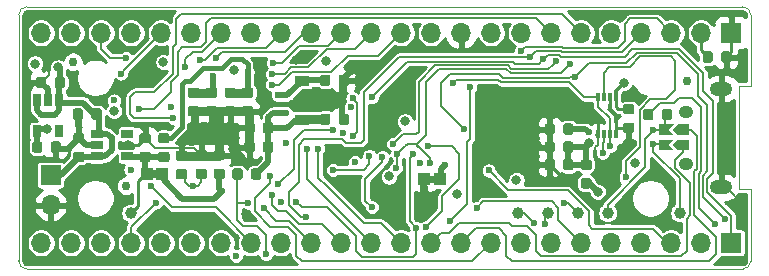
<source format=gbl>
G04 #@! TF.GenerationSoftware,KiCad,Pcbnew,(5.1.5)-3*
G04 #@! TF.CreationDate,2020-03-25T11:39:43-07:00*
G04 #@! TF.ProjectId,UPduino_v3.0,55506475-696e-46f5-9f76-332e302e6b69,3.0*
G04 #@! TF.SameCoordinates,PX5f5e100PY5f5e100*
G04 #@! TF.FileFunction,Copper,L4,Bot*
G04 #@! TF.FilePolarity,Positive*
%FSLAX46Y46*%
G04 Gerber Fmt 4.6, Leading zero omitted, Abs format (unit mm)*
G04 Created by KiCad (PCBNEW (5.1.5)-3) date 2020-03-25 11:39:43*
%MOMM*%
%LPD*%
G04 APERTURE LIST*
%ADD10C,0.050000*%
%ADD11C,0.100000*%
%ADD12O,1.700000X1.700000*%
%ADD13R,1.700000X1.700000*%
%ADD14R,1.200000X0.900000*%
%ADD15O,1.250000X1.050000*%
%ADD16O,1.900000X1.200000*%
%ADD17R,0.300000X0.800000*%
%ADD18C,1.000000*%
%ADD19C,0.750000*%
%ADD20R,0.650000X1.000000*%
%ADD21R,0.700000X1.000000*%
%ADD22R,1.000000X0.700000*%
%ADD23R,1.000000X0.650000*%
%ADD24R,1.000000X1.000000*%
%ADD25C,0.800000*%
%ADD26C,0.600000*%
%ADD27C,0.254000*%
%ADD28C,0.500000*%
%ADD29C,0.203200*%
%ADD30C,0.200000*%
%ADD31C,0.152400*%
%ADD32C,0.800000*%
%ADD33C,0.400000*%
%ADD34C,0.300000*%
%ADD35C,0.150000*%
G04 APERTURE END LIST*
D10*
X0Y21520000D02*
G75*
G02X700000Y22220000I700000J0D01*
G01*
X61300000Y22220000D02*
G75*
G02X62000000Y21520000I0J-700000D01*
G01*
X62000000Y700000D02*
G75*
G02X61300000Y0I-700000J0D01*
G01*
X700000Y0D02*
G75*
G02X0Y700000I0J700000D01*
G01*
X62000000Y6800000D02*
X61000000Y6800000D01*
X62000000Y15500000D02*
X61000000Y15500000D01*
X61000000Y6800000D02*
X61000000Y15500000D01*
X62000000Y700000D02*
X62000000Y6800000D01*
X0Y21520000D02*
X0Y700000D01*
X61300000Y22220000D02*
X700000Y22220000D01*
X62000000Y15500000D02*
X62000000Y21520000D01*
X700000Y0D02*
X61300000Y0D01*
D11*
G36*
X34750000Y7300000D02*
G01*
X35250000Y7300000D01*
X35250000Y7900000D01*
X34750000Y7900000D01*
X34750000Y7300000D01*
G37*
G36*
X11756000Y8352000D02*
G01*
X11256000Y8352000D01*
X11256000Y7752000D01*
X11756000Y7752000D01*
X11756000Y8352000D01*
G37*
D12*
X2700000Y5420000D03*
D13*
X2700000Y7960000D03*
G04 #@! TA.AperFunction,SMDPad,CuDef*
D11*
G36*
X53552691Y13573947D02*
G01*
X53573926Y13570797D01*
X53594750Y13565581D01*
X53614962Y13558349D01*
X53634368Y13549170D01*
X53652781Y13538134D01*
X53670024Y13525346D01*
X53685930Y13510930D01*
X53700346Y13495024D01*
X53713134Y13477781D01*
X53724170Y13459368D01*
X53733349Y13439962D01*
X53740581Y13419750D01*
X53745797Y13398926D01*
X53748947Y13377691D01*
X53750000Y13356250D01*
X53750000Y12843750D01*
X53748947Y12822309D01*
X53745797Y12801074D01*
X53740581Y12780250D01*
X53733349Y12760038D01*
X53724170Y12740632D01*
X53713134Y12722219D01*
X53700346Y12704976D01*
X53685930Y12689070D01*
X53670024Y12674654D01*
X53652781Y12661866D01*
X53634368Y12650830D01*
X53614962Y12641651D01*
X53594750Y12634419D01*
X53573926Y12629203D01*
X53552691Y12626053D01*
X53531250Y12625000D01*
X53093750Y12625000D01*
X53072309Y12626053D01*
X53051074Y12629203D01*
X53030250Y12634419D01*
X53010038Y12641651D01*
X52990632Y12650830D01*
X52972219Y12661866D01*
X52954976Y12674654D01*
X52939070Y12689070D01*
X52924654Y12704976D01*
X52911866Y12722219D01*
X52900830Y12740632D01*
X52891651Y12760038D01*
X52884419Y12780250D01*
X52879203Y12801074D01*
X52876053Y12822309D01*
X52875000Y12843750D01*
X52875000Y13356250D01*
X52876053Y13377691D01*
X52879203Y13398926D01*
X52884419Y13419750D01*
X52891651Y13439962D01*
X52900830Y13459368D01*
X52911866Y13477781D01*
X52924654Y13495024D01*
X52939070Y13510930D01*
X52954976Y13525346D01*
X52972219Y13538134D01*
X52990632Y13549170D01*
X53010038Y13558349D01*
X53030250Y13565581D01*
X53051074Y13570797D01*
X53072309Y13573947D01*
X53093750Y13575000D01*
X53531250Y13575000D01*
X53552691Y13573947D01*
G37*
G04 #@! TD.AperFunction*
G04 #@! TA.AperFunction,SMDPad,CuDef*
G36*
X55127691Y13573947D02*
G01*
X55148926Y13570797D01*
X55169750Y13565581D01*
X55189962Y13558349D01*
X55209368Y13549170D01*
X55227781Y13538134D01*
X55245024Y13525346D01*
X55260930Y13510930D01*
X55275346Y13495024D01*
X55288134Y13477781D01*
X55299170Y13459368D01*
X55308349Y13439962D01*
X55315581Y13419750D01*
X55320797Y13398926D01*
X55323947Y13377691D01*
X55325000Y13356250D01*
X55325000Y12843750D01*
X55323947Y12822309D01*
X55320797Y12801074D01*
X55315581Y12780250D01*
X55308349Y12760038D01*
X55299170Y12740632D01*
X55288134Y12722219D01*
X55275346Y12704976D01*
X55260930Y12689070D01*
X55245024Y12674654D01*
X55227781Y12661866D01*
X55209368Y12650830D01*
X55189962Y12641651D01*
X55169750Y12634419D01*
X55148926Y12629203D01*
X55127691Y12626053D01*
X55106250Y12625000D01*
X54668750Y12625000D01*
X54647309Y12626053D01*
X54626074Y12629203D01*
X54605250Y12634419D01*
X54585038Y12641651D01*
X54565632Y12650830D01*
X54547219Y12661866D01*
X54529976Y12674654D01*
X54514070Y12689070D01*
X54499654Y12704976D01*
X54486866Y12722219D01*
X54475830Y12740632D01*
X54466651Y12760038D01*
X54459419Y12780250D01*
X54454203Y12801074D01*
X54451053Y12822309D01*
X54450000Y12843750D01*
X54450000Y13356250D01*
X54451053Y13377691D01*
X54454203Y13398926D01*
X54459419Y13419750D01*
X54466651Y13439962D01*
X54475830Y13459368D01*
X54486866Y13477781D01*
X54499654Y13495024D01*
X54514070Y13510930D01*
X54529976Y13525346D01*
X54547219Y13538134D01*
X54565632Y13549170D01*
X54585038Y13558349D01*
X54605250Y13565581D01*
X54626074Y13570797D01*
X54647309Y13573947D01*
X54668750Y13575000D01*
X55106250Y13575000D01*
X55127691Y13573947D01*
G37*
G04 #@! TD.AperFunction*
G04 #@! TA.AperFunction,SMDPad,CuDef*
G36*
X20344191Y8525947D02*
G01*
X20365426Y8522797D01*
X20386250Y8517581D01*
X20406462Y8510349D01*
X20425868Y8501170D01*
X20444281Y8490134D01*
X20461524Y8477346D01*
X20477430Y8462930D01*
X20491846Y8447024D01*
X20504634Y8429781D01*
X20515670Y8411368D01*
X20524849Y8391962D01*
X20532081Y8371750D01*
X20537297Y8350926D01*
X20540447Y8329691D01*
X20541500Y8308250D01*
X20541500Y7795750D01*
X20540447Y7774309D01*
X20537297Y7753074D01*
X20532081Y7732250D01*
X20524849Y7712038D01*
X20515670Y7692632D01*
X20504634Y7674219D01*
X20491846Y7656976D01*
X20477430Y7641070D01*
X20461524Y7626654D01*
X20444281Y7613866D01*
X20425868Y7602830D01*
X20406462Y7593651D01*
X20386250Y7586419D01*
X20365426Y7581203D01*
X20344191Y7578053D01*
X20322750Y7577000D01*
X19885250Y7577000D01*
X19863809Y7578053D01*
X19842574Y7581203D01*
X19821750Y7586419D01*
X19801538Y7593651D01*
X19782132Y7602830D01*
X19763719Y7613866D01*
X19746476Y7626654D01*
X19730570Y7641070D01*
X19716154Y7656976D01*
X19703366Y7674219D01*
X19692330Y7692632D01*
X19683151Y7712038D01*
X19675919Y7732250D01*
X19670703Y7753074D01*
X19667553Y7774309D01*
X19666500Y7795750D01*
X19666500Y8308250D01*
X19667553Y8329691D01*
X19670703Y8350926D01*
X19675919Y8371750D01*
X19683151Y8391962D01*
X19692330Y8411368D01*
X19703366Y8429781D01*
X19716154Y8447024D01*
X19730570Y8462930D01*
X19746476Y8477346D01*
X19763719Y8490134D01*
X19782132Y8501170D01*
X19801538Y8510349D01*
X19821750Y8517581D01*
X19842574Y8522797D01*
X19863809Y8525947D01*
X19885250Y8527000D01*
X20322750Y8527000D01*
X20344191Y8525947D01*
G37*
G04 #@! TD.AperFunction*
G04 #@! TA.AperFunction,SMDPad,CuDef*
G36*
X18769191Y8525947D02*
G01*
X18790426Y8522797D01*
X18811250Y8517581D01*
X18831462Y8510349D01*
X18850868Y8501170D01*
X18869281Y8490134D01*
X18886524Y8477346D01*
X18902430Y8462930D01*
X18916846Y8447024D01*
X18929634Y8429781D01*
X18940670Y8411368D01*
X18949849Y8391962D01*
X18957081Y8371750D01*
X18962297Y8350926D01*
X18965447Y8329691D01*
X18966500Y8308250D01*
X18966500Y7795750D01*
X18965447Y7774309D01*
X18962297Y7753074D01*
X18957081Y7732250D01*
X18949849Y7712038D01*
X18940670Y7692632D01*
X18929634Y7674219D01*
X18916846Y7656976D01*
X18902430Y7641070D01*
X18886524Y7626654D01*
X18869281Y7613866D01*
X18850868Y7602830D01*
X18831462Y7593651D01*
X18811250Y7586419D01*
X18790426Y7581203D01*
X18769191Y7578053D01*
X18747750Y7577000D01*
X18310250Y7577000D01*
X18288809Y7578053D01*
X18267574Y7581203D01*
X18246750Y7586419D01*
X18226538Y7593651D01*
X18207132Y7602830D01*
X18188719Y7613866D01*
X18171476Y7626654D01*
X18155570Y7641070D01*
X18141154Y7656976D01*
X18128366Y7674219D01*
X18117330Y7692632D01*
X18108151Y7712038D01*
X18100919Y7732250D01*
X18095703Y7753074D01*
X18092553Y7774309D01*
X18091500Y7795750D01*
X18091500Y8308250D01*
X18092553Y8329691D01*
X18095703Y8350926D01*
X18100919Y8371750D01*
X18108151Y8391962D01*
X18117330Y8411368D01*
X18128366Y8429781D01*
X18141154Y8447024D01*
X18155570Y8462930D01*
X18171476Y8477346D01*
X18188719Y8490134D01*
X18207132Y8501170D01*
X18226538Y8510349D01*
X18246750Y8517581D01*
X18267574Y8522797D01*
X18288809Y8525947D01*
X18310250Y8527000D01*
X18747750Y8527000D01*
X18769191Y8525947D01*
G37*
G04 #@! TD.AperFunction*
G04 #@! TA.AperFunction,SMDPad,CuDef*
G36*
X45202691Y12335947D02*
G01*
X45223926Y12332797D01*
X45244750Y12327581D01*
X45264962Y12320349D01*
X45284368Y12311170D01*
X45302781Y12300134D01*
X45320024Y12287346D01*
X45335930Y12272930D01*
X45350346Y12257024D01*
X45363134Y12239781D01*
X45374170Y12221368D01*
X45383349Y12201962D01*
X45390581Y12181750D01*
X45395797Y12160926D01*
X45398947Y12139691D01*
X45400000Y12118250D01*
X45400000Y11605750D01*
X45398947Y11584309D01*
X45395797Y11563074D01*
X45390581Y11542250D01*
X45383349Y11522038D01*
X45374170Y11502632D01*
X45363134Y11484219D01*
X45350346Y11466976D01*
X45335930Y11451070D01*
X45320024Y11436654D01*
X45302781Y11423866D01*
X45284368Y11412830D01*
X45264962Y11403651D01*
X45244750Y11396419D01*
X45223926Y11391203D01*
X45202691Y11388053D01*
X45181250Y11387000D01*
X44743750Y11387000D01*
X44722309Y11388053D01*
X44701074Y11391203D01*
X44680250Y11396419D01*
X44660038Y11403651D01*
X44640632Y11412830D01*
X44622219Y11423866D01*
X44604976Y11436654D01*
X44589070Y11451070D01*
X44574654Y11466976D01*
X44561866Y11484219D01*
X44550830Y11502632D01*
X44541651Y11522038D01*
X44534419Y11542250D01*
X44529203Y11563074D01*
X44526053Y11584309D01*
X44525000Y11605750D01*
X44525000Y12118250D01*
X44526053Y12139691D01*
X44529203Y12160926D01*
X44534419Y12181750D01*
X44541651Y12201962D01*
X44550830Y12221368D01*
X44561866Y12239781D01*
X44574654Y12257024D01*
X44589070Y12272930D01*
X44604976Y12287346D01*
X44622219Y12300134D01*
X44640632Y12311170D01*
X44660038Y12320349D01*
X44680250Y12327581D01*
X44701074Y12332797D01*
X44722309Y12335947D01*
X44743750Y12337000D01*
X45181250Y12337000D01*
X45202691Y12335947D01*
G37*
G04 #@! TD.AperFunction*
G04 #@! TA.AperFunction,SMDPad,CuDef*
G36*
X46777691Y12335947D02*
G01*
X46798926Y12332797D01*
X46819750Y12327581D01*
X46839962Y12320349D01*
X46859368Y12311170D01*
X46877781Y12300134D01*
X46895024Y12287346D01*
X46910930Y12272930D01*
X46925346Y12257024D01*
X46938134Y12239781D01*
X46949170Y12221368D01*
X46958349Y12201962D01*
X46965581Y12181750D01*
X46970797Y12160926D01*
X46973947Y12139691D01*
X46975000Y12118250D01*
X46975000Y11605750D01*
X46973947Y11584309D01*
X46970797Y11563074D01*
X46965581Y11542250D01*
X46958349Y11522038D01*
X46949170Y11502632D01*
X46938134Y11484219D01*
X46925346Y11466976D01*
X46910930Y11451070D01*
X46895024Y11436654D01*
X46877781Y11423866D01*
X46859368Y11412830D01*
X46839962Y11403651D01*
X46819750Y11396419D01*
X46798926Y11391203D01*
X46777691Y11388053D01*
X46756250Y11387000D01*
X46318750Y11387000D01*
X46297309Y11388053D01*
X46276074Y11391203D01*
X46255250Y11396419D01*
X46235038Y11403651D01*
X46215632Y11412830D01*
X46197219Y11423866D01*
X46179976Y11436654D01*
X46164070Y11451070D01*
X46149654Y11466976D01*
X46136866Y11484219D01*
X46125830Y11502632D01*
X46116651Y11522038D01*
X46109419Y11542250D01*
X46104203Y11563074D01*
X46101053Y11584309D01*
X46100000Y11605750D01*
X46100000Y12118250D01*
X46101053Y12139691D01*
X46104203Y12160926D01*
X46109419Y12181750D01*
X46116651Y12201962D01*
X46125830Y12221368D01*
X46136866Y12239781D01*
X46149654Y12257024D01*
X46164070Y12272930D01*
X46179976Y12287346D01*
X46197219Y12300134D01*
X46215632Y12311170D01*
X46235038Y12320349D01*
X46255250Y12327581D01*
X46276074Y12332797D01*
X46297309Y12335947D01*
X46318750Y12337000D01*
X46756250Y12337000D01*
X46777691Y12335947D01*
G37*
G04 #@! TD.AperFunction*
G04 #@! TA.AperFunction,SMDPad,CuDef*
G36*
X48327691Y7698947D02*
G01*
X48348926Y7695797D01*
X48369750Y7690581D01*
X48389962Y7683349D01*
X48409368Y7674170D01*
X48427781Y7663134D01*
X48445024Y7650346D01*
X48460930Y7635930D01*
X48475346Y7620024D01*
X48488134Y7602781D01*
X48499170Y7584368D01*
X48508349Y7564962D01*
X48515581Y7544750D01*
X48520797Y7523926D01*
X48523947Y7502691D01*
X48525000Y7481250D01*
X48525000Y7043750D01*
X48523947Y7022309D01*
X48520797Y7001074D01*
X48515581Y6980250D01*
X48508349Y6960038D01*
X48499170Y6940632D01*
X48488134Y6922219D01*
X48475346Y6904976D01*
X48460930Y6889070D01*
X48445024Y6874654D01*
X48427781Y6861866D01*
X48409368Y6850830D01*
X48389962Y6841651D01*
X48369750Y6834419D01*
X48348926Y6829203D01*
X48327691Y6826053D01*
X48306250Y6825000D01*
X47793750Y6825000D01*
X47772309Y6826053D01*
X47751074Y6829203D01*
X47730250Y6834419D01*
X47710038Y6841651D01*
X47690632Y6850830D01*
X47672219Y6861866D01*
X47654976Y6874654D01*
X47639070Y6889070D01*
X47624654Y6904976D01*
X47611866Y6922219D01*
X47600830Y6940632D01*
X47591651Y6960038D01*
X47584419Y6980250D01*
X47579203Y7001074D01*
X47576053Y7022309D01*
X47575000Y7043750D01*
X47575000Y7481250D01*
X47576053Y7502691D01*
X47579203Y7523926D01*
X47584419Y7544750D01*
X47591651Y7564962D01*
X47600830Y7584368D01*
X47611866Y7602781D01*
X47624654Y7620024D01*
X47639070Y7635930D01*
X47654976Y7650346D01*
X47672219Y7663134D01*
X47690632Y7674170D01*
X47710038Y7683349D01*
X47730250Y7690581D01*
X47751074Y7695797D01*
X47772309Y7698947D01*
X47793750Y7700000D01*
X48306250Y7700000D01*
X48327691Y7698947D01*
G37*
G04 #@! TD.AperFunction*
G04 #@! TA.AperFunction,SMDPad,CuDef*
G36*
X48327691Y9273947D02*
G01*
X48348926Y9270797D01*
X48369750Y9265581D01*
X48389962Y9258349D01*
X48409368Y9249170D01*
X48427781Y9238134D01*
X48445024Y9225346D01*
X48460930Y9210930D01*
X48475346Y9195024D01*
X48488134Y9177781D01*
X48499170Y9159368D01*
X48508349Y9139962D01*
X48515581Y9119750D01*
X48520797Y9098926D01*
X48523947Y9077691D01*
X48525000Y9056250D01*
X48525000Y8618750D01*
X48523947Y8597309D01*
X48520797Y8576074D01*
X48515581Y8555250D01*
X48508349Y8535038D01*
X48499170Y8515632D01*
X48488134Y8497219D01*
X48475346Y8479976D01*
X48460930Y8464070D01*
X48445024Y8449654D01*
X48427781Y8436866D01*
X48409368Y8425830D01*
X48389962Y8416651D01*
X48369750Y8409419D01*
X48348926Y8404203D01*
X48327691Y8401053D01*
X48306250Y8400000D01*
X47793750Y8400000D01*
X47772309Y8401053D01*
X47751074Y8404203D01*
X47730250Y8409419D01*
X47710038Y8416651D01*
X47690632Y8425830D01*
X47672219Y8436866D01*
X47654976Y8449654D01*
X47639070Y8464070D01*
X47624654Y8479976D01*
X47611866Y8497219D01*
X47600830Y8515632D01*
X47591651Y8535038D01*
X47584419Y8555250D01*
X47579203Y8576074D01*
X47576053Y8597309D01*
X47575000Y8618750D01*
X47575000Y9056250D01*
X47576053Y9077691D01*
X47579203Y9098926D01*
X47584419Y9119750D01*
X47591651Y9139962D01*
X47600830Y9159368D01*
X47611866Y9177781D01*
X47624654Y9195024D01*
X47639070Y9210930D01*
X47654976Y9225346D01*
X47672219Y9238134D01*
X47690632Y9249170D01*
X47710038Y9258349D01*
X47730250Y9265581D01*
X47751074Y9270797D01*
X47772309Y9273947D01*
X47793750Y9275000D01*
X48306250Y9275000D01*
X48327691Y9273947D01*
G37*
G04 #@! TD.AperFunction*
D14*
X23988600Y12659600D03*
X23988600Y15959600D03*
G04 #@! TA.AperFunction,SMDPad,CuDef*
D11*
G36*
X5252691Y13605947D02*
G01*
X5273926Y13602797D01*
X5294750Y13597581D01*
X5314962Y13590349D01*
X5334368Y13581170D01*
X5352781Y13570134D01*
X5370024Y13557346D01*
X5385930Y13542930D01*
X5400346Y13527024D01*
X5413134Y13509781D01*
X5424170Y13491368D01*
X5433349Y13471962D01*
X5440581Y13451750D01*
X5445797Y13430926D01*
X5448947Y13409691D01*
X5450000Y13388250D01*
X5450000Y12875750D01*
X5448947Y12854309D01*
X5445797Y12833074D01*
X5440581Y12812250D01*
X5433349Y12792038D01*
X5424170Y12772632D01*
X5413134Y12754219D01*
X5400346Y12736976D01*
X5385930Y12721070D01*
X5370024Y12706654D01*
X5352781Y12693866D01*
X5334368Y12682830D01*
X5314962Y12673651D01*
X5294750Y12666419D01*
X5273926Y12661203D01*
X5252691Y12658053D01*
X5231250Y12657000D01*
X4793750Y12657000D01*
X4772309Y12658053D01*
X4751074Y12661203D01*
X4730250Y12666419D01*
X4710038Y12673651D01*
X4690632Y12682830D01*
X4672219Y12693866D01*
X4654976Y12706654D01*
X4639070Y12721070D01*
X4624654Y12736976D01*
X4611866Y12754219D01*
X4600830Y12772632D01*
X4591651Y12792038D01*
X4584419Y12812250D01*
X4579203Y12833074D01*
X4576053Y12854309D01*
X4575000Y12875750D01*
X4575000Y13388250D01*
X4576053Y13409691D01*
X4579203Y13430926D01*
X4584419Y13451750D01*
X4591651Y13471962D01*
X4600830Y13491368D01*
X4611866Y13509781D01*
X4624654Y13527024D01*
X4639070Y13542930D01*
X4654976Y13557346D01*
X4672219Y13570134D01*
X4690632Y13581170D01*
X4710038Y13590349D01*
X4730250Y13597581D01*
X4751074Y13602797D01*
X4772309Y13605947D01*
X4793750Y13607000D01*
X5231250Y13607000D01*
X5252691Y13605947D01*
G37*
G04 #@! TD.AperFunction*
G04 #@! TA.AperFunction,SMDPad,CuDef*
G36*
X6827691Y13605947D02*
G01*
X6848926Y13602797D01*
X6869750Y13597581D01*
X6889962Y13590349D01*
X6909368Y13581170D01*
X6927781Y13570134D01*
X6945024Y13557346D01*
X6960930Y13542930D01*
X6975346Y13527024D01*
X6988134Y13509781D01*
X6999170Y13491368D01*
X7008349Y13471962D01*
X7015581Y13451750D01*
X7020797Y13430926D01*
X7023947Y13409691D01*
X7025000Y13388250D01*
X7025000Y12875750D01*
X7023947Y12854309D01*
X7020797Y12833074D01*
X7015581Y12812250D01*
X7008349Y12792038D01*
X6999170Y12772632D01*
X6988134Y12754219D01*
X6975346Y12736976D01*
X6960930Y12721070D01*
X6945024Y12706654D01*
X6927781Y12693866D01*
X6909368Y12682830D01*
X6889962Y12673651D01*
X6869750Y12666419D01*
X6848926Y12661203D01*
X6827691Y12658053D01*
X6806250Y12657000D01*
X6368750Y12657000D01*
X6347309Y12658053D01*
X6326074Y12661203D01*
X6305250Y12666419D01*
X6285038Y12673651D01*
X6265632Y12682830D01*
X6247219Y12693866D01*
X6229976Y12706654D01*
X6214070Y12721070D01*
X6199654Y12736976D01*
X6186866Y12754219D01*
X6175830Y12772632D01*
X6166651Y12792038D01*
X6159419Y12812250D01*
X6154203Y12833074D01*
X6151053Y12854309D01*
X6150000Y12875750D01*
X6150000Y13388250D01*
X6151053Y13409691D01*
X6154203Y13430926D01*
X6159419Y13451750D01*
X6166651Y13471962D01*
X6175830Y13491368D01*
X6186866Y13509781D01*
X6199654Y13527024D01*
X6214070Y13542930D01*
X6229976Y13557346D01*
X6247219Y13570134D01*
X6265632Y13581170D01*
X6285038Y13590349D01*
X6305250Y13597581D01*
X6326074Y13602797D01*
X6347309Y13605947D01*
X6368750Y13607000D01*
X6806250Y13607000D01*
X6827691Y13605947D01*
G37*
G04 #@! TD.AperFunction*
G04 #@! TA.AperFunction,SMDPad,CuDef*
G36*
X27773691Y16459947D02*
G01*
X27794926Y16456797D01*
X27815750Y16451581D01*
X27835962Y16444349D01*
X27855368Y16435170D01*
X27873781Y16424134D01*
X27891024Y16411346D01*
X27906930Y16396930D01*
X27921346Y16381024D01*
X27934134Y16363781D01*
X27945170Y16345368D01*
X27954349Y16325962D01*
X27961581Y16305750D01*
X27966797Y16284926D01*
X27969947Y16263691D01*
X27971000Y16242250D01*
X27971000Y15729750D01*
X27969947Y15708309D01*
X27966797Y15687074D01*
X27961581Y15666250D01*
X27954349Y15646038D01*
X27945170Y15626632D01*
X27934134Y15608219D01*
X27921346Y15590976D01*
X27906930Y15575070D01*
X27891024Y15560654D01*
X27873781Y15547866D01*
X27855368Y15536830D01*
X27835962Y15527651D01*
X27815750Y15520419D01*
X27794926Y15515203D01*
X27773691Y15512053D01*
X27752250Y15511000D01*
X27314750Y15511000D01*
X27293309Y15512053D01*
X27272074Y15515203D01*
X27251250Y15520419D01*
X27231038Y15527651D01*
X27211632Y15536830D01*
X27193219Y15547866D01*
X27175976Y15560654D01*
X27160070Y15575070D01*
X27145654Y15590976D01*
X27132866Y15608219D01*
X27121830Y15626632D01*
X27112651Y15646038D01*
X27105419Y15666250D01*
X27100203Y15687074D01*
X27097053Y15708309D01*
X27096000Y15729750D01*
X27096000Y16242250D01*
X27097053Y16263691D01*
X27100203Y16284926D01*
X27105419Y16305750D01*
X27112651Y16325962D01*
X27121830Y16345368D01*
X27132866Y16363781D01*
X27145654Y16381024D01*
X27160070Y16396930D01*
X27175976Y16411346D01*
X27193219Y16424134D01*
X27211632Y16435170D01*
X27231038Y16444349D01*
X27251250Y16451581D01*
X27272074Y16456797D01*
X27293309Y16459947D01*
X27314750Y16461000D01*
X27752250Y16461000D01*
X27773691Y16459947D01*
G37*
G04 #@! TD.AperFunction*
G04 #@! TA.AperFunction,SMDPad,CuDef*
G36*
X26198691Y16459947D02*
G01*
X26219926Y16456797D01*
X26240750Y16451581D01*
X26260962Y16444349D01*
X26280368Y16435170D01*
X26298781Y16424134D01*
X26316024Y16411346D01*
X26331930Y16396930D01*
X26346346Y16381024D01*
X26359134Y16363781D01*
X26370170Y16345368D01*
X26379349Y16325962D01*
X26386581Y16305750D01*
X26391797Y16284926D01*
X26394947Y16263691D01*
X26396000Y16242250D01*
X26396000Y15729750D01*
X26394947Y15708309D01*
X26391797Y15687074D01*
X26386581Y15666250D01*
X26379349Y15646038D01*
X26370170Y15626632D01*
X26359134Y15608219D01*
X26346346Y15590976D01*
X26331930Y15575070D01*
X26316024Y15560654D01*
X26298781Y15547866D01*
X26280368Y15536830D01*
X26260962Y15527651D01*
X26240750Y15520419D01*
X26219926Y15515203D01*
X26198691Y15512053D01*
X26177250Y15511000D01*
X25739750Y15511000D01*
X25718309Y15512053D01*
X25697074Y15515203D01*
X25676250Y15520419D01*
X25656038Y15527651D01*
X25636632Y15536830D01*
X25618219Y15547866D01*
X25600976Y15560654D01*
X25585070Y15575070D01*
X25570654Y15590976D01*
X25557866Y15608219D01*
X25546830Y15626632D01*
X25537651Y15646038D01*
X25530419Y15666250D01*
X25525203Y15687074D01*
X25522053Y15708309D01*
X25521000Y15729750D01*
X25521000Y16242250D01*
X25522053Y16263691D01*
X25525203Y16284926D01*
X25530419Y16305750D01*
X25537651Y16325962D01*
X25546830Y16345368D01*
X25557866Y16363781D01*
X25570654Y16381024D01*
X25585070Y16396930D01*
X25600976Y16411346D01*
X25618219Y16424134D01*
X25636632Y16435170D01*
X25656038Y16444349D01*
X25676250Y16451581D01*
X25697074Y16456797D01*
X25718309Y16459947D01*
X25739750Y16461000D01*
X26177250Y16461000D01*
X26198691Y16459947D01*
G37*
G04 #@! TD.AperFunction*
G04 #@! TA.AperFunction,SMDPad,CuDef*
G36*
X10977691Y11523947D02*
G01*
X10998926Y11520797D01*
X11019750Y11515581D01*
X11039962Y11508349D01*
X11059368Y11499170D01*
X11077781Y11488134D01*
X11095024Y11475346D01*
X11110930Y11460930D01*
X11125346Y11445024D01*
X11138134Y11427781D01*
X11149170Y11409368D01*
X11158349Y11389962D01*
X11165581Y11369750D01*
X11170797Y11348926D01*
X11173947Y11327691D01*
X11175000Y11306250D01*
X11175000Y10868750D01*
X11173947Y10847309D01*
X11170797Y10826074D01*
X11165581Y10805250D01*
X11158349Y10785038D01*
X11149170Y10765632D01*
X11138134Y10747219D01*
X11125346Y10729976D01*
X11110930Y10714070D01*
X11095024Y10699654D01*
X11077781Y10686866D01*
X11059368Y10675830D01*
X11039962Y10666651D01*
X11019750Y10659419D01*
X10998926Y10654203D01*
X10977691Y10651053D01*
X10956250Y10650000D01*
X10443750Y10650000D01*
X10422309Y10651053D01*
X10401074Y10654203D01*
X10380250Y10659419D01*
X10360038Y10666651D01*
X10340632Y10675830D01*
X10322219Y10686866D01*
X10304976Y10699654D01*
X10289070Y10714070D01*
X10274654Y10729976D01*
X10261866Y10747219D01*
X10250830Y10765632D01*
X10241651Y10785038D01*
X10234419Y10805250D01*
X10229203Y10826074D01*
X10226053Y10847309D01*
X10225000Y10868750D01*
X10225000Y11306250D01*
X10226053Y11327691D01*
X10229203Y11348926D01*
X10234419Y11369750D01*
X10241651Y11389962D01*
X10250830Y11409368D01*
X10261866Y11427781D01*
X10274654Y11445024D01*
X10289070Y11460930D01*
X10304976Y11475346D01*
X10322219Y11488134D01*
X10340632Y11499170D01*
X10360038Y11508349D01*
X10380250Y11515581D01*
X10401074Y11520797D01*
X10422309Y11523947D01*
X10443750Y11525000D01*
X10956250Y11525000D01*
X10977691Y11523947D01*
G37*
G04 #@! TD.AperFunction*
G04 #@! TA.AperFunction,SMDPad,CuDef*
G36*
X10977691Y9948947D02*
G01*
X10998926Y9945797D01*
X11019750Y9940581D01*
X11039962Y9933349D01*
X11059368Y9924170D01*
X11077781Y9913134D01*
X11095024Y9900346D01*
X11110930Y9885930D01*
X11125346Y9870024D01*
X11138134Y9852781D01*
X11149170Y9834368D01*
X11158349Y9814962D01*
X11165581Y9794750D01*
X11170797Y9773926D01*
X11173947Y9752691D01*
X11175000Y9731250D01*
X11175000Y9293750D01*
X11173947Y9272309D01*
X11170797Y9251074D01*
X11165581Y9230250D01*
X11158349Y9210038D01*
X11149170Y9190632D01*
X11138134Y9172219D01*
X11125346Y9154976D01*
X11110930Y9139070D01*
X11095024Y9124654D01*
X11077781Y9111866D01*
X11059368Y9100830D01*
X11039962Y9091651D01*
X11019750Y9084419D01*
X10998926Y9079203D01*
X10977691Y9076053D01*
X10956250Y9075000D01*
X10443750Y9075000D01*
X10422309Y9076053D01*
X10401074Y9079203D01*
X10380250Y9084419D01*
X10360038Y9091651D01*
X10340632Y9100830D01*
X10322219Y9111866D01*
X10304976Y9124654D01*
X10289070Y9139070D01*
X10274654Y9154976D01*
X10261866Y9172219D01*
X10250830Y9190632D01*
X10241651Y9210038D01*
X10234419Y9230250D01*
X10229203Y9251074D01*
X10226053Y9272309D01*
X10225000Y9293750D01*
X10225000Y9731250D01*
X10226053Y9752691D01*
X10229203Y9773926D01*
X10234419Y9794750D01*
X10241651Y9814962D01*
X10250830Y9834368D01*
X10261866Y9852781D01*
X10274654Y9870024D01*
X10289070Y9885930D01*
X10304976Y9900346D01*
X10322219Y9913134D01*
X10340632Y9924170D01*
X10360038Y9933349D01*
X10380250Y9940581D01*
X10401074Y9945797D01*
X10422309Y9948947D01*
X10443750Y9950000D01*
X10956250Y9950000D01*
X10977691Y9948947D01*
G37*
G04 #@! TD.AperFunction*
G04 #@! TA.AperFunction,SMDPad,CuDef*
G36*
X45202691Y9323947D02*
G01*
X45223926Y9320797D01*
X45244750Y9315581D01*
X45264962Y9308349D01*
X45284368Y9299170D01*
X45302781Y9288134D01*
X45320024Y9275346D01*
X45335930Y9260930D01*
X45350346Y9245024D01*
X45363134Y9227781D01*
X45374170Y9209368D01*
X45383349Y9189962D01*
X45390581Y9169750D01*
X45395797Y9148926D01*
X45398947Y9127691D01*
X45400000Y9106250D01*
X45400000Y8593750D01*
X45398947Y8572309D01*
X45395797Y8551074D01*
X45390581Y8530250D01*
X45383349Y8510038D01*
X45374170Y8490632D01*
X45363134Y8472219D01*
X45350346Y8454976D01*
X45335930Y8439070D01*
X45320024Y8424654D01*
X45302781Y8411866D01*
X45284368Y8400830D01*
X45264962Y8391651D01*
X45244750Y8384419D01*
X45223926Y8379203D01*
X45202691Y8376053D01*
X45181250Y8375000D01*
X44743750Y8375000D01*
X44722309Y8376053D01*
X44701074Y8379203D01*
X44680250Y8384419D01*
X44660038Y8391651D01*
X44640632Y8400830D01*
X44622219Y8411866D01*
X44604976Y8424654D01*
X44589070Y8439070D01*
X44574654Y8454976D01*
X44561866Y8472219D01*
X44550830Y8490632D01*
X44541651Y8510038D01*
X44534419Y8530250D01*
X44529203Y8551074D01*
X44526053Y8572309D01*
X44525000Y8593750D01*
X44525000Y9106250D01*
X44526053Y9127691D01*
X44529203Y9148926D01*
X44534419Y9169750D01*
X44541651Y9189962D01*
X44550830Y9209368D01*
X44561866Y9227781D01*
X44574654Y9245024D01*
X44589070Y9260930D01*
X44604976Y9275346D01*
X44622219Y9288134D01*
X44640632Y9299170D01*
X44660038Y9308349D01*
X44680250Y9315581D01*
X44701074Y9320797D01*
X44722309Y9323947D01*
X44743750Y9325000D01*
X45181250Y9325000D01*
X45202691Y9323947D01*
G37*
G04 #@! TD.AperFunction*
G04 #@! TA.AperFunction,SMDPad,CuDef*
G36*
X46777691Y9323947D02*
G01*
X46798926Y9320797D01*
X46819750Y9315581D01*
X46839962Y9308349D01*
X46859368Y9299170D01*
X46877781Y9288134D01*
X46895024Y9275346D01*
X46910930Y9260930D01*
X46925346Y9245024D01*
X46938134Y9227781D01*
X46949170Y9209368D01*
X46958349Y9189962D01*
X46965581Y9169750D01*
X46970797Y9148926D01*
X46973947Y9127691D01*
X46975000Y9106250D01*
X46975000Y8593750D01*
X46973947Y8572309D01*
X46970797Y8551074D01*
X46965581Y8530250D01*
X46958349Y8510038D01*
X46949170Y8490632D01*
X46938134Y8472219D01*
X46925346Y8454976D01*
X46910930Y8439070D01*
X46895024Y8424654D01*
X46877781Y8411866D01*
X46859368Y8400830D01*
X46839962Y8391651D01*
X46819750Y8384419D01*
X46798926Y8379203D01*
X46777691Y8376053D01*
X46756250Y8375000D01*
X46318750Y8375000D01*
X46297309Y8376053D01*
X46276074Y8379203D01*
X46255250Y8384419D01*
X46235038Y8391651D01*
X46215632Y8400830D01*
X46197219Y8411866D01*
X46179976Y8424654D01*
X46164070Y8439070D01*
X46149654Y8454976D01*
X46136866Y8472219D01*
X46125830Y8490632D01*
X46116651Y8510038D01*
X46109419Y8530250D01*
X46104203Y8551074D01*
X46101053Y8572309D01*
X46100000Y8593750D01*
X46100000Y9106250D01*
X46101053Y9127691D01*
X46104203Y9148926D01*
X46109419Y9169750D01*
X46116651Y9189962D01*
X46125830Y9209368D01*
X46136866Y9227781D01*
X46149654Y9245024D01*
X46164070Y9260930D01*
X46179976Y9275346D01*
X46197219Y9288134D01*
X46215632Y9299170D01*
X46235038Y9308349D01*
X46255250Y9315581D01*
X46276074Y9320797D01*
X46297309Y9323947D01*
X46318750Y9325000D01*
X46756250Y9325000D01*
X46777691Y9323947D01*
G37*
G04 #@! TD.AperFunction*
G04 #@! TA.AperFunction,SMDPad,CuDef*
G36*
X60158691Y18431947D02*
G01*
X60179926Y18428797D01*
X60200750Y18423581D01*
X60220962Y18416349D01*
X60240368Y18407170D01*
X60258781Y18396134D01*
X60276024Y18383346D01*
X60291930Y18368930D01*
X60306346Y18353024D01*
X60319134Y18335781D01*
X60330170Y18317368D01*
X60339349Y18297962D01*
X60346581Y18277750D01*
X60351797Y18256926D01*
X60354947Y18235691D01*
X60356000Y18214250D01*
X60356000Y17701750D01*
X60354947Y17680309D01*
X60351797Y17659074D01*
X60346581Y17638250D01*
X60339349Y17618038D01*
X60330170Y17598632D01*
X60319134Y17580219D01*
X60306346Y17562976D01*
X60291930Y17547070D01*
X60276024Y17532654D01*
X60258781Y17519866D01*
X60240368Y17508830D01*
X60220962Y17499651D01*
X60200750Y17492419D01*
X60179926Y17487203D01*
X60158691Y17484053D01*
X60137250Y17483000D01*
X59699750Y17483000D01*
X59678309Y17484053D01*
X59657074Y17487203D01*
X59636250Y17492419D01*
X59616038Y17499651D01*
X59596632Y17508830D01*
X59578219Y17519866D01*
X59560976Y17532654D01*
X59545070Y17547070D01*
X59530654Y17562976D01*
X59517866Y17580219D01*
X59506830Y17598632D01*
X59497651Y17618038D01*
X59490419Y17638250D01*
X59485203Y17659074D01*
X59482053Y17680309D01*
X59481000Y17701750D01*
X59481000Y18214250D01*
X59482053Y18235691D01*
X59485203Y18256926D01*
X59490419Y18277750D01*
X59497651Y18297962D01*
X59506830Y18317368D01*
X59517866Y18335781D01*
X59530654Y18353024D01*
X59545070Y18368930D01*
X59560976Y18383346D01*
X59578219Y18396134D01*
X59596632Y18407170D01*
X59616038Y18416349D01*
X59636250Y18423581D01*
X59657074Y18428797D01*
X59678309Y18431947D01*
X59699750Y18433000D01*
X60137250Y18433000D01*
X60158691Y18431947D01*
G37*
G04 #@! TD.AperFunction*
G04 #@! TA.AperFunction,SMDPad,CuDef*
G36*
X58583691Y18431947D02*
G01*
X58604926Y18428797D01*
X58625750Y18423581D01*
X58645962Y18416349D01*
X58665368Y18407170D01*
X58683781Y18396134D01*
X58701024Y18383346D01*
X58716930Y18368930D01*
X58731346Y18353024D01*
X58744134Y18335781D01*
X58755170Y18317368D01*
X58764349Y18297962D01*
X58771581Y18277750D01*
X58776797Y18256926D01*
X58779947Y18235691D01*
X58781000Y18214250D01*
X58781000Y17701750D01*
X58779947Y17680309D01*
X58776797Y17659074D01*
X58771581Y17638250D01*
X58764349Y17618038D01*
X58755170Y17598632D01*
X58744134Y17580219D01*
X58731346Y17562976D01*
X58716930Y17547070D01*
X58701024Y17532654D01*
X58683781Y17519866D01*
X58665368Y17508830D01*
X58645962Y17499651D01*
X58625750Y17492419D01*
X58604926Y17487203D01*
X58583691Y17484053D01*
X58562250Y17483000D01*
X58124750Y17483000D01*
X58103309Y17484053D01*
X58082074Y17487203D01*
X58061250Y17492419D01*
X58041038Y17499651D01*
X58021632Y17508830D01*
X58003219Y17519866D01*
X57985976Y17532654D01*
X57970070Y17547070D01*
X57955654Y17562976D01*
X57942866Y17580219D01*
X57931830Y17598632D01*
X57922651Y17618038D01*
X57915419Y17638250D01*
X57910203Y17659074D01*
X57907053Y17680309D01*
X57906000Y17701750D01*
X57906000Y18214250D01*
X57907053Y18235691D01*
X57910203Y18256926D01*
X57915419Y18277750D01*
X57922651Y18297962D01*
X57931830Y18317368D01*
X57942866Y18335781D01*
X57955654Y18353024D01*
X57970070Y18368930D01*
X57985976Y18383346D01*
X58003219Y18396134D01*
X58021632Y18407170D01*
X58041038Y18416349D01*
X58061250Y18423581D01*
X58082074Y18428797D01*
X58103309Y18431947D01*
X58124750Y18433000D01*
X58562250Y18433000D01*
X58583691Y18431947D01*
G37*
G04 #@! TD.AperFunction*
G04 #@! TA.AperFunction,SMDPad,CuDef*
G36*
X3389691Y10811947D02*
G01*
X3410926Y10808797D01*
X3431750Y10803581D01*
X3451962Y10796349D01*
X3471368Y10787170D01*
X3489781Y10776134D01*
X3507024Y10763346D01*
X3522930Y10748930D01*
X3537346Y10733024D01*
X3550134Y10715781D01*
X3561170Y10697368D01*
X3570349Y10677962D01*
X3577581Y10657750D01*
X3582797Y10636926D01*
X3585947Y10615691D01*
X3587000Y10594250D01*
X3587000Y10081750D01*
X3585947Y10060309D01*
X3582797Y10039074D01*
X3577581Y10018250D01*
X3570349Y9998038D01*
X3561170Y9978632D01*
X3550134Y9960219D01*
X3537346Y9942976D01*
X3522930Y9927070D01*
X3507024Y9912654D01*
X3489781Y9899866D01*
X3471368Y9888830D01*
X3451962Y9879651D01*
X3431750Y9872419D01*
X3410926Y9867203D01*
X3389691Y9864053D01*
X3368250Y9863000D01*
X2930750Y9863000D01*
X2909309Y9864053D01*
X2888074Y9867203D01*
X2867250Y9872419D01*
X2847038Y9879651D01*
X2827632Y9888830D01*
X2809219Y9899866D01*
X2791976Y9912654D01*
X2776070Y9927070D01*
X2761654Y9942976D01*
X2748866Y9960219D01*
X2737830Y9978632D01*
X2728651Y9998038D01*
X2721419Y10018250D01*
X2716203Y10039074D01*
X2713053Y10060309D01*
X2712000Y10081750D01*
X2712000Y10594250D01*
X2713053Y10615691D01*
X2716203Y10636926D01*
X2721419Y10657750D01*
X2728651Y10677962D01*
X2737830Y10697368D01*
X2748866Y10715781D01*
X2761654Y10733024D01*
X2776070Y10748930D01*
X2791976Y10763346D01*
X2809219Y10776134D01*
X2827632Y10787170D01*
X2847038Y10796349D01*
X2867250Y10803581D01*
X2888074Y10808797D01*
X2909309Y10811947D01*
X2930750Y10813000D01*
X3368250Y10813000D01*
X3389691Y10811947D01*
G37*
G04 #@! TD.AperFunction*
G04 #@! TA.AperFunction,SMDPad,CuDef*
G36*
X1814691Y10811947D02*
G01*
X1835926Y10808797D01*
X1856750Y10803581D01*
X1876962Y10796349D01*
X1896368Y10787170D01*
X1914781Y10776134D01*
X1932024Y10763346D01*
X1947930Y10748930D01*
X1962346Y10733024D01*
X1975134Y10715781D01*
X1986170Y10697368D01*
X1995349Y10677962D01*
X2002581Y10657750D01*
X2007797Y10636926D01*
X2010947Y10615691D01*
X2012000Y10594250D01*
X2012000Y10081750D01*
X2010947Y10060309D01*
X2007797Y10039074D01*
X2002581Y10018250D01*
X1995349Y9998038D01*
X1986170Y9978632D01*
X1975134Y9960219D01*
X1962346Y9942976D01*
X1947930Y9927070D01*
X1932024Y9912654D01*
X1914781Y9899866D01*
X1896368Y9888830D01*
X1876962Y9879651D01*
X1856750Y9872419D01*
X1835926Y9867203D01*
X1814691Y9864053D01*
X1793250Y9863000D01*
X1355750Y9863000D01*
X1334309Y9864053D01*
X1313074Y9867203D01*
X1292250Y9872419D01*
X1272038Y9879651D01*
X1252632Y9888830D01*
X1234219Y9899866D01*
X1216976Y9912654D01*
X1201070Y9927070D01*
X1186654Y9942976D01*
X1173866Y9960219D01*
X1162830Y9978632D01*
X1153651Y9998038D01*
X1146419Y10018250D01*
X1141203Y10039074D01*
X1138053Y10060309D01*
X1137000Y10081750D01*
X1137000Y10594250D01*
X1138053Y10615691D01*
X1141203Y10636926D01*
X1146419Y10657750D01*
X1153651Y10677962D01*
X1162830Y10697368D01*
X1173866Y10715781D01*
X1186654Y10733024D01*
X1201070Y10748930D01*
X1216976Y10763346D01*
X1234219Y10776134D01*
X1252632Y10787170D01*
X1272038Y10796349D01*
X1292250Y10803581D01*
X1313074Y10808797D01*
X1334309Y10811947D01*
X1355750Y10813000D01*
X1793250Y10813000D01*
X1814691Y10811947D01*
G37*
G04 #@! TD.AperFunction*
G04 #@! TA.AperFunction,SMDPad,CuDef*
G36*
X5377691Y11523947D02*
G01*
X5398926Y11520797D01*
X5419750Y11515581D01*
X5439962Y11508349D01*
X5459368Y11499170D01*
X5477781Y11488134D01*
X5495024Y11475346D01*
X5510930Y11460930D01*
X5525346Y11445024D01*
X5538134Y11427781D01*
X5549170Y11409368D01*
X5558349Y11389962D01*
X5565581Y11369750D01*
X5570797Y11348926D01*
X5573947Y11327691D01*
X5575000Y11306250D01*
X5575000Y10868750D01*
X5573947Y10847309D01*
X5570797Y10826074D01*
X5565581Y10805250D01*
X5558349Y10785038D01*
X5549170Y10765632D01*
X5538134Y10747219D01*
X5525346Y10729976D01*
X5510930Y10714070D01*
X5495024Y10699654D01*
X5477781Y10686866D01*
X5459368Y10675830D01*
X5439962Y10666651D01*
X5419750Y10659419D01*
X5398926Y10654203D01*
X5377691Y10651053D01*
X5356250Y10650000D01*
X4843750Y10650000D01*
X4822309Y10651053D01*
X4801074Y10654203D01*
X4780250Y10659419D01*
X4760038Y10666651D01*
X4740632Y10675830D01*
X4722219Y10686866D01*
X4704976Y10699654D01*
X4689070Y10714070D01*
X4674654Y10729976D01*
X4661866Y10747219D01*
X4650830Y10765632D01*
X4641651Y10785038D01*
X4634419Y10805250D01*
X4629203Y10826074D01*
X4626053Y10847309D01*
X4625000Y10868750D01*
X4625000Y11306250D01*
X4626053Y11327691D01*
X4629203Y11348926D01*
X4634419Y11369750D01*
X4641651Y11389962D01*
X4650830Y11409368D01*
X4661866Y11427781D01*
X4674654Y11445024D01*
X4689070Y11460930D01*
X4704976Y11475346D01*
X4722219Y11488134D01*
X4740632Y11499170D01*
X4760038Y11508349D01*
X4780250Y11515581D01*
X4801074Y11520797D01*
X4822309Y11523947D01*
X4843750Y11525000D01*
X5356250Y11525000D01*
X5377691Y11523947D01*
G37*
G04 #@! TD.AperFunction*
G04 #@! TA.AperFunction,SMDPad,CuDef*
G36*
X5377691Y9948947D02*
G01*
X5398926Y9945797D01*
X5419750Y9940581D01*
X5439962Y9933349D01*
X5459368Y9924170D01*
X5477781Y9913134D01*
X5495024Y9900346D01*
X5510930Y9885930D01*
X5525346Y9870024D01*
X5538134Y9852781D01*
X5549170Y9834368D01*
X5558349Y9814962D01*
X5565581Y9794750D01*
X5570797Y9773926D01*
X5573947Y9752691D01*
X5575000Y9731250D01*
X5575000Y9293750D01*
X5573947Y9272309D01*
X5570797Y9251074D01*
X5565581Y9230250D01*
X5558349Y9210038D01*
X5549170Y9190632D01*
X5538134Y9172219D01*
X5525346Y9154976D01*
X5510930Y9139070D01*
X5495024Y9124654D01*
X5477781Y9111866D01*
X5459368Y9100830D01*
X5439962Y9091651D01*
X5419750Y9084419D01*
X5398926Y9079203D01*
X5377691Y9076053D01*
X5356250Y9075000D01*
X4843750Y9075000D01*
X4822309Y9076053D01*
X4801074Y9079203D01*
X4780250Y9084419D01*
X4760038Y9091651D01*
X4740632Y9100830D01*
X4722219Y9111866D01*
X4704976Y9124654D01*
X4689070Y9139070D01*
X4674654Y9154976D01*
X4661866Y9172219D01*
X4650830Y9190632D01*
X4641651Y9210038D01*
X4634419Y9230250D01*
X4629203Y9251074D01*
X4626053Y9272309D01*
X4625000Y9293750D01*
X4625000Y9731250D01*
X4626053Y9752691D01*
X4629203Y9773926D01*
X4634419Y9794750D01*
X4641651Y9814962D01*
X4650830Y9834368D01*
X4661866Y9852781D01*
X4674654Y9870024D01*
X4689070Y9885930D01*
X4704976Y9900346D01*
X4722219Y9913134D01*
X4740632Y9924170D01*
X4760038Y9933349D01*
X4780250Y9940581D01*
X4801074Y9945797D01*
X4822309Y9948947D01*
X4843750Y9950000D01*
X5356250Y9950000D01*
X5377691Y9948947D01*
G37*
G04 #@! TD.AperFunction*
G04 #@! TA.AperFunction,SMDPad,CuDef*
G36*
X2152691Y16273947D02*
G01*
X2173926Y16270797D01*
X2194750Y16265581D01*
X2214962Y16258349D01*
X2234368Y16249170D01*
X2252781Y16238134D01*
X2270024Y16225346D01*
X2285930Y16210930D01*
X2300346Y16195024D01*
X2313134Y16177781D01*
X2324170Y16159368D01*
X2333349Y16139962D01*
X2340581Y16119750D01*
X2345797Y16098926D01*
X2348947Y16077691D01*
X2350000Y16056250D01*
X2350000Y15543750D01*
X2348947Y15522309D01*
X2345797Y15501074D01*
X2340581Y15480250D01*
X2333349Y15460038D01*
X2324170Y15440632D01*
X2313134Y15422219D01*
X2300346Y15404976D01*
X2285930Y15389070D01*
X2270024Y15374654D01*
X2252781Y15361866D01*
X2234368Y15350830D01*
X2214962Y15341651D01*
X2194750Y15334419D01*
X2173926Y15329203D01*
X2152691Y15326053D01*
X2131250Y15325000D01*
X1693750Y15325000D01*
X1672309Y15326053D01*
X1651074Y15329203D01*
X1630250Y15334419D01*
X1610038Y15341651D01*
X1590632Y15350830D01*
X1572219Y15361866D01*
X1554976Y15374654D01*
X1539070Y15389070D01*
X1524654Y15404976D01*
X1511866Y15422219D01*
X1500830Y15440632D01*
X1491651Y15460038D01*
X1484419Y15480250D01*
X1479203Y15501074D01*
X1476053Y15522309D01*
X1475000Y15543750D01*
X1475000Y16056250D01*
X1476053Y16077691D01*
X1479203Y16098926D01*
X1484419Y16119750D01*
X1491651Y16139962D01*
X1500830Y16159368D01*
X1511866Y16177781D01*
X1524654Y16195024D01*
X1539070Y16210930D01*
X1554976Y16225346D01*
X1572219Y16238134D01*
X1590632Y16249170D01*
X1610038Y16258349D01*
X1630250Y16265581D01*
X1651074Y16270797D01*
X1672309Y16273947D01*
X1693750Y16275000D01*
X2131250Y16275000D01*
X2152691Y16273947D01*
G37*
G04 #@! TD.AperFunction*
G04 #@! TA.AperFunction,SMDPad,CuDef*
G36*
X3727691Y16273947D02*
G01*
X3748926Y16270797D01*
X3769750Y16265581D01*
X3789962Y16258349D01*
X3809368Y16249170D01*
X3827781Y16238134D01*
X3845024Y16225346D01*
X3860930Y16210930D01*
X3875346Y16195024D01*
X3888134Y16177781D01*
X3899170Y16159368D01*
X3908349Y16139962D01*
X3915581Y16119750D01*
X3920797Y16098926D01*
X3923947Y16077691D01*
X3925000Y16056250D01*
X3925000Y15543750D01*
X3923947Y15522309D01*
X3920797Y15501074D01*
X3915581Y15480250D01*
X3908349Y15460038D01*
X3899170Y15440632D01*
X3888134Y15422219D01*
X3875346Y15404976D01*
X3860930Y15389070D01*
X3845024Y15374654D01*
X3827781Y15361866D01*
X3809368Y15350830D01*
X3789962Y15341651D01*
X3769750Y15334419D01*
X3748926Y15329203D01*
X3727691Y15326053D01*
X3706250Y15325000D01*
X3268750Y15325000D01*
X3247309Y15326053D01*
X3226074Y15329203D01*
X3205250Y15334419D01*
X3185038Y15341651D01*
X3165632Y15350830D01*
X3147219Y15361866D01*
X3129976Y15374654D01*
X3114070Y15389070D01*
X3099654Y15404976D01*
X3086866Y15422219D01*
X3075830Y15440632D01*
X3066651Y15460038D01*
X3059419Y15480250D01*
X3054203Y15501074D01*
X3051053Y15522309D01*
X3050000Y15543750D01*
X3050000Y16056250D01*
X3051053Y16077691D01*
X3054203Y16098926D01*
X3059419Y16119750D01*
X3066651Y16139962D01*
X3075830Y16159368D01*
X3086866Y16177781D01*
X3099654Y16195024D01*
X3114070Y16210930D01*
X3129976Y16225346D01*
X3147219Y16238134D01*
X3165632Y16249170D01*
X3185038Y16258349D01*
X3205250Y16265581D01*
X3226074Y16270797D01*
X3247309Y16273947D01*
X3268750Y16275000D01*
X3706250Y16275000D01*
X3727691Y16273947D01*
G37*
G04 #@! TD.AperFunction*
G04 #@! TA.AperFunction,SMDPad,CuDef*
G36*
X27773691Y13157947D02*
G01*
X27794926Y13154797D01*
X27815750Y13149581D01*
X27835962Y13142349D01*
X27855368Y13133170D01*
X27873781Y13122134D01*
X27891024Y13109346D01*
X27906930Y13094930D01*
X27921346Y13079024D01*
X27934134Y13061781D01*
X27945170Y13043368D01*
X27954349Y13023962D01*
X27961581Y13003750D01*
X27966797Y12982926D01*
X27969947Y12961691D01*
X27971000Y12940250D01*
X27971000Y12427750D01*
X27969947Y12406309D01*
X27966797Y12385074D01*
X27961581Y12364250D01*
X27954349Y12344038D01*
X27945170Y12324632D01*
X27934134Y12306219D01*
X27921346Y12288976D01*
X27906930Y12273070D01*
X27891024Y12258654D01*
X27873781Y12245866D01*
X27855368Y12234830D01*
X27835962Y12225651D01*
X27815750Y12218419D01*
X27794926Y12213203D01*
X27773691Y12210053D01*
X27752250Y12209000D01*
X27314750Y12209000D01*
X27293309Y12210053D01*
X27272074Y12213203D01*
X27251250Y12218419D01*
X27231038Y12225651D01*
X27211632Y12234830D01*
X27193219Y12245866D01*
X27175976Y12258654D01*
X27160070Y12273070D01*
X27145654Y12288976D01*
X27132866Y12306219D01*
X27121830Y12324632D01*
X27112651Y12344038D01*
X27105419Y12364250D01*
X27100203Y12385074D01*
X27097053Y12406309D01*
X27096000Y12427750D01*
X27096000Y12940250D01*
X27097053Y12961691D01*
X27100203Y12982926D01*
X27105419Y13003750D01*
X27112651Y13023962D01*
X27121830Y13043368D01*
X27132866Y13061781D01*
X27145654Y13079024D01*
X27160070Y13094930D01*
X27175976Y13109346D01*
X27193219Y13122134D01*
X27211632Y13133170D01*
X27231038Y13142349D01*
X27251250Y13149581D01*
X27272074Y13154797D01*
X27293309Y13157947D01*
X27314750Y13159000D01*
X27752250Y13159000D01*
X27773691Y13157947D01*
G37*
G04 #@! TD.AperFunction*
G04 #@! TA.AperFunction,SMDPad,CuDef*
G36*
X26198691Y13157947D02*
G01*
X26219926Y13154797D01*
X26240750Y13149581D01*
X26260962Y13142349D01*
X26280368Y13133170D01*
X26298781Y13122134D01*
X26316024Y13109346D01*
X26331930Y13094930D01*
X26346346Y13079024D01*
X26359134Y13061781D01*
X26370170Y13043368D01*
X26379349Y13023962D01*
X26386581Y13003750D01*
X26391797Y12982926D01*
X26394947Y12961691D01*
X26396000Y12940250D01*
X26396000Y12427750D01*
X26394947Y12406309D01*
X26391797Y12385074D01*
X26386581Y12364250D01*
X26379349Y12344038D01*
X26370170Y12324632D01*
X26359134Y12306219D01*
X26346346Y12288976D01*
X26331930Y12273070D01*
X26316024Y12258654D01*
X26298781Y12245866D01*
X26280368Y12234830D01*
X26260962Y12225651D01*
X26240750Y12218419D01*
X26219926Y12213203D01*
X26198691Y12210053D01*
X26177250Y12209000D01*
X25739750Y12209000D01*
X25718309Y12210053D01*
X25697074Y12213203D01*
X25676250Y12218419D01*
X25656038Y12225651D01*
X25636632Y12234830D01*
X25618219Y12245866D01*
X25600976Y12258654D01*
X25585070Y12273070D01*
X25570654Y12288976D01*
X25557866Y12306219D01*
X25546830Y12324632D01*
X25537651Y12344038D01*
X25530419Y12364250D01*
X25525203Y12385074D01*
X25522053Y12406309D01*
X25521000Y12427750D01*
X25521000Y12940250D01*
X25522053Y12961691D01*
X25525203Y12982926D01*
X25530419Y13003750D01*
X25537651Y13023962D01*
X25546830Y13043368D01*
X25557866Y13061781D01*
X25570654Y13079024D01*
X25585070Y13094930D01*
X25600976Y13109346D01*
X25618219Y13122134D01*
X25636632Y13133170D01*
X25656038Y13142349D01*
X25676250Y13149581D01*
X25697074Y13154797D01*
X25718309Y13157947D01*
X25739750Y13159000D01*
X26177250Y13159000D01*
X26198691Y13157947D01*
G37*
G04 #@! TD.AperFunction*
G04 #@! TA.AperFunction,SMDPad,CuDef*
G36*
X17270091Y10078947D02*
G01*
X17291326Y10075797D01*
X17312150Y10070581D01*
X17332362Y10063349D01*
X17351768Y10054170D01*
X17370181Y10043134D01*
X17387424Y10030346D01*
X17403330Y10015930D01*
X17417746Y10000024D01*
X17430534Y9982781D01*
X17441570Y9964368D01*
X17450749Y9944962D01*
X17457981Y9924750D01*
X17463197Y9903926D01*
X17466347Y9882691D01*
X17467400Y9861250D01*
X17467400Y9423750D01*
X17466347Y9402309D01*
X17463197Y9381074D01*
X17457981Y9360250D01*
X17450749Y9340038D01*
X17441570Y9320632D01*
X17430534Y9302219D01*
X17417746Y9284976D01*
X17403330Y9269070D01*
X17387424Y9254654D01*
X17370181Y9241866D01*
X17351768Y9230830D01*
X17332362Y9221651D01*
X17312150Y9214419D01*
X17291326Y9209203D01*
X17270091Y9206053D01*
X17248650Y9205000D01*
X16736150Y9205000D01*
X16714709Y9206053D01*
X16693474Y9209203D01*
X16672650Y9214419D01*
X16652438Y9221651D01*
X16633032Y9230830D01*
X16614619Y9241866D01*
X16597376Y9254654D01*
X16581470Y9269070D01*
X16567054Y9284976D01*
X16554266Y9302219D01*
X16543230Y9320632D01*
X16534051Y9340038D01*
X16526819Y9360250D01*
X16521603Y9381074D01*
X16518453Y9402309D01*
X16517400Y9423750D01*
X16517400Y9861250D01*
X16518453Y9882691D01*
X16521603Y9903926D01*
X16526819Y9924750D01*
X16534051Y9944962D01*
X16543230Y9964368D01*
X16554266Y9982781D01*
X16567054Y10000024D01*
X16581470Y10015930D01*
X16597376Y10030346D01*
X16614619Y10043134D01*
X16633032Y10054170D01*
X16652438Y10063349D01*
X16672650Y10070581D01*
X16693474Y10075797D01*
X16714709Y10078947D01*
X16736150Y10080000D01*
X17248650Y10080000D01*
X17270091Y10078947D01*
G37*
G04 #@! TD.AperFunction*
G04 #@! TA.AperFunction,SMDPad,CuDef*
G36*
X17270091Y8503947D02*
G01*
X17291326Y8500797D01*
X17312150Y8495581D01*
X17332362Y8488349D01*
X17351768Y8479170D01*
X17370181Y8468134D01*
X17387424Y8455346D01*
X17403330Y8440930D01*
X17417746Y8425024D01*
X17430534Y8407781D01*
X17441570Y8389368D01*
X17450749Y8369962D01*
X17457981Y8349750D01*
X17463197Y8328926D01*
X17466347Y8307691D01*
X17467400Y8286250D01*
X17467400Y7848750D01*
X17466347Y7827309D01*
X17463197Y7806074D01*
X17457981Y7785250D01*
X17450749Y7765038D01*
X17441570Y7745632D01*
X17430534Y7727219D01*
X17417746Y7709976D01*
X17403330Y7694070D01*
X17387424Y7679654D01*
X17370181Y7666866D01*
X17351768Y7655830D01*
X17332362Y7646651D01*
X17312150Y7639419D01*
X17291326Y7634203D01*
X17270091Y7631053D01*
X17248650Y7630000D01*
X16736150Y7630000D01*
X16714709Y7631053D01*
X16693474Y7634203D01*
X16672650Y7639419D01*
X16652438Y7646651D01*
X16633032Y7655830D01*
X16614619Y7666866D01*
X16597376Y7679654D01*
X16581470Y7694070D01*
X16567054Y7709976D01*
X16554266Y7727219D01*
X16543230Y7745632D01*
X16534051Y7765038D01*
X16526819Y7785250D01*
X16521603Y7806074D01*
X16518453Y7827309D01*
X16517400Y7848750D01*
X16517400Y8286250D01*
X16518453Y8307691D01*
X16521603Y8328926D01*
X16526819Y8349750D01*
X16534051Y8369962D01*
X16543230Y8389368D01*
X16554266Y8407781D01*
X16567054Y8425024D01*
X16581470Y8440930D01*
X16597376Y8455346D01*
X16614619Y8468134D01*
X16633032Y8479170D01*
X16652438Y8488349D01*
X16672650Y8495581D01*
X16693474Y8500797D01*
X16714709Y8503947D01*
X16736150Y8505000D01*
X17248650Y8505000D01*
X17270091Y8503947D01*
G37*
G04 #@! TD.AperFunction*
G04 #@! TA.AperFunction,SMDPad,CuDef*
G36*
X19797891Y12427747D02*
G01*
X19819126Y12424597D01*
X19839950Y12419381D01*
X19860162Y12412149D01*
X19879568Y12402970D01*
X19897981Y12391934D01*
X19915224Y12379146D01*
X19931130Y12364730D01*
X19945546Y12348824D01*
X19958334Y12331581D01*
X19969370Y12313168D01*
X19978549Y12293762D01*
X19985781Y12273550D01*
X19990997Y12252726D01*
X19994147Y12231491D01*
X19995200Y12210050D01*
X19995200Y11697550D01*
X19994147Y11676109D01*
X19990997Y11654874D01*
X19985781Y11634050D01*
X19978549Y11613838D01*
X19969370Y11594432D01*
X19958334Y11576019D01*
X19945546Y11558776D01*
X19931130Y11542870D01*
X19915224Y11528454D01*
X19897981Y11515666D01*
X19879568Y11504630D01*
X19860162Y11495451D01*
X19839950Y11488219D01*
X19819126Y11483003D01*
X19797891Y11479853D01*
X19776450Y11478800D01*
X19338950Y11478800D01*
X19317509Y11479853D01*
X19296274Y11483003D01*
X19275450Y11488219D01*
X19255238Y11495451D01*
X19235832Y11504630D01*
X19217419Y11515666D01*
X19200176Y11528454D01*
X19184270Y11542870D01*
X19169854Y11558776D01*
X19157066Y11576019D01*
X19146030Y11594432D01*
X19136851Y11613838D01*
X19129619Y11634050D01*
X19124403Y11654874D01*
X19121253Y11676109D01*
X19120200Y11697550D01*
X19120200Y12210050D01*
X19121253Y12231491D01*
X19124403Y12252726D01*
X19129619Y12273550D01*
X19136851Y12293762D01*
X19146030Y12313168D01*
X19157066Y12331581D01*
X19169854Y12348824D01*
X19184270Y12364730D01*
X19200176Y12379146D01*
X19217419Y12391934D01*
X19235832Y12402970D01*
X19255238Y12412149D01*
X19275450Y12419381D01*
X19296274Y12424597D01*
X19317509Y12427747D01*
X19338950Y12428800D01*
X19776450Y12428800D01*
X19797891Y12427747D01*
G37*
G04 #@! TD.AperFunction*
G04 #@! TA.AperFunction,SMDPad,CuDef*
G36*
X21372891Y12427747D02*
G01*
X21394126Y12424597D01*
X21414950Y12419381D01*
X21435162Y12412149D01*
X21454568Y12402970D01*
X21472981Y12391934D01*
X21490224Y12379146D01*
X21506130Y12364730D01*
X21520546Y12348824D01*
X21533334Y12331581D01*
X21544370Y12313168D01*
X21553549Y12293762D01*
X21560781Y12273550D01*
X21565997Y12252726D01*
X21569147Y12231491D01*
X21570200Y12210050D01*
X21570200Y11697550D01*
X21569147Y11676109D01*
X21565997Y11654874D01*
X21560781Y11634050D01*
X21553549Y11613838D01*
X21544370Y11594432D01*
X21533334Y11576019D01*
X21520546Y11558776D01*
X21506130Y11542870D01*
X21490224Y11528454D01*
X21472981Y11515666D01*
X21454568Y11504630D01*
X21435162Y11495451D01*
X21414950Y11488219D01*
X21394126Y11483003D01*
X21372891Y11479853D01*
X21351450Y11478800D01*
X20913950Y11478800D01*
X20892509Y11479853D01*
X20871274Y11483003D01*
X20850450Y11488219D01*
X20830238Y11495451D01*
X20810832Y11504630D01*
X20792419Y11515666D01*
X20775176Y11528454D01*
X20759270Y11542870D01*
X20744854Y11558776D01*
X20732066Y11576019D01*
X20721030Y11594432D01*
X20711851Y11613838D01*
X20704619Y11634050D01*
X20699403Y11654874D01*
X20696253Y11676109D01*
X20695200Y11697550D01*
X20695200Y12210050D01*
X20696253Y12231491D01*
X20699403Y12252726D01*
X20704619Y12273550D01*
X20711851Y12293762D01*
X20721030Y12313168D01*
X20732066Y12331581D01*
X20744854Y12348824D01*
X20759270Y12364730D01*
X20775176Y12379146D01*
X20792419Y12391934D01*
X20810832Y12402970D01*
X20830238Y12412149D01*
X20850450Y12419381D01*
X20871274Y12424597D01*
X20892509Y12427747D01*
X20913950Y12428800D01*
X21351450Y12428800D01*
X21372891Y12427747D01*
G37*
G04 #@! TD.AperFunction*
G04 #@! TA.AperFunction,SMDPad,CuDef*
G36*
X45202691Y10811947D02*
G01*
X45223926Y10808797D01*
X45244750Y10803581D01*
X45264962Y10796349D01*
X45284368Y10787170D01*
X45302781Y10776134D01*
X45320024Y10763346D01*
X45335930Y10748930D01*
X45350346Y10733024D01*
X45363134Y10715781D01*
X45374170Y10697368D01*
X45383349Y10677962D01*
X45390581Y10657750D01*
X45395797Y10636926D01*
X45398947Y10615691D01*
X45400000Y10594250D01*
X45400000Y10081750D01*
X45398947Y10060309D01*
X45395797Y10039074D01*
X45390581Y10018250D01*
X45383349Y9998038D01*
X45374170Y9978632D01*
X45363134Y9960219D01*
X45350346Y9942976D01*
X45335930Y9927070D01*
X45320024Y9912654D01*
X45302781Y9899866D01*
X45284368Y9888830D01*
X45264962Y9879651D01*
X45244750Y9872419D01*
X45223926Y9867203D01*
X45202691Y9864053D01*
X45181250Y9863000D01*
X44743750Y9863000D01*
X44722309Y9864053D01*
X44701074Y9867203D01*
X44680250Y9872419D01*
X44660038Y9879651D01*
X44640632Y9888830D01*
X44622219Y9899866D01*
X44604976Y9912654D01*
X44589070Y9927070D01*
X44574654Y9942976D01*
X44561866Y9960219D01*
X44550830Y9978632D01*
X44541651Y9998038D01*
X44534419Y10018250D01*
X44529203Y10039074D01*
X44526053Y10060309D01*
X44525000Y10081750D01*
X44525000Y10594250D01*
X44526053Y10615691D01*
X44529203Y10636926D01*
X44534419Y10657750D01*
X44541651Y10677962D01*
X44550830Y10697368D01*
X44561866Y10715781D01*
X44574654Y10733024D01*
X44589070Y10748930D01*
X44604976Y10763346D01*
X44622219Y10776134D01*
X44640632Y10787170D01*
X44660038Y10796349D01*
X44680250Y10803581D01*
X44701074Y10808797D01*
X44722309Y10811947D01*
X44743750Y10813000D01*
X45181250Y10813000D01*
X45202691Y10811947D01*
G37*
G04 #@! TD.AperFunction*
G04 #@! TA.AperFunction,SMDPad,CuDef*
G36*
X46777691Y10811947D02*
G01*
X46798926Y10808797D01*
X46819750Y10803581D01*
X46839962Y10796349D01*
X46859368Y10787170D01*
X46877781Y10776134D01*
X46895024Y10763346D01*
X46910930Y10748930D01*
X46925346Y10733024D01*
X46938134Y10715781D01*
X46949170Y10697368D01*
X46958349Y10677962D01*
X46965581Y10657750D01*
X46970797Y10636926D01*
X46973947Y10615691D01*
X46975000Y10594250D01*
X46975000Y10081750D01*
X46973947Y10060309D01*
X46970797Y10039074D01*
X46965581Y10018250D01*
X46958349Y9998038D01*
X46949170Y9978632D01*
X46938134Y9960219D01*
X46925346Y9942976D01*
X46910930Y9927070D01*
X46895024Y9912654D01*
X46877781Y9899866D01*
X46859368Y9888830D01*
X46839962Y9879651D01*
X46819750Y9872419D01*
X46798926Y9867203D01*
X46777691Y9864053D01*
X46756250Y9863000D01*
X46318750Y9863000D01*
X46297309Y9864053D01*
X46276074Y9867203D01*
X46255250Y9872419D01*
X46235038Y9879651D01*
X46215632Y9888830D01*
X46197219Y9899866D01*
X46179976Y9912654D01*
X46164070Y9927070D01*
X46149654Y9942976D01*
X46136866Y9960219D01*
X46125830Y9978632D01*
X46116651Y9998038D01*
X46109419Y10018250D01*
X46104203Y10039074D01*
X46101053Y10060309D01*
X46100000Y10081750D01*
X46100000Y10594250D01*
X46101053Y10615691D01*
X46104203Y10636926D01*
X46109419Y10657750D01*
X46116651Y10677962D01*
X46125830Y10697368D01*
X46136866Y10715781D01*
X46149654Y10733024D01*
X46164070Y10748930D01*
X46179976Y10763346D01*
X46197219Y10776134D01*
X46215632Y10787170D01*
X46235038Y10796349D01*
X46255250Y10803581D01*
X46276074Y10808797D01*
X46297309Y10811947D01*
X46318750Y10813000D01*
X46756250Y10813000D01*
X46777691Y10811947D01*
G37*
G04 #@! TD.AperFunction*
G04 #@! TA.AperFunction,SMDPad,CuDef*
G36*
X18184491Y13796947D02*
G01*
X18205726Y13793797D01*
X18226550Y13788581D01*
X18246762Y13781349D01*
X18266168Y13772170D01*
X18284581Y13761134D01*
X18301824Y13748346D01*
X18317730Y13733930D01*
X18332146Y13718024D01*
X18344934Y13700781D01*
X18355970Y13682368D01*
X18365149Y13662962D01*
X18372381Y13642750D01*
X18377597Y13621926D01*
X18380747Y13600691D01*
X18381800Y13579250D01*
X18381800Y13141750D01*
X18380747Y13120309D01*
X18377597Y13099074D01*
X18372381Y13078250D01*
X18365149Y13058038D01*
X18355970Y13038632D01*
X18344934Y13020219D01*
X18332146Y13002976D01*
X18317730Y12987070D01*
X18301824Y12972654D01*
X18284581Y12959866D01*
X18266168Y12948830D01*
X18246762Y12939651D01*
X18226550Y12932419D01*
X18205726Y12927203D01*
X18184491Y12924053D01*
X18163050Y12923000D01*
X17650550Y12923000D01*
X17629109Y12924053D01*
X17607874Y12927203D01*
X17587050Y12932419D01*
X17566838Y12939651D01*
X17547432Y12948830D01*
X17529019Y12959866D01*
X17511776Y12972654D01*
X17495870Y12987070D01*
X17481454Y13002976D01*
X17468666Y13020219D01*
X17457630Y13038632D01*
X17448451Y13058038D01*
X17441219Y13078250D01*
X17436003Y13099074D01*
X17432853Y13120309D01*
X17431800Y13141750D01*
X17431800Y13579250D01*
X17432853Y13600691D01*
X17436003Y13621926D01*
X17441219Y13642750D01*
X17448451Y13662962D01*
X17457630Y13682368D01*
X17468666Y13700781D01*
X17481454Y13718024D01*
X17495870Y13733930D01*
X17511776Y13748346D01*
X17529019Y13761134D01*
X17547432Y13772170D01*
X17566838Y13781349D01*
X17587050Y13788581D01*
X17607874Y13793797D01*
X17629109Y13796947D01*
X17650550Y13798000D01*
X18163050Y13798000D01*
X18184491Y13796947D01*
G37*
G04 #@! TD.AperFunction*
G04 #@! TA.AperFunction,SMDPad,CuDef*
G36*
X18184491Y15371947D02*
G01*
X18205726Y15368797D01*
X18226550Y15363581D01*
X18246762Y15356349D01*
X18266168Y15347170D01*
X18284581Y15336134D01*
X18301824Y15323346D01*
X18317730Y15308930D01*
X18332146Y15293024D01*
X18344934Y15275781D01*
X18355970Y15257368D01*
X18365149Y15237962D01*
X18372381Y15217750D01*
X18377597Y15196926D01*
X18380747Y15175691D01*
X18381800Y15154250D01*
X18381800Y14716750D01*
X18380747Y14695309D01*
X18377597Y14674074D01*
X18372381Y14653250D01*
X18365149Y14633038D01*
X18355970Y14613632D01*
X18344934Y14595219D01*
X18332146Y14577976D01*
X18317730Y14562070D01*
X18301824Y14547654D01*
X18284581Y14534866D01*
X18266168Y14523830D01*
X18246762Y14514651D01*
X18226550Y14507419D01*
X18205726Y14502203D01*
X18184491Y14499053D01*
X18163050Y14498000D01*
X17650550Y14498000D01*
X17629109Y14499053D01*
X17607874Y14502203D01*
X17587050Y14507419D01*
X17566838Y14514651D01*
X17547432Y14523830D01*
X17529019Y14534866D01*
X17511776Y14547654D01*
X17495870Y14562070D01*
X17481454Y14577976D01*
X17468666Y14595219D01*
X17457630Y14613632D01*
X17448451Y14633038D01*
X17441219Y14653250D01*
X17436003Y14674074D01*
X17432853Y14695309D01*
X17431800Y14716750D01*
X17431800Y15154250D01*
X17432853Y15175691D01*
X17436003Y15196926D01*
X17441219Y15217750D01*
X17448451Y15237962D01*
X17457630Y15257368D01*
X17468666Y15275781D01*
X17481454Y15293024D01*
X17495870Y15308930D01*
X17511776Y15323346D01*
X17529019Y15336134D01*
X17547432Y15347170D01*
X17566838Y15356349D01*
X17587050Y15363581D01*
X17607874Y15368797D01*
X17629109Y15371947D01*
X17650550Y15373000D01*
X18163050Y15373000D01*
X18184491Y15371947D01*
G37*
G04 #@! TD.AperFunction*
G04 #@! TA.AperFunction,SMDPad,CuDef*
G36*
X19657691Y13796947D02*
G01*
X19678926Y13793797D01*
X19699750Y13788581D01*
X19719962Y13781349D01*
X19739368Y13772170D01*
X19757781Y13761134D01*
X19775024Y13748346D01*
X19790930Y13733930D01*
X19805346Y13718024D01*
X19818134Y13700781D01*
X19829170Y13682368D01*
X19838349Y13662962D01*
X19845581Y13642750D01*
X19850797Y13621926D01*
X19853947Y13600691D01*
X19855000Y13579250D01*
X19855000Y13141750D01*
X19853947Y13120309D01*
X19850797Y13099074D01*
X19845581Y13078250D01*
X19838349Y13058038D01*
X19829170Y13038632D01*
X19818134Y13020219D01*
X19805346Y13002976D01*
X19790930Y12987070D01*
X19775024Y12972654D01*
X19757781Y12959866D01*
X19739368Y12948830D01*
X19719962Y12939651D01*
X19699750Y12932419D01*
X19678926Y12927203D01*
X19657691Y12924053D01*
X19636250Y12923000D01*
X19123750Y12923000D01*
X19102309Y12924053D01*
X19081074Y12927203D01*
X19060250Y12932419D01*
X19040038Y12939651D01*
X19020632Y12948830D01*
X19002219Y12959866D01*
X18984976Y12972654D01*
X18969070Y12987070D01*
X18954654Y13002976D01*
X18941866Y13020219D01*
X18930830Y13038632D01*
X18921651Y13058038D01*
X18914419Y13078250D01*
X18909203Y13099074D01*
X18906053Y13120309D01*
X18905000Y13141750D01*
X18905000Y13579250D01*
X18906053Y13600691D01*
X18909203Y13621926D01*
X18914419Y13642750D01*
X18921651Y13662962D01*
X18930830Y13682368D01*
X18941866Y13700781D01*
X18954654Y13718024D01*
X18969070Y13733930D01*
X18984976Y13748346D01*
X19002219Y13761134D01*
X19020632Y13772170D01*
X19040038Y13781349D01*
X19060250Y13788581D01*
X19081074Y13793797D01*
X19102309Y13796947D01*
X19123750Y13798000D01*
X19636250Y13798000D01*
X19657691Y13796947D01*
G37*
G04 #@! TD.AperFunction*
G04 #@! TA.AperFunction,SMDPad,CuDef*
G36*
X19657691Y15371947D02*
G01*
X19678926Y15368797D01*
X19699750Y15363581D01*
X19719962Y15356349D01*
X19739368Y15347170D01*
X19757781Y15336134D01*
X19775024Y15323346D01*
X19790930Y15308930D01*
X19805346Y15293024D01*
X19818134Y15275781D01*
X19829170Y15257368D01*
X19838349Y15237962D01*
X19845581Y15217750D01*
X19850797Y15196926D01*
X19853947Y15175691D01*
X19855000Y15154250D01*
X19855000Y14716750D01*
X19853947Y14695309D01*
X19850797Y14674074D01*
X19845581Y14653250D01*
X19838349Y14633038D01*
X19829170Y14613632D01*
X19818134Y14595219D01*
X19805346Y14577976D01*
X19790930Y14562070D01*
X19775024Y14547654D01*
X19757781Y14534866D01*
X19739368Y14523830D01*
X19719962Y14514651D01*
X19699750Y14507419D01*
X19678926Y14502203D01*
X19657691Y14499053D01*
X19636250Y14498000D01*
X19123750Y14498000D01*
X19102309Y14499053D01*
X19081074Y14502203D01*
X19060250Y14507419D01*
X19040038Y14514651D01*
X19020632Y14523830D01*
X19002219Y14534866D01*
X18984976Y14547654D01*
X18969070Y14562070D01*
X18954654Y14577976D01*
X18941866Y14595219D01*
X18930830Y14613632D01*
X18921651Y14633038D01*
X18914419Y14653250D01*
X18909203Y14674074D01*
X18906053Y14695309D01*
X18905000Y14716750D01*
X18905000Y15154250D01*
X18906053Y15175691D01*
X18909203Y15196926D01*
X18914419Y15217750D01*
X18921651Y15237962D01*
X18930830Y15257368D01*
X18941866Y15275781D01*
X18954654Y15293024D01*
X18969070Y15308930D01*
X18984976Y15323346D01*
X19002219Y15336134D01*
X19020632Y15347170D01*
X19040038Y15356349D01*
X19060250Y15363581D01*
X19081074Y15368797D01*
X19102309Y15371947D01*
X19123750Y15373000D01*
X19636250Y15373000D01*
X19657691Y15371947D01*
G37*
G04 #@! TD.AperFunction*
G04 #@! TA.AperFunction,SMDPad,CuDef*
G36*
X15746091Y10078947D02*
G01*
X15767326Y10075797D01*
X15788150Y10070581D01*
X15808362Y10063349D01*
X15827768Y10054170D01*
X15846181Y10043134D01*
X15863424Y10030346D01*
X15879330Y10015930D01*
X15893746Y10000024D01*
X15906534Y9982781D01*
X15917570Y9964368D01*
X15926749Y9944962D01*
X15933981Y9924750D01*
X15939197Y9903926D01*
X15942347Y9882691D01*
X15943400Y9861250D01*
X15943400Y9423750D01*
X15942347Y9402309D01*
X15939197Y9381074D01*
X15933981Y9360250D01*
X15926749Y9340038D01*
X15917570Y9320632D01*
X15906534Y9302219D01*
X15893746Y9284976D01*
X15879330Y9269070D01*
X15863424Y9254654D01*
X15846181Y9241866D01*
X15827768Y9230830D01*
X15808362Y9221651D01*
X15788150Y9214419D01*
X15767326Y9209203D01*
X15746091Y9206053D01*
X15724650Y9205000D01*
X15212150Y9205000D01*
X15190709Y9206053D01*
X15169474Y9209203D01*
X15148650Y9214419D01*
X15128438Y9221651D01*
X15109032Y9230830D01*
X15090619Y9241866D01*
X15073376Y9254654D01*
X15057470Y9269070D01*
X15043054Y9284976D01*
X15030266Y9302219D01*
X15019230Y9320632D01*
X15010051Y9340038D01*
X15002819Y9360250D01*
X14997603Y9381074D01*
X14994453Y9402309D01*
X14993400Y9423750D01*
X14993400Y9861250D01*
X14994453Y9882691D01*
X14997603Y9903926D01*
X15002819Y9924750D01*
X15010051Y9944962D01*
X15019230Y9964368D01*
X15030266Y9982781D01*
X15043054Y10000024D01*
X15057470Y10015930D01*
X15073376Y10030346D01*
X15090619Y10043134D01*
X15109032Y10054170D01*
X15128438Y10063349D01*
X15148650Y10070581D01*
X15169474Y10075797D01*
X15190709Y10078947D01*
X15212150Y10080000D01*
X15724650Y10080000D01*
X15746091Y10078947D01*
G37*
G04 #@! TD.AperFunction*
G04 #@! TA.AperFunction,SMDPad,CuDef*
G36*
X15746091Y8503947D02*
G01*
X15767326Y8500797D01*
X15788150Y8495581D01*
X15808362Y8488349D01*
X15827768Y8479170D01*
X15846181Y8468134D01*
X15863424Y8455346D01*
X15879330Y8440930D01*
X15893746Y8425024D01*
X15906534Y8407781D01*
X15917570Y8389368D01*
X15926749Y8369962D01*
X15933981Y8349750D01*
X15939197Y8328926D01*
X15942347Y8307691D01*
X15943400Y8286250D01*
X15943400Y7848750D01*
X15942347Y7827309D01*
X15939197Y7806074D01*
X15933981Y7785250D01*
X15926749Y7765038D01*
X15917570Y7745632D01*
X15906534Y7727219D01*
X15893746Y7709976D01*
X15879330Y7694070D01*
X15863424Y7679654D01*
X15846181Y7666866D01*
X15827768Y7655830D01*
X15808362Y7646651D01*
X15788150Y7639419D01*
X15767326Y7634203D01*
X15746091Y7631053D01*
X15724650Y7630000D01*
X15212150Y7630000D01*
X15190709Y7631053D01*
X15169474Y7634203D01*
X15148650Y7639419D01*
X15128438Y7646651D01*
X15109032Y7655830D01*
X15090619Y7666866D01*
X15073376Y7679654D01*
X15057470Y7694070D01*
X15043054Y7709976D01*
X15030266Y7727219D01*
X15019230Y7745632D01*
X15010051Y7765038D01*
X15002819Y7785250D01*
X14997603Y7806074D01*
X14994453Y7827309D01*
X14993400Y7848750D01*
X14993400Y8286250D01*
X14994453Y8307691D01*
X14997603Y8328926D01*
X15002819Y8349750D01*
X15010051Y8369962D01*
X15019230Y8389368D01*
X15030266Y8407781D01*
X15043054Y8425024D01*
X15057470Y8440930D01*
X15073376Y8455346D01*
X15090619Y8468134D01*
X15109032Y8479170D01*
X15128438Y8488349D01*
X15148650Y8495581D01*
X15169474Y8500797D01*
X15190709Y8503947D01*
X15212150Y8505000D01*
X15724650Y8505000D01*
X15746091Y8503947D01*
G37*
G04 #@! TD.AperFunction*
G04 #@! TA.AperFunction,SMDPad,CuDef*
G36*
X16609691Y13796947D02*
G01*
X16630926Y13793797D01*
X16651750Y13788581D01*
X16671962Y13781349D01*
X16691368Y13772170D01*
X16709781Y13761134D01*
X16727024Y13748346D01*
X16742930Y13733930D01*
X16757346Y13718024D01*
X16770134Y13700781D01*
X16781170Y13682368D01*
X16790349Y13662962D01*
X16797581Y13642750D01*
X16802797Y13621926D01*
X16805947Y13600691D01*
X16807000Y13579250D01*
X16807000Y13141750D01*
X16805947Y13120309D01*
X16802797Y13099074D01*
X16797581Y13078250D01*
X16790349Y13058038D01*
X16781170Y13038632D01*
X16770134Y13020219D01*
X16757346Y13002976D01*
X16742930Y12987070D01*
X16727024Y12972654D01*
X16709781Y12959866D01*
X16691368Y12948830D01*
X16671962Y12939651D01*
X16651750Y12932419D01*
X16630926Y12927203D01*
X16609691Y12924053D01*
X16588250Y12923000D01*
X16075750Y12923000D01*
X16054309Y12924053D01*
X16033074Y12927203D01*
X16012250Y12932419D01*
X15992038Y12939651D01*
X15972632Y12948830D01*
X15954219Y12959866D01*
X15936976Y12972654D01*
X15921070Y12987070D01*
X15906654Y13002976D01*
X15893866Y13020219D01*
X15882830Y13038632D01*
X15873651Y13058038D01*
X15866419Y13078250D01*
X15861203Y13099074D01*
X15858053Y13120309D01*
X15857000Y13141750D01*
X15857000Y13579250D01*
X15858053Y13600691D01*
X15861203Y13621926D01*
X15866419Y13642750D01*
X15873651Y13662962D01*
X15882830Y13682368D01*
X15893866Y13700781D01*
X15906654Y13718024D01*
X15921070Y13733930D01*
X15936976Y13748346D01*
X15954219Y13761134D01*
X15972632Y13772170D01*
X15992038Y13781349D01*
X16012250Y13788581D01*
X16033074Y13793797D01*
X16054309Y13796947D01*
X16075750Y13798000D01*
X16588250Y13798000D01*
X16609691Y13796947D01*
G37*
G04 #@! TD.AperFunction*
G04 #@! TA.AperFunction,SMDPad,CuDef*
G36*
X16609691Y15371947D02*
G01*
X16630926Y15368797D01*
X16651750Y15363581D01*
X16671962Y15356349D01*
X16691368Y15347170D01*
X16709781Y15336134D01*
X16727024Y15323346D01*
X16742930Y15308930D01*
X16757346Y15293024D01*
X16770134Y15275781D01*
X16781170Y15257368D01*
X16790349Y15237962D01*
X16797581Y15217750D01*
X16802797Y15196926D01*
X16805947Y15175691D01*
X16807000Y15154250D01*
X16807000Y14716750D01*
X16805947Y14695309D01*
X16802797Y14674074D01*
X16797581Y14653250D01*
X16790349Y14633038D01*
X16781170Y14613632D01*
X16770134Y14595219D01*
X16757346Y14577976D01*
X16742930Y14562070D01*
X16727024Y14547654D01*
X16709781Y14534866D01*
X16691368Y14523830D01*
X16671962Y14514651D01*
X16651750Y14507419D01*
X16630926Y14502203D01*
X16609691Y14499053D01*
X16588250Y14498000D01*
X16075750Y14498000D01*
X16054309Y14499053D01*
X16033074Y14502203D01*
X16012250Y14507419D01*
X15992038Y14514651D01*
X15972632Y14523830D01*
X15954219Y14534866D01*
X15936976Y14547654D01*
X15921070Y14562070D01*
X15906654Y14577976D01*
X15893866Y14595219D01*
X15882830Y14613632D01*
X15873651Y14633038D01*
X15866419Y14653250D01*
X15861203Y14674074D01*
X15858053Y14695309D01*
X15857000Y14716750D01*
X15857000Y15154250D01*
X15858053Y15175691D01*
X15861203Y15196926D01*
X15866419Y15217750D01*
X15873651Y15237962D01*
X15882830Y15257368D01*
X15893866Y15275781D01*
X15906654Y15293024D01*
X15921070Y15308930D01*
X15936976Y15323346D01*
X15954219Y15336134D01*
X15972632Y15347170D01*
X15992038Y15356349D01*
X16012250Y15363581D01*
X16033074Y15368797D01*
X16054309Y15371947D01*
X16075750Y15373000D01*
X16588250Y15373000D01*
X16609691Y15371947D01*
G37*
G04 #@! TD.AperFunction*
D15*
X56475000Y8885000D03*
D16*
X59475000Y6935000D03*
X59475000Y15285000D03*
D15*
X56475000Y13335000D03*
D13*
X60320000Y20000000D03*
D12*
X57780000Y20000000D03*
X55240000Y20000000D03*
X52700000Y20000000D03*
X50160000Y20000000D03*
X47620000Y20000000D03*
X45080000Y20000000D03*
X42540000Y20000000D03*
X40000000Y20000000D03*
X37460000Y20000000D03*
X34920000Y20000000D03*
X32380000Y20000000D03*
X29840000Y20000000D03*
X27300000Y20000000D03*
X24760000Y20000000D03*
X22220000Y20000000D03*
X19680000Y20000000D03*
X17140000Y20000000D03*
X14600000Y20000000D03*
X12060000Y20000000D03*
X9520000Y20000000D03*
X6980000Y20000000D03*
X4440000Y20000000D03*
X1900000Y20000000D03*
X1900000Y2220000D03*
X4440000Y2220000D03*
X6980000Y2220000D03*
X9520000Y2220000D03*
X12060000Y2220000D03*
X14600000Y2220000D03*
X17140000Y2220000D03*
X19680000Y2220000D03*
X22220000Y2220000D03*
X24760000Y2220000D03*
X27300000Y2220000D03*
X29840000Y2220000D03*
X32380000Y2220000D03*
X34920000Y2220000D03*
X37460000Y2220000D03*
X40000000Y2220000D03*
X42540000Y2220000D03*
X45080000Y2220000D03*
X47620000Y2220000D03*
X50160000Y2220000D03*
X52700000Y2220000D03*
X55240000Y2220000D03*
X57780000Y2220000D03*
D13*
X60320000Y2220000D03*
G04 #@! TA.AperFunction,SMDPad,CuDef*
D11*
G36*
X54212500Y12255000D02*
G01*
X55512500Y12255000D01*
X55012500Y11800000D01*
X55512500Y11345000D01*
X54212500Y11345000D01*
X54212500Y12255000D01*
G37*
G04 #@! TD.AperFunction*
G04 #@! TA.AperFunction,SMDPad,CuDef*
G36*
X55287500Y11800000D02*
G01*
X55787500Y12255000D01*
X56787500Y12255000D01*
X56787500Y11345000D01*
X55787500Y11345000D01*
X55287500Y11800000D01*
G37*
G04 #@! TD.AperFunction*
G04 #@! TA.AperFunction,SMDPad,CuDef*
G36*
X55287500Y10500000D02*
G01*
X55787500Y10955000D01*
X56787500Y10955000D01*
X56787500Y10045000D01*
X55787500Y10045000D01*
X55287500Y10500000D01*
G37*
G04 #@! TD.AperFunction*
G04 #@! TA.AperFunction,SMDPad,CuDef*
G36*
X54212500Y10955000D02*
G01*
X55512500Y10955000D01*
X55012500Y10500000D01*
X55512500Y10045000D01*
X54212500Y10045000D01*
X54212500Y10955000D01*
G37*
G04 #@! TD.AperFunction*
G04 #@! TA.AperFunction,SMDPad,CuDef*
G36*
X15085691Y13796947D02*
G01*
X15106926Y13793797D01*
X15127750Y13788581D01*
X15147962Y13781349D01*
X15167368Y13772170D01*
X15185781Y13761134D01*
X15203024Y13748346D01*
X15218930Y13733930D01*
X15233346Y13718024D01*
X15246134Y13700781D01*
X15257170Y13682368D01*
X15266349Y13662962D01*
X15273581Y13642750D01*
X15278797Y13621926D01*
X15281947Y13600691D01*
X15283000Y13579250D01*
X15283000Y13141750D01*
X15281947Y13120309D01*
X15278797Y13099074D01*
X15273581Y13078250D01*
X15266349Y13058038D01*
X15257170Y13038632D01*
X15246134Y13020219D01*
X15233346Y13002976D01*
X15218930Y12987070D01*
X15203024Y12972654D01*
X15185781Y12959866D01*
X15167368Y12948830D01*
X15147962Y12939651D01*
X15127750Y12932419D01*
X15106926Y12927203D01*
X15085691Y12924053D01*
X15064250Y12923000D01*
X14551750Y12923000D01*
X14530309Y12924053D01*
X14509074Y12927203D01*
X14488250Y12932419D01*
X14468038Y12939651D01*
X14448632Y12948830D01*
X14430219Y12959866D01*
X14412976Y12972654D01*
X14397070Y12987070D01*
X14382654Y13002976D01*
X14369866Y13020219D01*
X14358830Y13038632D01*
X14349651Y13058038D01*
X14342419Y13078250D01*
X14337203Y13099074D01*
X14334053Y13120309D01*
X14333000Y13141750D01*
X14333000Y13579250D01*
X14334053Y13600691D01*
X14337203Y13621926D01*
X14342419Y13642750D01*
X14349651Y13662962D01*
X14358830Y13682368D01*
X14369866Y13700781D01*
X14382654Y13718024D01*
X14397070Y13733930D01*
X14412976Y13748346D01*
X14430219Y13761134D01*
X14448632Y13772170D01*
X14468038Y13781349D01*
X14488250Y13788581D01*
X14509074Y13793797D01*
X14530309Y13796947D01*
X14551750Y13798000D01*
X15064250Y13798000D01*
X15085691Y13796947D01*
G37*
G04 #@! TD.AperFunction*
G04 #@! TA.AperFunction,SMDPad,CuDef*
G36*
X15085691Y15371947D02*
G01*
X15106926Y15368797D01*
X15127750Y15363581D01*
X15147962Y15356349D01*
X15167368Y15347170D01*
X15185781Y15336134D01*
X15203024Y15323346D01*
X15218930Y15308930D01*
X15233346Y15293024D01*
X15246134Y15275781D01*
X15257170Y15257368D01*
X15266349Y15237962D01*
X15273581Y15217750D01*
X15278797Y15196926D01*
X15281947Y15175691D01*
X15283000Y15154250D01*
X15283000Y14716750D01*
X15281947Y14695309D01*
X15278797Y14674074D01*
X15273581Y14653250D01*
X15266349Y14633038D01*
X15257170Y14613632D01*
X15246134Y14595219D01*
X15233346Y14577976D01*
X15218930Y14562070D01*
X15203024Y14547654D01*
X15185781Y14534866D01*
X15167368Y14523830D01*
X15147962Y14514651D01*
X15127750Y14507419D01*
X15106926Y14502203D01*
X15085691Y14499053D01*
X15064250Y14498000D01*
X14551750Y14498000D01*
X14530309Y14499053D01*
X14509074Y14502203D01*
X14488250Y14507419D01*
X14468038Y14514651D01*
X14448632Y14523830D01*
X14430219Y14534866D01*
X14412976Y14547654D01*
X14397070Y14562070D01*
X14382654Y14577976D01*
X14369866Y14595219D01*
X14358830Y14613632D01*
X14349651Y14633038D01*
X14342419Y14653250D01*
X14337203Y14674074D01*
X14334053Y14695309D01*
X14333000Y14716750D01*
X14333000Y15154250D01*
X14334053Y15175691D01*
X14337203Y15196926D01*
X14342419Y15217750D01*
X14349651Y15237962D01*
X14358830Y15257368D01*
X14369866Y15275781D01*
X14382654Y15293024D01*
X14397070Y15308930D01*
X14412976Y15323346D01*
X14430219Y15336134D01*
X14448632Y15347170D01*
X14468038Y15356349D01*
X14488250Y15363581D01*
X14509074Y15368797D01*
X14530309Y15371947D01*
X14551750Y15373000D01*
X15064250Y15373000D01*
X15085691Y15371947D01*
G37*
G04 #@! TD.AperFunction*
G04 #@! TA.AperFunction,SMDPad,CuDef*
G36*
X21360191Y10811947D02*
G01*
X21381426Y10808797D01*
X21402250Y10803581D01*
X21422462Y10796349D01*
X21441868Y10787170D01*
X21460281Y10776134D01*
X21477524Y10763346D01*
X21493430Y10748930D01*
X21507846Y10733024D01*
X21520634Y10715781D01*
X21531670Y10697368D01*
X21540849Y10677962D01*
X21548081Y10657750D01*
X21553297Y10636926D01*
X21556447Y10615691D01*
X21557500Y10594250D01*
X21557500Y10081750D01*
X21556447Y10060309D01*
X21553297Y10039074D01*
X21548081Y10018250D01*
X21540849Y9998038D01*
X21531670Y9978632D01*
X21520634Y9960219D01*
X21507846Y9942976D01*
X21493430Y9927070D01*
X21477524Y9912654D01*
X21460281Y9899866D01*
X21441868Y9888830D01*
X21422462Y9879651D01*
X21402250Y9872419D01*
X21381426Y9867203D01*
X21360191Y9864053D01*
X21338750Y9863000D01*
X20901250Y9863000D01*
X20879809Y9864053D01*
X20858574Y9867203D01*
X20837750Y9872419D01*
X20817538Y9879651D01*
X20798132Y9888830D01*
X20779719Y9899866D01*
X20762476Y9912654D01*
X20746570Y9927070D01*
X20732154Y9942976D01*
X20719366Y9960219D01*
X20708330Y9978632D01*
X20699151Y9998038D01*
X20691919Y10018250D01*
X20686703Y10039074D01*
X20683553Y10060309D01*
X20682500Y10081750D01*
X20682500Y10594250D01*
X20683553Y10615691D01*
X20686703Y10636926D01*
X20691919Y10657750D01*
X20699151Y10677962D01*
X20708330Y10697368D01*
X20719366Y10715781D01*
X20732154Y10733024D01*
X20746570Y10748930D01*
X20762476Y10763346D01*
X20779719Y10776134D01*
X20798132Y10787170D01*
X20817538Y10796349D01*
X20837750Y10803581D01*
X20858574Y10808797D01*
X20879809Y10811947D01*
X20901250Y10813000D01*
X21338750Y10813000D01*
X21360191Y10811947D01*
G37*
G04 #@! TD.AperFunction*
G04 #@! TA.AperFunction,SMDPad,CuDef*
G36*
X19785191Y10811947D02*
G01*
X19806426Y10808797D01*
X19827250Y10803581D01*
X19847462Y10796349D01*
X19866868Y10787170D01*
X19885281Y10776134D01*
X19902524Y10763346D01*
X19918430Y10748930D01*
X19932846Y10733024D01*
X19945634Y10715781D01*
X19956670Y10697368D01*
X19965849Y10677962D01*
X19973081Y10657750D01*
X19978297Y10636926D01*
X19981447Y10615691D01*
X19982500Y10594250D01*
X19982500Y10081750D01*
X19981447Y10060309D01*
X19978297Y10039074D01*
X19973081Y10018250D01*
X19965849Y9998038D01*
X19956670Y9978632D01*
X19945634Y9960219D01*
X19932846Y9942976D01*
X19918430Y9927070D01*
X19902524Y9912654D01*
X19885281Y9899866D01*
X19866868Y9888830D01*
X19847462Y9879651D01*
X19827250Y9872419D01*
X19806426Y9867203D01*
X19785191Y9864053D01*
X19763750Y9863000D01*
X19326250Y9863000D01*
X19304809Y9864053D01*
X19283574Y9867203D01*
X19262750Y9872419D01*
X19242538Y9879651D01*
X19223132Y9888830D01*
X19204719Y9899866D01*
X19187476Y9912654D01*
X19171570Y9927070D01*
X19157154Y9942976D01*
X19144366Y9960219D01*
X19133330Y9978632D01*
X19124151Y9998038D01*
X19116919Y10018250D01*
X19111703Y10039074D01*
X19108553Y10060309D01*
X19107500Y10081750D01*
X19107500Y10594250D01*
X19108553Y10615691D01*
X19111703Y10636926D01*
X19116919Y10657750D01*
X19124151Y10677962D01*
X19133330Y10697368D01*
X19144366Y10715781D01*
X19157154Y10733024D01*
X19171570Y10748930D01*
X19187476Y10763346D01*
X19204719Y10776134D01*
X19223132Y10787170D01*
X19242538Y10796349D01*
X19262750Y10803581D01*
X19283574Y10808797D01*
X19304809Y10811947D01*
X19326250Y10813000D01*
X19763750Y10813000D01*
X19785191Y10811947D01*
G37*
G04 #@! TD.AperFunction*
G04 #@! TA.AperFunction,SMDPad,CuDef*
G36*
X14069691Y8462947D02*
G01*
X14090926Y8459797D01*
X14111750Y8454581D01*
X14131962Y8447349D01*
X14151368Y8438170D01*
X14169781Y8427134D01*
X14187024Y8414346D01*
X14202930Y8399930D01*
X14217346Y8384024D01*
X14230134Y8366781D01*
X14241170Y8348368D01*
X14250349Y8328962D01*
X14257581Y8308750D01*
X14262797Y8287926D01*
X14265947Y8266691D01*
X14267000Y8245250D01*
X14267000Y7807750D01*
X14265947Y7786309D01*
X14262797Y7765074D01*
X14257581Y7744250D01*
X14250349Y7724038D01*
X14241170Y7704632D01*
X14230134Y7686219D01*
X14217346Y7668976D01*
X14202930Y7653070D01*
X14187024Y7638654D01*
X14169781Y7625866D01*
X14151368Y7614830D01*
X14131962Y7605651D01*
X14111750Y7598419D01*
X14090926Y7593203D01*
X14069691Y7590053D01*
X14048250Y7589000D01*
X13535750Y7589000D01*
X13514309Y7590053D01*
X13493074Y7593203D01*
X13472250Y7598419D01*
X13452038Y7605651D01*
X13432632Y7614830D01*
X13414219Y7625866D01*
X13396976Y7638654D01*
X13381070Y7653070D01*
X13366654Y7668976D01*
X13353866Y7686219D01*
X13342830Y7704632D01*
X13333651Y7724038D01*
X13326419Y7744250D01*
X13321203Y7765074D01*
X13318053Y7786309D01*
X13317000Y7807750D01*
X13317000Y8245250D01*
X13318053Y8266691D01*
X13321203Y8287926D01*
X13326419Y8308750D01*
X13333651Y8328962D01*
X13342830Y8348368D01*
X13353866Y8366781D01*
X13366654Y8384024D01*
X13381070Y8399930D01*
X13396976Y8414346D01*
X13414219Y8427134D01*
X13432632Y8438170D01*
X13452038Y8447349D01*
X13472250Y8454581D01*
X13493074Y8459797D01*
X13514309Y8462947D01*
X13535750Y8464000D01*
X14048250Y8464000D01*
X14069691Y8462947D01*
G37*
G04 #@! TD.AperFunction*
G04 #@! TA.AperFunction,SMDPad,CuDef*
G36*
X14069691Y10037947D02*
G01*
X14090926Y10034797D01*
X14111750Y10029581D01*
X14131962Y10022349D01*
X14151368Y10013170D01*
X14169781Y10002134D01*
X14187024Y9989346D01*
X14202930Y9974930D01*
X14217346Y9959024D01*
X14230134Y9941781D01*
X14241170Y9923368D01*
X14250349Y9903962D01*
X14257581Y9883750D01*
X14262797Y9862926D01*
X14265947Y9841691D01*
X14267000Y9820250D01*
X14267000Y9382750D01*
X14265947Y9361309D01*
X14262797Y9340074D01*
X14257581Y9319250D01*
X14250349Y9299038D01*
X14241170Y9279632D01*
X14230134Y9261219D01*
X14217346Y9243976D01*
X14202930Y9228070D01*
X14187024Y9213654D01*
X14169781Y9200866D01*
X14151368Y9189830D01*
X14131962Y9180651D01*
X14111750Y9173419D01*
X14090926Y9168203D01*
X14069691Y9165053D01*
X14048250Y9164000D01*
X13535750Y9164000D01*
X13514309Y9165053D01*
X13493074Y9168203D01*
X13472250Y9173419D01*
X13452038Y9180651D01*
X13432632Y9189830D01*
X13414219Y9200866D01*
X13396976Y9213654D01*
X13381070Y9228070D01*
X13366654Y9243976D01*
X13353866Y9261219D01*
X13342830Y9279632D01*
X13333651Y9299038D01*
X13326419Y9319250D01*
X13321203Y9340074D01*
X13318053Y9361309D01*
X13317000Y9382750D01*
X13317000Y9820250D01*
X13318053Y9841691D01*
X13321203Y9862926D01*
X13326419Y9883750D01*
X13333651Y9903962D01*
X13342830Y9923368D01*
X13353866Y9941781D01*
X13366654Y9959024D01*
X13381070Y9974930D01*
X13396976Y9989346D01*
X13414219Y10002134D01*
X13432632Y10013170D01*
X13452038Y10022349D01*
X13472250Y10029581D01*
X13493074Y10034797D01*
X13514309Y10037947D01*
X13535750Y10039000D01*
X14048250Y10039000D01*
X14069691Y10037947D01*
G37*
G04 #@! TD.AperFunction*
G04 #@! TA.AperFunction,SMDPad,CuDef*
G36*
X51927691Y12398947D02*
G01*
X51948926Y12395797D01*
X51969750Y12390581D01*
X51989962Y12383349D01*
X52009368Y12374170D01*
X52027781Y12363134D01*
X52045024Y12350346D01*
X52060930Y12335930D01*
X52075346Y12320024D01*
X52088134Y12302781D01*
X52099170Y12284368D01*
X52108349Y12264962D01*
X52115581Y12244750D01*
X52120797Y12223926D01*
X52123947Y12202691D01*
X52125000Y12181250D01*
X52125000Y11743750D01*
X52123947Y11722309D01*
X52120797Y11701074D01*
X52115581Y11680250D01*
X52108349Y11660038D01*
X52099170Y11640632D01*
X52088134Y11622219D01*
X52075346Y11604976D01*
X52060930Y11589070D01*
X52045024Y11574654D01*
X52027781Y11561866D01*
X52009368Y11550830D01*
X51989962Y11541651D01*
X51969750Y11534419D01*
X51948926Y11529203D01*
X51927691Y11526053D01*
X51906250Y11525000D01*
X51393750Y11525000D01*
X51372309Y11526053D01*
X51351074Y11529203D01*
X51330250Y11534419D01*
X51310038Y11541651D01*
X51290632Y11550830D01*
X51272219Y11561866D01*
X51254976Y11574654D01*
X51239070Y11589070D01*
X51224654Y11604976D01*
X51211866Y11622219D01*
X51200830Y11640632D01*
X51191651Y11660038D01*
X51184419Y11680250D01*
X51179203Y11701074D01*
X51176053Y11722309D01*
X51175000Y11743750D01*
X51175000Y12181250D01*
X51176053Y12202691D01*
X51179203Y12223926D01*
X51184419Y12244750D01*
X51191651Y12264962D01*
X51200830Y12284368D01*
X51211866Y12302781D01*
X51224654Y12320024D01*
X51239070Y12335930D01*
X51254976Y12350346D01*
X51272219Y12363134D01*
X51290632Y12374170D01*
X51310038Y12383349D01*
X51330250Y12390581D01*
X51351074Y12395797D01*
X51372309Y12398947D01*
X51393750Y12400000D01*
X51906250Y12400000D01*
X51927691Y12398947D01*
G37*
G04 #@! TD.AperFunction*
G04 #@! TA.AperFunction,SMDPad,CuDef*
G36*
X51927691Y13973947D02*
G01*
X51948926Y13970797D01*
X51969750Y13965581D01*
X51989962Y13958349D01*
X52009368Y13949170D01*
X52027781Y13938134D01*
X52045024Y13925346D01*
X52060930Y13910930D01*
X52075346Y13895024D01*
X52088134Y13877781D01*
X52099170Y13859368D01*
X52108349Y13839962D01*
X52115581Y13819750D01*
X52120797Y13798926D01*
X52123947Y13777691D01*
X52125000Y13756250D01*
X52125000Y13318750D01*
X52123947Y13297309D01*
X52120797Y13276074D01*
X52115581Y13255250D01*
X52108349Y13235038D01*
X52099170Y13215632D01*
X52088134Y13197219D01*
X52075346Y13179976D01*
X52060930Y13164070D01*
X52045024Y13149654D01*
X52027781Y13136866D01*
X52009368Y13125830D01*
X51989962Y13116651D01*
X51969750Y13109419D01*
X51948926Y13104203D01*
X51927691Y13101053D01*
X51906250Y13100000D01*
X51393750Y13100000D01*
X51372309Y13101053D01*
X51351074Y13104203D01*
X51330250Y13109419D01*
X51310038Y13116651D01*
X51290632Y13125830D01*
X51272219Y13136866D01*
X51254976Y13149654D01*
X51239070Y13164070D01*
X51224654Y13179976D01*
X51211866Y13197219D01*
X51200830Y13215632D01*
X51191651Y13235038D01*
X51184419Y13255250D01*
X51179203Y13276074D01*
X51176053Y13297309D01*
X51175000Y13318750D01*
X51175000Y13756250D01*
X51176053Y13777691D01*
X51179203Y13798926D01*
X51184419Y13819750D01*
X51191651Y13839962D01*
X51200830Y13859368D01*
X51211866Y13877781D01*
X51224654Y13895024D01*
X51239070Y13910930D01*
X51254976Y13925346D01*
X51272219Y13938134D01*
X51290632Y13949170D01*
X51310038Y13958349D01*
X51330250Y13965581D01*
X51351074Y13970797D01*
X51372309Y13973947D01*
X51393750Y13975000D01*
X51906250Y13975000D01*
X51927691Y13973947D01*
G37*
G04 #@! TD.AperFunction*
D17*
X50546500Y11455000D03*
X50046500Y11455000D03*
X49546500Y11455000D03*
X49046500Y11455000D03*
X49046500Y14555000D03*
X49546500Y14555000D03*
X50046500Y14555000D03*
X50546500Y14555000D03*
D18*
X9474000Y4750000D03*
X49860000Y4750000D03*
X55956000Y4750000D03*
X47320000Y4750000D03*
X44780000Y4750000D03*
X42240000Y4750000D03*
D19*
X9100000Y7050000D03*
X56600000Y15900000D03*
X4620000Y17550000D03*
G04 #@! TA.AperFunction,SMDPad,CuDef*
D11*
G36*
X12577691Y11523947D02*
G01*
X12598926Y11520797D01*
X12619750Y11515581D01*
X12639962Y11508349D01*
X12659368Y11499170D01*
X12677781Y11488134D01*
X12695024Y11475346D01*
X12710930Y11460930D01*
X12725346Y11445024D01*
X12738134Y11427781D01*
X12749170Y11409368D01*
X12758349Y11389962D01*
X12765581Y11369750D01*
X12770797Y11348926D01*
X12773947Y11327691D01*
X12775000Y11306250D01*
X12775000Y10868750D01*
X12773947Y10847309D01*
X12770797Y10826074D01*
X12765581Y10805250D01*
X12758349Y10785038D01*
X12749170Y10765632D01*
X12738134Y10747219D01*
X12725346Y10729976D01*
X12710930Y10714070D01*
X12695024Y10699654D01*
X12677781Y10686866D01*
X12659368Y10675830D01*
X12639962Y10666651D01*
X12619750Y10659419D01*
X12598926Y10654203D01*
X12577691Y10651053D01*
X12556250Y10650000D01*
X12043750Y10650000D01*
X12022309Y10651053D01*
X12001074Y10654203D01*
X11980250Y10659419D01*
X11960038Y10666651D01*
X11940632Y10675830D01*
X11922219Y10686866D01*
X11904976Y10699654D01*
X11889070Y10714070D01*
X11874654Y10729976D01*
X11861866Y10747219D01*
X11850830Y10765632D01*
X11841651Y10785038D01*
X11834419Y10805250D01*
X11829203Y10826074D01*
X11826053Y10847309D01*
X11825000Y10868750D01*
X11825000Y11306250D01*
X11826053Y11327691D01*
X11829203Y11348926D01*
X11834419Y11369750D01*
X11841651Y11389962D01*
X11850830Y11409368D01*
X11861866Y11427781D01*
X11874654Y11445024D01*
X11889070Y11460930D01*
X11904976Y11475346D01*
X11922219Y11488134D01*
X11940632Y11499170D01*
X11960038Y11508349D01*
X11980250Y11515581D01*
X12001074Y11520797D01*
X12022309Y11523947D01*
X12043750Y11525000D01*
X12556250Y11525000D01*
X12577691Y11523947D01*
G37*
G04 #@! TD.AperFunction*
G04 #@! TA.AperFunction,SMDPad,CuDef*
G36*
X12577691Y9948947D02*
G01*
X12598926Y9945797D01*
X12619750Y9940581D01*
X12639962Y9933349D01*
X12659368Y9924170D01*
X12677781Y9913134D01*
X12695024Y9900346D01*
X12710930Y9885930D01*
X12725346Y9870024D01*
X12738134Y9852781D01*
X12749170Y9834368D01*
X12758349Y9814962D01*
X12765581Y9794750D01*
X12770797Y9773926D01*
X12773947Y9752691D01*
X12775000Y9731250D01*
X12775000Y9293750D01*
X12773947Y9272309D01*
X12770797Y9251074D01*
X12765581Y9230250D01*
X12758349Y9210038D01*
X12749170Y9190632D01*
X12738134Y9172219D01*
X12725346Y9154976D01*
X12710930Y9139070D01*
X12695024Y9124654D01*
X12677781Y9111866D01*
X12659368Y9100830D01*
X12639962Y9091651D01*
X12619750Y9084419D01*
X12598926Y9079203D01*
X12577691Y9076053D01*
X12556250Y9075000D01*
X12043750Y9075000D01*
X12022309Y9076053D01*
X12001074Y9079203D01*
X11980250Y9084419D01*
X11960038Y9091651D01*
X11940632Y9100830D01*
X11922219Y9111866D01*
X11904976Y9124654D01*
X11889070Y9139070D01*
X11874654Y9154976D01*
X11861866Y9172219D01*
X11850830Y9190632D01*
X11841651Y9210038D01*
X11834419Y9230250D01*
X11829203Y9251074D01*
X11826053Y9272309D01*
X11825000Y9293750D01*
X11825000Y9731250D01*
X11826053Y9752691D01*
X11829203Y9773926D01*
X11834419Y9794750D01*
X11841651Y9814962D01*
X11850830Y9834368D01*
X11861866Y9852781D01*
X11874654Y9870024D01*
X11889070Y9885930D01*
X11904976Y9900346D01*
X11922219Y9913134D01*
X11940632Y9924170D01*
X11960038Y9933349D01*
X11980250Y9940581D01*
X12001074Y9945797D01*
X12022309Y9948947D01*
X12043750Y9950000D01*
X12556250Y9950000D01*
X12577691Y9948947D01*
G37*
G04 #@! TD.AperFunction*
D20*
X1550000Y14300000D03*
X2500000Y14300000D03*
X3450000Y14300000D03*
D21*
X3450000Y11700000D03*
X1550000Y11700000D03*
D22*
X9200000Y9550000D03*
X9200000Y11450000D03*
D23*
X6600000Y11450000D03*
X6600000Y10500000D03*
X6600000Y9550000D03*
D24*
X35650000Y7600000D03*
X34350000Y7600000D03*
X12156000Y8052000D03*
X10856000Y8052000D03*
D25*
X49098000Y8369500D03*
X965000Y9131500D03*
X9220000Y10528500D03*
X830000Y15360000D03*
X23444000Y17704000D03*
X18142400Y10157600D03*
X18142400Y11107600D03*
X18142400Y12057600D03*
X16992400Y12057600D03*
X15892400Y12057600D03*
X15892400Y11007600D03*
X11090000Y17420000D03*
X16992400Y11007600D03*
X28189965Y16837490D03*
X19218010Y4697982D03*
X30350000Y6050000D03*
D26*
X51638000Y14656000D03*
X33550000Y16550000D03*
D25*
X42800000Y11800000D03*
X45350000Y13150000D03*
X41400000Y10450000D03*
X42750000Y10500000D03*
X42800000Y13100000D03*
X34351800Y6308200D03*
X44050000Y14450000D03*
X41400000Y14500000D03*
X41400000Y13100000D03*
X43850000Y11800000D03*
X45300000Y14400000D03*
X43850000Y10500000D03*
X44100000Y13100000D03*
X42850000Y14500000D03*
X41450000Y11800000D03*
X18863484Y9398264D03*
X3358000Y17079002D03*
X52200000Y9000000D03*
X42145907Y7529569D03*
D26*
X22647820Y13227295D03*
D25*
X2400000Y11900000D03*
X8077000Y13386000D03*
X49051352Y6535275D03*
X25984539Y17604420D03*
X32700000Y12500000D03*
X31360928Y7850010D03*
X12260000Y17520000D03*
X51250000Y15750000D03*
X37150000Y6350000D03*
D26*
X19380000Y16680000D03*
D25*
X48249586Y10650263D03*
D26*
X17208500Y6600000D03*
D25*
X18273443Y16842057D03*
D26*
X21947810Y14719500D03*
X24349382Y4419392D03*
X43292164Y17947590D03*
X10150000Y13570000D03*
X13093500Y12814500D03*
X12942870Y13685852D03*
X53750000Y11750000D03*
X53700000Y10600000D03*
X9093000Y17894500D03*
X8650000Y16562500D03*
X14100000Y17100000D03*
X15324423Y17697578D03*
X16750000Y17900000D03*
X21507410Y17454312D03*
X21463000Y16510000D03*
X21463000Y15621000D03*
X20950000Y1250000D03*
X19400000Y5600000D03*
X38250000Y15450000D03*
X42550000Y18500000D03*
X36550000Y4070000D03*
X11609500Y5640500D03*
X11176000Y7076000D03*
X20764500Y5143500D03*
X21483380Y6249990D03*
X24440000Y10210000D03*
X25360000Y10210000D03*
X26599987Y11800143D03*
X18400000Y1100000D03*
X22000000Y7200000D03*
X21280368Y7880336D03*
X58950000Y3800000D03*
X51387039Y7765371D03*
X30800000Y9500000D03*
X22176746Y5719992D03*
X29903079Y5241098D03*
X38800000Y5200000D03*
X27450000Y11550000D03*
X28118000Y13695000D03*
X34450000Y3530000D03*
X34639413Y10419126D03*
X22605000Y10705000D03*
X33416963Y9737591D03*
X23515613Y5715613D03*
X39800000Y8350000D03*
X33660000Y3510000D03*
X59766000Y4242000D03*
X28489750Y9089750D03*
X37697590Y11899988D03*
X47137700Y16298800D03*
X28270000Y14450000D03*
X29900000Y14550000D03*
X28315613Y11284387D03*
X44400000Y17750000D03*
X43600000Y3900000D03*
X48250000Y11600000D03*
X50100000Y10400000D03*
X36738374Y15728129D03*
X29700000Y9600000D03*
X26600000Y8400000D03*
X46172000Y5572000D03*
X44600000Y3800000D03*
X36100000Y8800000D03*
X31699000Y10592000D03*
X34000000Y9000000D03*
X45504920Y17602888D03*
X32052286Y9719057D03*
X31935079Y8543098D03*
X34800000Y9000000D03*
X46650000Y17350000D03*
D25*
X1390000Y17400000D03*
D26*
X8077000Y14286013D03*
X16462294Y16349990D03*
X14732000Y7048500D03*
X9474000Y8433000D03*
X49450000Y9850000D03*
D27*
X60320000Y18359500D02*
X59918500Y17958000D01*
X60320000Y20000000D02*
X60320000Y18359500D01*
X59918500Y17958000D02*
X59918500Y16840500D01*
X59475000Y16397000D02*
X59475000Y15285000D01*
X59918500Y16840500D02*
X59475000Y16397000D01*
X16992400Y9642500D02*
X15468400Y9642500D01*
X15001400Y13299900D02*
X14998500Y13297000D01*
X16484400Y13299900D02*
X15001400Y13299900D01*
X711000Y9639500D02*
X975510Y9374990D01*
X711000Y15136000D02*
X711000Y9639500D01*
X1912500Y15800000D02*
X1375000Y15800000D01*
X1375000Y15800000D02*
X711000Y15136000D01*
X15427400Y9601500D02*
X15468400Y9642500D01*
X14046000Y9601500D02*
X15427400Y9601500D01*
X975510Y9374990D02*
X975510Y6009490D01*
X975510Y6009490D02*
X1536500Y5448500D01*
X2671500Y5448500D02*
X2700000Y5420000D01*
X1536500Y5448500D02*
X2671500Y5448500D01*
X16992400Y9642500D02*
X16992400Y11007600D01*
X16992400Y11007600D02*
X16992400Y12791900D01*
D28*
X5100000Y12912500D02*
X5012500Y13000000D01*
X5100000Y11087500D02*
X5100000Y12912500D01*
X4212500Y10200000D02*
X3187500Y10200000D01*
X5100000Y11087500D02*
X4212500Y10200000D01*
X5687500Y10500000D02*
X5100000Y11087500D01*
X6800000Y10500000D02*
X5687500Y10500000D01*
X2500000Y15212500D02*
X1912500Y15800000D01*
X2500000Y14100000D02*
X2500000Y15212500D01*
X14046000Y9601500D02*
X16951400Y9601500D01*
X17097000Y13297000D02*
X17099900Y13299900D01*
X14998500Y13297000D02*
X17097000Y13297000D01*
D27*
X16484400Y13299900D02*
X17099900Y13299900D01*
X17099900Y13299900D02*
X17906800Y13299900D01*
D28*
X17906800Y13299900D02*
X19380000Y13299900D01*
X19545000Y11941100D02*
X19557700Y11953800D01*
X19545000Y10528500D02*
X19545000Y11941100D01*
X19557700Y13122200D02*
X19380000Y13299900D01*
X19557700Y11953800D02*
X19557700Y13122200D01*
X16992400Y12791900D02*
X16484400Y13299900D01*
X16992400Y9642500D02*
X16992400Y12791900D01*
X15892400Y11007600D02*
X16992400Y11007600D01*
X14998500Y11901500D02*
X15892400Y11007600D01*
X14998500Y13297000D02*
X14998500Y11901500D01*
X27366900Y12684000D02*
X27366900Y15986000D01*
X27366900Y16014425D02*
X28189965Y16837490D01*
X27366900Y15986000D02*
X27366900Y16014425D01*
X34212500Y6447500D02*
X34351800Y6308200D01*
X34212500Y7600000D02*
X34212500Y6447500D01*
D29*
X14836400Y10274500D02*
X15468400Y9642500D01*
X11513000Y10274500D02*
X14836400Y10274500D01*
X10700000Y11087500D02*
X11513000Y10274500D01*
D28*
X44962500Y8850000D02*
X44962500Y10250000D01*
X44962500Y10250000D02*
X44962500Y11650000D01*
D30*
X59475000Y6935000D02*
X59865000Y6935000D01*
X59865000Y6935000D02*
X61600000Y5200000D01*
X61600000Y5200000D02*
X61600000Y800000D01*
X61600000Y800000D02*
X61300000Y500000D01*
X61300000Y500000D02*
X59500000Y500000D01*
X2362490Y9374990D02*
X2874990Y9374990D01*
D27*
X1725010Y9374990D02*
X2874990Y9374990D01*
X975510Y9374990D02*
X1725010Y9374990D01*
X1725010Y9374990D02*
X2362490Y9374990D01*
X3149500Y9649500D02*
X3149500Y10338000D01*
X2874990Y9374990D02*
X3149500Y9649500D01*
D31*
X48800000Y5000000D02*
X48800000Y4300000D01*
X48800000Y4300000D02*
X49200000Y3900000D01*
X49200000Y3900000D02*
X51000000Y3900000D01*
X51000000Y3900000D02*
X51300000Y4200000D01*
X51300000Y4200000D02*
X51300000Y5000000D01*
D32*
X14808000Y13360500D02*
X17906800Y13360500D01*
X17906800Y13360500D02*
X19380000Y13360500D01*
X19545000Y13195500D02*
X19380000Y13360500D01*
X19545000Y10338000D02*
X19545000Y13195500D01*
X18142400Y10157600D02*
X18142400Y12057600D01*
X18863484Y9436516D02*
X18142400Y10157600D01*
X18863484Y9398264D02*
X18863484Y9436516D01*
X16951400Y9601500D02*
X16992400Y9642500D01*
X13792000Y9601500D02*
X16951400Y9601500D01*
X16992400Y13192200D02*
X17100100Y13299900D01*
X16992400Y9642500D02*
X16992400Y13192200D01*
D28*
X16484400Y13299900D02*
X17100100Y13299900D01*
X17100100Y13299900D02*
X17906800Y13299900D01*
D27*
X50100000Y6600000D02*
X49200000Y5700000D01*
X49200000Y5400000D02*
X48800000Y5000000D01*
X49200000Y5700000D02*
X49200000Y5400000D01*
X48800000Y5012500D02*
X48800000Y5000000D01*
X44962500Y8850000D02*
X48800000Y5012500D01*
X44962500Y12762500D02*
X45350000Y13150000D01*
X44962500Y11862000D02*
X44962500Y12762500D01*
X10141000Y10528500D02*
X10700000Y11087500D01*
X9220000Y10528500D02*
X10141000Y10528500D01*
D29*
X51701500Y14592500D02*
X51638000Y14656000D01*
D27*
X50046500Y14555000D02*
X50046500Y13566000D01*
X50546500Y11455000D02*
X50546500Y11896500D01*
X50612500Y11962500D02*
X51650000Y11962500D01*
X50546500Y11896500D02*
X50612500Y11962500D01*
X50546500Y13066000D02*
X50481250Y13131250D01*
X50546500Y11455000D02*
X50546500Y13066000D01*
X50046500Y13566000D02*
X50481250Y13131250D01*
X46850000Y13150000D02*
X45350000Y13150000D01*
X46600000Y13150000D02*
X46850000Y13150000D01*
X46850000Y13150000D02*
X48400000Y13150000D01*
X49046500Y12503500D02*
X49046500Y11455000D01*
X48400000Y13150000D02*
X49046500Y12503500D01*
X45350000Y13150000D02*
X48400000Y13150000D01*
D30*
X49046500Y10546500D02*
X48800000Y10300000D01*
X49046500Y11455000D02*
X49046500Y10546500D01*
X49098000Y8935185D02*
X49098000Y8369500D01*
X48800000Y9233185D02*
X49098000Y8935185D01*
X48800000Y10300000D02*
X48800000Y9233185D01*
D27*
X50100000Y6600000D02*
X50100000Y8000000D01*
X49730500Y8369500D02*
X49098000Y8369500D01*
X50100000Y8000000D02*
X49730500Y8369500D01*
D30*
X10700000Y11625000D02*
X10135000Y12190000D01*
X10700000Y11087500D02*
X10700000Y11625000D01*
X10135000Y12190000D02*
X9420000Y12190000D01*
X9420000Y12190000D02*
X8910000Y12700000D01*
X8910000Y15240000D02*
X11090000Y17420000D01*
X8910000Y12700000D02*
X8910000Y15240000D01*
X600000Y18900000D02*
X600000Y20900000D01*
X600000Y20900000D02*
X1200000Y21500000D01*
X1200000Y21500000D02*
X10200000Y21500000D01*
X10200000Y21500000D02*
X10700000Y21000000D01*
X2550001Y16437501D02*
X2406250Y16293750D01*
X1912500Y15800000D02*
X2406250Y16293750D01*
X2550001Y18349999D02*
X2550001Y16437501D01*
X900000Y18600000D02*
X600000Y18900000D01*
X900000Y18600000D02*
X2300000Y18600000D01*
X2300000Y18600000D02*
X2550001Y18349999D01*
D28*
X3450000Y15762500D02*
X3487500Y15800000D01*
X3450000Y14100000D02*
X3450000Y15762500D01*
X5487500Y14100000D02*
X6587500Y13000000D01*
X3450000Y14100000D02*
X5487500Y14100000D01*
X6800000Y12787500D02*
X6587500Y13000000D01*
X6800000Y11450000D02*
X6800000Y12787500D01*
D33*
X7874000Y11160000D02*
X7584000Y11450000D01*
X7584000Y11450000D02*
X6800000Y11450000D01*
D28*
X6762500Y9512500D02*
X6800000Y9550000D01*
X5100000Y9512500D02*
X6762500Y9512500D01*
X7875002Y10075002D02*
X7875002Y10475002D01*
X7350000Y9550000D02*
X7875002Y10075002D01*
X6800000Y9550000D02*
X7350000Y9550000D01*
X7515002Y11450000D02*
X7875002Y11090000D01*
X6800000Y11450000D02*
X7515002Y11450000D01*
X7875002Y10475002D02*
X7875002Y10675002D01*
X7875002Y11090000D02*
X7875002Y10475002D01*
X3450000Y14100000D02*
X3450000Y13450000D01*
X3070000Y13070000D02*
X1930000Y13070000D01*
X1550000Y13450000D02*
X1930000Y13070000D01*
X1550000Y14100000D02*
X1550000Y13450000D01*
X3450000Y13450000D02*
X3070000Y13070000D01*
X3547500Y7960000D02*
X2700000Y7960000D01*
X5100000Y9512500D02*
X3547500Y7960000D01*
X3487500Y16949502D02*
X3358000Y17079002D01*
X3487500Y15800000D02*
X3487500Y16949502D01*
D27*
X21132700Y10541200D02*
X21120000Y10528500D01*
D28*
X22647820Y13227295D02*
X21507295Y13227295D01*
X21507295Y13227295D02*
X21132700Y12852700D01*
X1612500Y11837500D02*
X1550000Y11900000D01*
X2400000Y11900000D02*
X1550000Y11900000D01*
X25767500Y12659600D02*
X25791900Y12684000D01*
X21132700Y12852700D02*
X21132700Y11953800D01*
X48324127Y7262500D02*
X49051352Y6535275D01*
X48050000Y7262500D02*
X48324127Y7262500D01*
D34*
X51250000Y15750000D02*
X50546500Y15046500D01*
X50546500Y15046500D02*
X50546500Y14555000D01*
D28*
X22753800Y11953800D02*
X23459600Y12659600D01*
X21132700Y11953800D02*
X22753800Y11953800D01*
X23459600Y12659600D02*
X23988600Y12659600D01*
X1550000Y10654500D02*
X1612500Y10592000D01*
X1550000Y11900000D02*
X1550000Y10654500D01*
D32*
X24013000Y12684000D02*
X23988600Y12659600D01*
D27*
X51650000Y13537500D02*
X50762500Y13537500D01*
X50546500Y13753500D02*
X50546500Y14555000D01*
X50762500Y13537500D02*
X50546500Y13753500D01*
D28*
X21120000Y9068000D02*
X20104000Y8052000D01*
X21120000Y10338000D02*
X21120000Y9068000D01*
D32*
X25958500Y12684000D02*
X24013000Y12684000D01*
D28*
X21120000Y11941100D02*
X21132700Y11953800D01*
X21120000Y10338000D02*
X21120000Y11941100D01*
X17906800Y14874900D02*
X19380000Y14874900D01*
X19380000Y14874900D02*
X19380000Y16680000D01*
D33*
X12875000Y11087500D02*
X12300000Y11087500D01*
X13792000Y12004500D02*
X12875000Y11087500D01*
X13792000Y15672000D02*
X13792000Y12004500D01*
X14046000Y15926000D02*
X13792000Y15672000D01*
X14515756Y15926000D02*
X14046000Y15926000D01*
X19380000Y14874900D02*
X19380000Y17360615D01*
X19380000Y17360615D02*
X18942226Y17798389D01*
X18942226Y17798389D02*
X17998389Y17798389D01*
X17998389Y17798389D02*
X17250000Y17050000D01*
X17250000Y17050000D02*
X15639756Y17050000D01*
X15639756Y17050000D02*
X14515756Y15926000D01*
D32*
X17906800Y14935500D02*
X19380000Y14935500D01*
D28*
X46537500Y8850000D02*
X46537500Y10250000D01*
X48037500Y8850000D02*
X48050000Y8837500D01*
X46537500Y8850000D02*
X48037500Y8850000D01*
X48050000Y10450677D02*
X48249586Y10650263D01*
X48050000Y8837500D02*
X48050000Y10450677D01*
X47937323Y10338000D02*
X48249586Y10650263D01*
X46537500Y10338000D02*
X47937323Y10338000D01*
X16577500Y5969000D02*
X17208500Y6600000D01*
X13865000Y5969000D02*
X16577500Y5969000D01*
X12281000Y7553000D02*
X13865000Y5969000D01*
X12281000Y8128000D02*
X12281000Y7553000D01*
X16992400Y6816100D02*
X17208500Y6600000D01*
X16992400Y8067500D02*
X16992400Y6816100D01*
D27*
X10700000Y9512500D02*
X9037500Y9512500D01*
D28*
X9037500Y9512500D02*
X9000000Y9550000D01*
X12300000Y9512500D02*
X9037500Y9512500D01*
X10706000Y9506500D02*
X10700000Y9512500D01*
X10706000Y8128000D02*
X10706000Y9506500D01*
D27*
X10700000Y9512500D02*
X12300000Y9512500D01*
X10718500Y8052000D02*
X10100000Y7433500D01*
X10100000Y5376000D02*
X9474000Y4750000D01*
X10100000Y7433500D02*
X10100000Y5376000D01*
D28*
X24015000Y15986000D02*
X23988600Y15959600D01*
X25791900Y15986000D02*
X24015000Y15986000D01*
X22748500Y14719500D02*
X23988600Y15959600D01*
X21947810Y14719500D02*
X22748500Y14719500D01*
D29*
X27700000Y10700000D02*
X28000000Y10700000D01*
X28000000Y10700000D02*
X29000000Y10700000D01*
X29000000Y10700000D02*
X29200000Y10900000D01*
X29200000Y10900000D02*
X29200000Y13400000D01*
D31*
X32188233Y17988233D02*
X42011767Y17988233D01*
X42052410Y17947590D02*
X42867900Y17947590D01*
X29200000Y15000000D02*
X32188233Y17988233D01*
X42867900Y17947590D02*
X43292164Y17947590D01*
X29200000Y13400000D02*
X29200000Y15000000D01*
X42011767Y17988233D02*
X42052410Y17947590D01*
D30*
X45979228Y18375638D02*
X45894765Y18460101D01*
X52700000Y20000000D02*
X51075638Y18375638D01*
X51075638Y18375638D02*
X45979228Y18375638D01*
X43804675Y18460101D02*
X43592163Y18247589D01*
X45894765Y18460101D02*
X43804675Y18460101D01*
X43592163Y18247589D02*
X43292164Y17947590D01*
X23925118Y4419392D02*
X24349382Y4419392D01*
X22900000Y5444510D02*
X23925118Y4419392D01*
X28000000Y10700000D02*
X27698384Y10700000D01*
X27698384Y10700000D02*
X27398384Y11000000D01*
X27398384Y11000000D02*
X24180000Y11000000D01*
X23725000Y7395000D02*
X22900000Y6570000D01*
X23725000Y10545000D02*
X23725000Y7395000D01*
X22900000Y6570000D02*
X22900000Y5444510D01*
X24180000Y11000000D02*
X23725000Y10545000D01*
D29*
X45080000Y20000000D02*
X43835611Y21244389D01*
X15850000Y19250000D02*
X15400000Y18800000D01*
X15850000Y20800000D02*
X15850000Y19250000D01*
X43835611Y21244389D02*
X16294389Y21244389D01*
X15400000Y18800000D02*
X13850000Y18800000D01*
X16294389Y21244389D02*
X15850000Y20800000D01*
X13850000Y18800000D02*
X13460000Y18410000D01*
D30*
X11450000Y13570000D02*
X10150000Y13570000D01*
X12877132Y14997132D02*
X11450000Y13570000D01*
X12877132Y15837132D02*
X12877132Y14997132D01*
X13460000Y16420000D02*
X12877132Y15837132D01*
X13460000Y18410000D02*
X13460000Y16420000D01*
D29*
X47620000Y20000000D02*
X46020000Y21600000D01*
X14400000Y21600000D02*
X13750000Y21600000D01*
X13750000Y21600000D02*
X13350000Y21200000D01*
X13350000Y21200000D02*
X13350000Y19100000D01*
X9735500Y12814500D02*
X13093500Y12814500D01*
X46020000Y21600000D02*
X14400000Y21600000D01*
D30*
X13040000Y18790000D02*
X13040000Y16550000D01*
D29*
X13350000Y19100000D02*
X13040000Y18790000D01*
D30*
X11490000Y15000000D02*
X10330000Y15000000D01*
X13040000Y16550000D02*
X11490000Y15000000D01*
X9440000Y14610000D02*
X9830000Y15000000D01*
X9440000Y13110000D02*
X9440000Y14610000D01*
D29*
X10330000Y15000000D02*
X9830000Y15000000D01*
X9440000Y13110000D02*
X9735500Y12814500D01*
X53800000Y11800000D02*
X53750000Y11750000D01*
X54712500Y11800000D02*
X53800000Y11800000D01*
X54712500Y12925000D02*
X54887500Y13100000D01*
X54712500Y11800000D02*
X54712500Y12925000D01*
D30*
X53750000Y11750000D02*
X53450001Y11450001D01*
X53450001Y11450001D02*
X53050000Y11050000D01*
X53050000Y11050000D02*
X53050000Y10113809D01*
X53050000Y8647106D02*
X53050000Y9100000D01*
X49860000Y5457106D02*
X53050000Y8647106D01*
X49860000Y4750000D02*
X49860000Y5457106D01*
X53050000Y10113809D02*
X53050000Y9100000D01*
D29*
X54612500Y10600000D02*
X54712500Y10500000D01*
X53700000Y10600000D02*
X54612500Y10600000D01*
X55956000Y5457106D02*
X55956000Y4750000D01*
X55956000Y7691740D02*
X55956000Y5457106D01*
X53700000Y9947740D02*
X55956000Y7691740D01*
X53700000Y10600000D02*
X53700000Y9947740D01*
X9093000Y17894500D02*
X7759500Y17894500D01*
X6980000Y18674000D02*
X6980000Y20000000D01*
X7759500Y17894500D02*
X6980000Y18674000D01*
X8650000Y16562500D02*
X8966000Y16906000D01*
X8966000Y16906000D02*
X12060000Y20000000D01*
X14100000Y17750000D02*
X14100000Y17100000D01*
X15540000Y18400000D02*
X17140000Y20000000D01*
X14750000Y18400000D02*
X15540000Y18400000D01*
X14750000Y18400000D02*
X14100000Y17750000D01*
X16756720Y18705611D02*
X15748687Y17697578D01*
X15748687Y17697578D02*
X15324423Y17697578D01*
X22220000Y20000000D02*
X20925611Y18705611D01*
X20925611Y18705611D02*
X16756720Y18705611D01*
X24760000Y20000000D02*
X24200000Y20000000D01*
X24200000Y20000000D02*
X22550000Y18350000D01*
X17200000Y18350000D02*
X16750000Y17900000D01*
X22550000Y18350000D02*
X17200000Y18350000D01*
D35*
X23734045Y18922599D02*
X26222599Y18922599D01*
X22265758Y17454312D02*
X23734045Y18922599D01*
X21507410Y17454312D02*
X22265758Y17454312D01*
X26222599Y18922599D02*
X27300000Y20000000D01*
X22110000Y16510000D02*
X21463000Y16510000D01*
X28460189Y18620189D02*
X26071754Y18620189D01*
X29840000Y20000000D02*
X28460189Y18620189D01*
X26071754Y18620189D02*
X24528164Y17076599D01*
X24528164Y17076599D02*
X23087925Y17076599D01*
X23087925Y17076599D02*
X22521326Y16510000D01*
X22521326Y16510000D02*
X22110000Y16510000D01*
X22059998Y15621000D02*
X21463000Y15621000D01*
X23127408Y16688410D02*
X22059998Y15621000D01*
X26488410Y16688410D02*
X23127408Y16688410D01*
X27877408Y18077408D02*
X26488410Y16688410D01*
X32380000Y20000000D02*
X30457408Y18077408D01*
X30457408Y18077408D02*
X27877408Y18077408D01*
D29*
X18516400Y6816400D02*
X18516400Y8118300D01*
X18516400Y4133600D02*
X19000000Y3650000D01*
X19000000Y3650000D02*
X20150000Y3650000D01*
X20150000Y3650000D02*
X20950000Y2850000D01*
X20950000Y2850000D02*
X20950000Y1250000D01*
X18516400Y6816400D02*
X18516400Y5883600D01*
D30*
X18600000Y5600000D02*
X18516400Y5683600D01*
X19400000Y5600000D02*
X18600000Y5600000D01*
D29*
X18516400Y5883600D02*
X18516400Y5683600D01*
X18516400Y5683600D02*
X18516400Y4133600D01*
D30*
X38000000Y10800000D02*
X38000000Y6323000D01*
X38000000Y6323000D02*
X38000000Y6200000D01*
X38250000Y15450000D02*
X38250000Y11050000D01*
X38250000Y11050000D02*
X38000000Y10800000D01*
X50750249Y18750249D02*
X46103001Y18750249D01*
X46103001Y18750249D02*
X46040737Y18812511D01*
X51770000Y21220000D02*
X51300000Y20750000D01*
X54020000Y21220000D02*
X51770000Y21220000D01*
X46040737Y18812511D02*
X42862511Y18812511D01*
X42862511Y18812511D02*
X42849999Y18799999D01*
X51300000Y20750000D02*
X51300000Y19300000D01*
X55240000Y20000000D02*
X54020000Y21220000D01*
X51300000Y19300000D02*
X50750249Y18750249D01*
X42849999Y18799999D02*
X42550000Y18500000D01*
X38000000Y5520000D02*
X36550000Y4070000D01*
X38000000Y6323000D02*
X38000000Y5520000D01*
D29*
X11609500Y5640500D02*
X9520000Y3551000D01*
X9520000Y3551000D02*
X9520000Y2220000D01*
D30*
X11475999Y6776001D02*
X11475999Y6774001D01*
X11176000Y7076000D02*
X11475999Y6776001D01*
X16675000Y5225000D02*
X13025000Y5225000D01*
X19680000Y2220000D02*
X16675000Y5225000D01*
X11475999Y6774001D02*
X13025000Y5225000D01*
X21800000Y4108000D02*
X21800000Y4100000D01*
X20764500Y5143500D02*
X21800000Y4108000D01*
X22880000Y4100000D02*
X23040000Y3940000D01*
X21800000Y4100000D02*
X22880000Y4100000D01*
X22950000Y4030000D02*
X23040000Y3940000D01*
X23040000Y3940000D02*
X24760000Y2220000D01*
D29*
X21483380Y6249990D02*
X21483380Y5416620D01*
X25714389Y3805611D02*
X26450001Y3069999D01*
X26450001Y3069999D02*
X27300000Y2220000D01*
D30*
X23744389Y3805611D02*
X24144389Y3805611D01*
D29*
X24144389Y3805611D02*
X25714389Y3805611D01*
D30*
X22650000Y4900000D02*
X23225000Y4325000D01*
X22000000Y4900000D02*
X22650000Y4900000D01*
D29*
X21483380Y5416620D02*
X22000000Y4900000D01*
D30*
X23225000Y4325000D02*
X23744389Y3805611D01*
D29*
X25980000Y6080000D02*
X25630000Y6430000D01*
X29840000Y2220000D02*
X25980000Y6080000D01*
D30*
X24440000Y7620000D02*
X24440000Y10210000D01*
X25980000Y6080000D02*
X24440000Y7620000D01*
X30700000Y3900000D02*
X29200000Y3900000D01*
X32380000Y2220000D02*
X30700000Y3900000D01*
X25360000Y7740000D02*
X26075000Y7025000D01*
X25360000Y10210000D02*
X25360000Y7740000D01*
X29200000Y3900000D02*
X26075000Y7025000D01*
D29*
X35769999Y3069999D02*
X34920000Y2220000D01*
X36469999Y3069999D02*
X35769999Y3069999D01*
X37312500Y3912500D02*
X36469999Y3069999D01*
D30*
X56287500Y9945000D02*
X56287500Y10500000D01*
X56862948Y7285436D02*
X55549990Y8598394D01*
X56862947Y4564563D02*
X56862948Y7285436D01*
X56550000Y4251616D02*
X56862947Y4564563D01*
X55549990Y9207490D02*
X56287500Y9945000D01*
X56117599Y1117599D02*
X56550000Y1550000D01*
X44232401Y1117599D02*
X56117599Y1117599D01*
X37312500Y3912500D02*
X41487500Y3912500D01*
X41487500Y3912500D02*
X41775000Y3625000D01*
X41775000Y3625000D02*
X43025000Y3625000D01*
X56550000Y1550000D02*
X56550000Y4251616D01*
X43025000Y3625000D02*
X43800000Y2850000D01*
X43800000Y2850000D02*
X43800000Y1550000D01*
X55549990Y8598394D02*
X55549990Y9207490D01*
X43800000Y1550000D02*
X44232401Y1117599D01*
X41300000Y1100000D02*
X41752411Y647589D01*
X59050000Y2752910D02*
X57215359Y4587551D01*
X59050000Y1250000D02*
X59050000Y2752910D01*
X57215359Y8265359D02*
X57400010Y8450010D01*
X57400010Y8450010D02*
X57400010Y11287490D01*
X45648384Y650000D02*
X58450000Y650000D01*
X41752411Y647589D02*
X45645973Y647589D01*
X57215359Y4587551D02*
X57215359Y8265359D01*
X40650000Y3450000D02*
X41300000Y2800000D01*
X45645973Y647589D02*
X45648384Y650000D01*
X38690000Y3450000D02*
X40650000Y3450000D01*
X57400010Y11287490D02*
X56887500Y11800000D01*
X41300000Y2800000D02*
X41300000Y1100000D01*
X58450000Y650000D02*
X59050000Y1250000D01*
X56887500Y11800000D02*
X56287500Y11800000D01*
X37460000Y2220000D02*
X38690000Y3450000D01*
X24159857Y11800143D02*
X26599987Y11800143D01*
X23274857Y8474857D02*
X22000000Y7200000D01*
X23274857Y10915143D02*
X23274857Y8474857D01*
X23274857Y10915143D02*
X24159857Y11800143D01*
X29154011Y645989D02*
X24004011Y645989D01*
D29*
X23500000Y2900000D02*
X22800000Y3600000D01*
X23500000Y1150000D02*
X23500000Y2900000D01*
X24004011Y645989D02*
X23500000Y1150000D01*
D30*
X38425989Y645989D02*
X40000000Y2220000D01*
X32054011Y645989D02*
X38425989Y645989D01*
D29*
X32054011Y645989D02*
X29154011Y645989D01*
D30*
X20000000Y4900000D02*
X21300000Y3600000D01*
X20000000Y5200000D02*
X20000000Y4900000D01*
D29*
X22800000Y3600000D02*
X21300000Y3600000D01*
X20000000Y5200000D02*
X20000000Y6000000D01*
D30*
X21280368Y7280368D02*
X21280368Y7456072D01*
X20000000Y6000000D02*
X21280368Y7280368D01*
X21280368Y7456072D02*
X21280368Y7880336D01*
D35*
X54970188Y14070188D02*
X54282688Y14070188D01*
D30*
X57389990Y14160010D02*
X57800000Y13750000D01*
X57800000Y8300000D02*
X57567769Y8067769D01*
D35*
X53774112Y13561612D02*
X53312500Y13100000D01*
D30*
X57800000Y13750000D02*
X57800000Y8300000D01*
X57567769Y8067769D02*
X57567769Y5467769D01*
X57567769Y5182231D02*
X57567769Y5467769D01*
D35*
X54282688Y14070188D02*
X53774112Y13561612D01*
D30*
X58950000Y3800000D02*
X57567769Y5182231D01*
D31*
X54970188Y14070188D02*
X55270188Y14070188D01*
D29*
X57050000Y14500000D02*
X57389990Y14160010D01*
X55900000Y14500000D02*
X57050000Y14500000D01*
X55270188Y14070188D02*
X55470188Y14070188D01*
X55470188Y14070188D02*
X55900000Y14500000D01*
D35*
X51387039Y8189635D02*
X51387039Y7765371D01*
X51387039Y9115593D02*
X51387039Y8189635D01*
D31*
X52603266Y10331820D02*
X52035723Y9764277D01*
X52603266Y13496734D02*
X52603266Y10331820D01*
D35*
X52035723Y9764277D02*
X51387039Y9115593D01*
D31*
X49546500Y15303500D02*
X49546500Y16646500D01*
X49546500Y15303500D02*
X49546500Y14555000D01*
X50027277Y17127277D02*
X51722723Y17127277D01*
X49546500Y16646500D02*
X50027277Y17127277D01*
D35*
X53479131Y14372599D02*
X52603266Y13496734D01*
X54843229Y14372599D02*
X53479131Y14372599D01*
X51722723Y17127277D02*
X52622847Y18027401D01*
D31*
X54753555Y18025001D02*
X55224999Y18025001D01*
X54751155Y18027401D02*
X54753555Y18025001D01*
X54372599Y18027401D02*
X54751155Y18027401D01*
D35*
X52622847Y18027401D02*
X54372599Y18027401D01*
D31*
X55224999Y18025001D02*
X55600000Y17650000D01*
X55600000Y15129370D02*
X55185315Y14714685D01*
X55600000Y17650000D02*
X55600000Y15129370D01*
D35*
X55185315Y14714685D02*
X54843229Y14372599D01*
D30*
X30800000Y9500000D02*
X30800000Y9075736D01*
X29337132Y5807045D02*
X29903079Y5241098D01*
X29337132Y7612868D02*
X29337132Y5807045D01*
X30800000Y9075736D02*
X29337132Y7612868D01*
X39350000Y5750000D02*
X38800000Y5200000D01*
X45150000Y5750000D02*
X39350000Y5750000D01*
X45700000Y5200000D02*
X45150000Y5750000D01*
X45700000Y4140000D02*
X45700000Y5200000D01*
X47620000Y2220000D02*
X45700000Y4140000D01*
X35858000Y4942000D02*
X35858000Y6208000D01*
X35858000Y6208000D02*
X37300000Y7650000D01*
X37300000Y9788252D02*
X36669126Y10419126D01*
X37300000Y7650000D02*
X37300000Y9788252D01*
X34639413Y10419126D02*
X36669126Y10419126D01*
X35858000Y4942000D02*
X34500000Y3584000D01*
X54930000Y2220000D02*
X55240000Y2220000D01*
X53825000Y3325000D02*
X54930000Y2220000D01*
D29*
X53725000Y3425000D02*
X53825000Y3325000D01*
D30*
X48300000Y4900000D02*
X48300000Y3700000D01*
X48575000Y3425000D02*
X49425000Y3425000D01*
X48300000Y3700000D02*
X48575000Y3425000D01*
D29*
X53725000Y3425000D02*
X49425000Y3425000D01*
D30*
X46525000Y6675000D02*
X46900000Y6300000D01*
X41475000Y6675000D02*
X46525000Y6675000D01*
X48300000Y4900000D02*
X46900000Y6300000D01*
D29*
X39800000Y8350000D02*
X41475000Y6675000D01*
D30*
X33100000Y9420628D02*
X33416963Y9737591D01*
X33100000Y4070000D02*
X33660000Y3510000D01*
X33100000Y5280000D02*
X33100000Y4070000D01*
X33100000Y5280000D02*
X33100000Y9420628D01*
X33660000Y1970000D02*
X33660000Y3510000D01*
X33660000Y1290000D02*
X33660000Y1970000D01*
X33370000Y1000000D02*
X33660000Y1290000D01*
X23981226Y5250000D02*
X26150000Y5250000D01*
X23515613Y5715613D02*
X23981226Y5250000D01*
X26150000Y5250000D02*
X28600000Y2800000D01*
X28600000Y2800000D02*
X28600000Y1500000D01*
X28600000Y1500000D02*
X29100000Y1000000D01*
X29100000Y1000000D02*
X33370000Y1000000D01*
X57920181Y7920181D02*
X58300000Y8300000D01*
X58300000Y8300000D02*
X58300000Y13900000D01*
X59766000Y4242000D02*
X57920181Y6087819D01*
X57920181Y6087819D02*
X57920181Y7920181D01*
D31*
X46713436Y16298800D02*
X47137700Y16298800D01*
X46619447Y16204811D02*
X46713436Y16298800D01*
X37697590Y11899988D02*
X35800000Y13797578D01*
X35800000Y13797578D02*
X35800000Y15800000D01*
X35800000Y15800000D02*
X36500000Y16500000D01*
X36500000Y16500000D02*
X40700000Y16500000D01*
X40700000Y16500000D02*
X40995189Y16204811D01*
X40995189Y16204811D02*
X46619447Y16204811D01*
X48288900Y17450000D02*
X47137700Y16298800D01*
X51450000Y17450000D02*
X48288900Y17450000D01*
D30*
X57525000Y16526618D02*
X57525000Y14675000D01*
X55754028Y18297590D02*
X57525000Y16526618D01*
X58300000Y13900000D02*
X57525000Y14675000D01*
X55754028Y18297590D02*
X55450000Y18297590D01*
D31*
X55426200Y18321390D02*
X55450000Y18297590D01*
X55313886Y18321390D02*
X55426200Y18321390D01*
X55305465Y18329811D02*
X55313886Y18321390D01*
X54879811Y18329811D02*
X55305465Y18329811D01*
D35*
X54246840Y18331012D02*
X54878610Y18331012D01*
X54878610Y18331012D02*
X54879811Y18329811D01*
X54245639Y18329811D02*
X54246840Y18331012D01*
X52329811Y18329811D02*
X54245639Y18329811D01*
X51450000Y17450000D02*
X52329811Y18329811D01*
D30*
X28315613Y14404387D02*
X28270000Y14450000D01*
X58272592Y6569328D02*
X60320000Y4521920D01*
X60320000Y4521920D02*
X60320000Y2220000D01*
X58750000Y14250000D02*
X58750000Y8100000D01*
X58750000Y8100000D02*
X58272592Y7622592D01*
X58272592Y7622592D02*
X58272592Y6569328D01*
D29*
X28569999Y14150001D02*
X28270000Y14450000D01*
X28672001Y14047999D02*
X28569999Y14150001D01*
X28672001Y11640775D02*
X28672001Y14047999D01*
X28315613Y11284387D02*
X28672001Y11640775D01*
D31*
X44045191Y17395191D02*
X44400000Y17750000D01*
X42045191Y17395191D02*
X44045191Y17395191D01*
X41880760Y17559622D02*
X42045191Y17395191D01*
X32909622Y17559622D02*
X41880760Y17559622D01*
X29900000Y14550000D02*
X32909622Y17559622D01*
X45758650Y18131490D02*
X44781490Y18131490D01*
X44781490Y18131490D02*
X44699999Y18049999D01*
X44699999Y18049999D02*
X44400000Y17750000D01*
X45890140Y18000000D02*
X45758650Y18131490D01*
X51300000Y18000000D02*
X45890140Y18000000D01*
D30*
X57950000Y16600000D02*
X57950000Y15050000D01*
X55900000Y18650000D02*
X57950000Y16600000D01*
X57950000Y15050000D02*
X58750000Y14250000D01*
D35*
X51300000Y18000000D02*
X51950000Y18650000D01*
X51950000Y18650000D02*
X54736971Y18650000D01*
D30*
X55900000Y18650000D02*
X55450000Y18650000D01*
D31*
X54736971Y18650000D02*
X55450000Y18650000D01*
D30*
X42750000Y4750000D02*
X42240000Y4750000D01*
X43600000Y3900000D02*
X42750000Y4750000D01*
D28*
X47988000Y11862000D02*
X48250000Y11600000D01*
X46537500Y11862000D02*
X47988000Y11862000D01*
D29*
X50046500Y12753500D02*
X49046500Y13753500D01*
X50046500Y11455000D02*
X50046500Y12753500D01*
X49046500Y13753500D02*
X49046500Y14555000D01*
X50046500Y10453500D02*
X50100000Y10400000D01*
X50046500Y11455000D02*
X50046500Y10453500D01*
D31*
X37038373Y16028128D02*
X36738374Y15728129D01*
X40621872Y16028128D02*
X37038373Y16028128D01*
X47868380Y14555000D02*
X46592622Y15830758D01*
X40824053Y15825947D02*
X40621872Y16028128D01*
X49046500Y14555000D02*
X47868380Y14555000D01*
X43936092Y15830758D02*
X43931281Y15825947D01*
X46592622Y15830758D02*
X43936092Y15830758D01*
X43931281Y15825947D02*
X40824053Y15825947D01*
D30*
X29700000Y8900000D02*
X29700000Y9600000D01*
X26600000Y8400000D02*
X29200000Y8400000D01*
X29200000Y8400000D02*
X29700000Y8900000D01*
X46498000Y5572000D02*
X47320000Y4750000D01*
X46172000Y5572000D02*
X46498000Y5572000D01*
X44600000Y4570000D02*
X44780000Y4750000D01*
X44600000Y3800000D02*
X44600000Y4570000D01*
D28*
X35787500Y8487500D02*
X36100000Y8800000D01*
X35787500Y7600000D02*
X35787500Y8487500D01*
D31*
X31699000Y10592000D02*
X32507000Y11400000D01*
X44842413Y16940381D02*
X45204921Y17302889D01*
X33900000Y11650000D02*
X33900000Y15881067D01*
X45204921Y17302889D02*
X45504920Y17602888D01*
X33900000Y15881067D02*
X35273744Y17254811D01*
X41724345Y16940381D02*
X44842413Y16940381D01*
X41409915Y17254811D02*
X41724345Y16940381D01*
X35273744Y17254811D02*
X41409915Y17254811D01*
X33650000Y11400000D02*
X33900000Y11650000D01*
X32507000Y11400000D02*
X33650000Y11400000D01*
D30*
X32052286Y8660305D02*
X31935079Y8543098D01*
X32052286Y9719057D02*
X32052286Y8660305D01*
D29*
X34800000Y9000000D02*
X34800000Y9424264D01*
X32947768Y10614540D02*
X32716614Y10383386D01*
D30*
X32052286Y9719057D02*
X32716614Y10383386D01*
D29*
X33714540Y10614540D02*
X33585460Y10614540D01*
X33609724Y10614540D02*
X34062132Y10162132D01*
X33285460Y10614540D02*
X33609724Y10614540D01*
X34062132Y10162132D02*
X33759264Y10465000D01*
X34800000Y9424264D02*
X34062132Y10162132D01*
X33585460Y10614540D02*
X33285460Y10614540D01*
X33285460Y10614540D02*
X32947768Y10614540D01*
D31*
X45885569Y16585569D02*
X46650000Y17350000D01*
X33714540Y10614540D02*
X34454811Y11354811D01*
X34454811Y11354811D02*
X34454811Y15854811D01*
X35550000Y16950000D02*
X41283659Y16950000D01*
X34454811Y15854811D02*
X35550000Y16950000D01*
X41283659Y16950000D02*
X41648090Y16585569D01*
X41648090Y16585569D02*
X45885569Y16585569D01*
D27*
X57780000Y18521500D02*
X58343500Y17958000D01*
X57780000Y20000000D02*
X57780000Y18521500D01*
D28*
X16481500Y14872000D02*
X16484400Y14874900D01*
X14998500Y14872000D02*
X16481500Y14872000D01*
X16484400Y14874900D02*
X16484400Y16327884D01*
X16484400Y16327884D02*
X16462294Y16349990D01*
D32*
X14808000Y14935500D02*
X16332000Y14935500D01*
D29*
X14414500Y7048500D02*
X14732000Y7048500D01*
X14046000Y8026500D02*
X14046000Y7417000D01*
X14046000Y7417000D02*
X14414500Y7048500D01*
X15468400Y7360636D02*
X15468400Y8067500D01*
X14732000Y7048500D02*
X15156264Y7048500D01*
X15156264Y7048500D02*
X15468400Y7360636D01*
X49546500Y11455000D02*
X49546500Y10746500D01*
D30*
X49450000Y10650000D02*
X49450000Y9850000D01*
X49546500Y10746500D02*
X49450000Y10650000D01*
D27*
G36*
X60977095Y6394292D02*
G01*
X61000000Y6392036D01*
X61019940Y6394000D01*
X61594001Y6394000D01*
X61594000Y719852D01*
X61586492Y643275D01*
X61570016Y588706D01*
X61543258Y538381D01*
X61507233Y494210D01*
X61463313Y457877D01*
X61413175Y430767D01*
X61358727Y413912D01*
X61283448Y406000D01*
X58886236Y406000D01*
X59373411Y893174D01*
X59391764Y908236D01*
X59451872Y981478D01*
X59455662Y988569D01*
X59470000Y987157D01*
X61170000Y987157D01*
X61244689Y994513D01*
X61316508Y1016299D01*
X61382696Y1051678D01*
X61440711Y1099289D01*
X61488322Y1157304D01*
X61523701Y1223492D01*
X61545487Y1295311D01*
X61552843Y1370000D01*
X61552843Y3070000D01*
X61545487Y3144689D01*
X61523701Y3216508D01*
X61488322Y3282696D01*
X61440711Y3340711D01*
X61382696Y3388322D01*
X61316508Y3423701D01*
X61244689Y3445487D01*
X61170000Y3452843D01*
X60801000Y3452843D01*
X60801000Y4498294D01*
X60803327Y4521921D01*
X60794040Y4616213D01*
X60782856Y4653080D01*
X60766536Y4706881D01*
X60721872Y4790442D01*
X60661764Y4863684D01*
X60643412Y4878745D01*
X59822157Y5700000D01*
X59952000Y5700000D01*
X60190496Y5748507D01*
X60414946Y5842610D01*
X60616725Y5978693D01*
X60788078Y6151526D01*
X60922421Y6354467D01*
X60940204Y6397925D01*
X60977095Y6394292D01*
G37*
X60977095Y6394292D02*
X61000000Y6392036D01*
X61019940Y6394000D01*
X61594001Y6394000D01*
X61594000Y719852D01*
X61586492Y643275D01*
X61570016Y588706D01*
X61543258Y538381D01*
X61507233Y494210D01*
X61463313Y457877D01*
X61413175Y430767D01*
X61358727Y413912D01*
X61283448Y406000D01*
X58886236Y406000D01*
X59373411Y893174D01*
X59391764Y908236D01*
X59451872Y981478D01*
X59455662Y988569D01*
X59470000Y987157D01*
X61170000Y987157D01*
X61244689Y994513D01*
X61316508Y1016299D01*
X61382696Y1051678D01*
X61440711Y1099289D01*
X61488322Y1157304D01*
X61523701Y1223492D01*
X61545487Y1295311D01*
X61552843Y1370000D01*
X61552843Y3070000D01*
X61545487Y3144689D01*
X61523701Y3216508D01*
X61488322Y3282696D01*
X61440711Y3340711D01*
X61382696Y3388322D01*
X61316508Y3423701D01*
X61244689Y3445487D01*
X61170000Y3452843D01*
X60801000Y3452843D01*
X60801000Y4498294D01*
X60803327Y4521921D01*
X60794040Y4616213D01*
X60782856Y4653080D01*
X60766536Y4706881D01*
X60721872Y4790442D01*
X60661764Y4863684D01*
X60643412Y4878745D01*
X59822157Y5700000D01*
X59952000Y5700000D01*
X60190496Y5748507D01*
X60414946Y5842610D01*
X60616725Y5978693D01*
X60788078Y6151526D01*
X60922421Y6354467D01*
X60940204Y6397925D01*
X60977095Y6394292D01*
G36*
X13025518Y21558017D02*
G01*
X13007099Y21542901D01*
X12946791Y21469415D01*
X12901978Y21385576D01*
X12874383Y21294605D01*
X12868110Y21230914D01*
X12865065Y21200000D01*
X12867400Y21176295D01*
X12867400Y20933497D01*
X12844717Y20956180D01*
X12643097Y21090898D01*
X12419069Y21183693D01*
X12181243Y21231000D01*
X11938757Y21231000D01*
X11700931Y21183693D01*
X11476903Y21090898D01*
X11275283Y20956180D01*
X11103820Y20784717D01*
X10969102Y20583097D01*
X10876307Y20359069D01*
X10829000Y20121243D01*
X10829000Y19878757D01*
X10876307Y19640931D01*
X10917934Y19540434D01*
X9655671Y18278170D01*
X9621967Y18328612D01*
X9527112Y18423467D01*
X9415574Y18497994D01*
X9291640Y18549329D01*
X9160073Y18575500D01*
X9025927Y18575500D01*
X8894360Y18549329D01*
X8770426Y18497994D01*
X8658888Y18423467D01*
X8612521Y18377100D01*
X7959399Y18377100D01*
X7467142Y18869357D01*
X7563097Y18909102D01*
X7764717Y19043820D01*
X7936180Y19215283D01*
X8070898Y19416903D01*
X8163693Y19640931D01*
X8211000Y19878757D01*
X8211000Y20121243D01*
X8289000Y20121243D01*
X8289000Y19878757D01*
X8336307Y19640931D01*
X8429102Y19416903D01*
X8563820Y19215283D01*
X8735283Y19043820D01*
X8936903Y18909102D01*
X9160931Y18816307D01*
X9398757Y18769000D01*
X9641243Y18769000D01*
X9879069Y18816307D01*
X10103097Y18909102D01*
X10304717Y19043820D01*
X10476180Y19215283D01*
X10610898Y19416903D01*
X10703693Y19640931D01*
X10751000Y19878757D01*
X10751000Y20121243D01*
X10703693Y20359069D01*
X10610898Y20583097D01*
X10476180Y20784717D01*
X10304717Y20956180D01*
X10103097Y21090898D01*
X9879069Y21183693D01*
X9641243Y21231000D01*
X9398757Y21231000D01*
X9160931Y21183693D01*
X8936903Y21090898D01*
X8735283Y20956180D01*
X8563820Y20784717D01*
X8429102Y20583097D01*
X8336307Y20359069D01*
X8289000Y20121243D01*
X8211000Y20121243D01*
X8163693Y20359069D01*
X8070898Y20583097D01*
X7936180Y20784717D01*
X7764717Y20956180D01*
X7563097Y21090898D01*
X7339069Y21183693D01*
X7101243Y21231000D01*
X6858757Y21231000D01*
X6620931Y21183693D01*
X6396903Y21090898D01*
X6195283Y20956180D01*
X6023820Y20784717D01*
X5889102Y20583097D01*
X5796307Y20359069D01*
X5749000Y20121243D01*
X5749000Y19878757D01*
X5796307Y19640931D01*
X5889102Y19416903D01*
X6023820Y19215283D01*
X6195283Y19043820D01*
X6396903Y18909102D01*
X6497400Y18867475D01*
X6497400Y18697705D01*
X6495065Y18674000D01*
X6497400Y18650295D01*
X6497400Y18650294D01*
X6504383Y18579395D01*
X6531978Y18488424D01*
X6576791Y18404585D01*
X6637099Y18331099D01*
X6655518Y18315983D01*
X7401483Y17570018D01*
X7416599Y17551599D01*
X7432752Y17538342D01*
X7272568Y17645374D01*
X6975745Y17768322D01*
X6660640Y17831000D01*
X6339360Y17831000D01*
X6024255Y17768322D01*
X5727432Y17645374D01*
X5497000Y17491404D01*
X5497000Y17636377D01*
X5463297Y17805811D01*
X5397187Y17965415D01*
X5301210Y18109055D01*
X5179055Y18231210D01*
X5035415Y18327187D01*
X4875811Y18393297D01*
X4706377Y18427000D01*
X4533623Y18427000D01*
X4364189Y18393297D01*
X4204585Y18327187D01*
X4060945Y18231210D01*
X3938790Y18109055D01*
X3842813Y17965415D01*
X3776703Y17805811D01*
X3764891Y17746427D01*
X3727942Y17771115D01*
X3585809Y17829989D01*
X3434922Y17860002D01*
X3281078Y17860002D01*
X3130191Y17829989D01*
X2988058Y17771115D01*
X2860141Y17685644D01*
X2751358Y17576861D01*
X2665887Y17448944D01*
X2607013Y17306811D01*
X2577000Y17155924D01*
X2577000Y17002080D01*
X2605578Y16858410D01*
X2594180Y16864502D01*
X2474482Y16900812D01*
X2350000Y16913072D01*
X2198250Y16910000D01*
X2039502Y16751252D01*
X2039502Y16910000D01*
X2001893Y16910000D01*
X2082113Y17030058D01*
X2140987Y17172191D01*
X2171000Y17323078D01*
X2171000Y17476922D01*
X2140987Y17627809D01*
X2082113Y17769942D01*
X1996642Y17897859D01*
X1887859Y18006642D01*
X1759942Y18092113D01*
X1617809Y18150987D01*
X1466922Y18181000D01*
X1313078Y18181000D01*
X1162191Y18150987D01*
X1020058Y18092113D01*
X892141Y18006642D01*
X783358Y17897859D01*
X697887Y17769942D01*
X639013Y17627809D01*
X609000Y17476922D01*
X609000Y17323078D01*
X639013Y17172191D01*
X697887Y17030058D01*
X783358Y16902141D01*
X892141Y16793358D01*
X1012786Y16712746D01*
X944463Y16629494D01*
X885498Y16519180D01*
X849188Y16399482D01*
X836928Y16275000D01*
X840000Y16085750D01*
X998750Y15927000D01*
X1785500Y15927000D01*
X1785500Y15947000D01*
X2039500Y15947000D01*
X2039500Y15927000D01*
X2059500Y15927000D01*
X2059500Y15673000D01*
X2039500Y15673000D01*
X2039500Y15653000D01*
X1785500Y15653000D01*
X1785500Y15673000D01*
X998750Y15673000D01*
X840000Y15514250D01*
X836928Y15325000D01*
X849188Y15200518D01*
X885498Y15080820D01*
X915903Y15023937D01*
X906678Y15012696D01*
X871299Y14946508D01*
X849513Y14874689D01*
X842157Y14800000D01*
X842157Y13800000D01*
X849513Y13725311D01*
X871299Y13653492D01*
X906678Y13587304D01*
X919000Y13572289D01*
X919000Y13480990D01*
X915948Y13450000D01*
X919000Y13419010D01*
X919000Y13419002D01*
X928130Y13326302D01*
X964211Y13207358D01*
X989178Y13160650D01*
X1022804Y13097740D01*
X1081897Y13025735D01*
X1081900Y13025732D01*
X1101658Y13001657D01*
X1125733Y12981899D01*
X1461895Y12645737D01*
X1481657Y12621657D01*
X1528952Y12582843D01*
X1200000Y12582843D01*
X1125311Y12575487D01*
X1053492Y12553701D01*
X987304Y12518322D01*
X929289Y12470711D01*
X881678Y12412696D01*
X846299Y12346508D01*
X824513Y12274689D01*
X817157Y12200000D01*
X817157Y11200000D01*
X824513Y11125311D01*
X846299Y11053492D01*
X881678Y10987304D01*
X892750Y10973812D01*
X855544Y10928477D01*
X799951Y10824470D01*
X765716Y10711615D01*
X754157Y10594250D01*
X754157Y10081750D01*
X765716Y9964385D01*
X799951Y9851530D01*
X855544Y9747523D01*
X930360Y9656360D01*
X1021523Y9581544D01*
X1125530Y9525951D01*
X1238385Y9491716D01*
X1355750Y9480157D01*
X1793250Y9480157D01*
X1910615Y9491716D01*
X2023470Y9525951D01*
X2127477Y9581544D01*
X2137866Y9590070D01*
X2181463Y9508506D01*
X2260815Y9411815D01*
X2357506Y9332463D01*
X2467820Y9273498D01*
X2587518Y9237188D01*
X2712000Y9224928D01*
X2863750Y9228000D01*
X3022500Y9386750D01*
X3022500Y10211000D01*
X3002500Y10211000D01*
X3002500Y10465000D01*
X3022500Y10465000D01*
X3022500Y10485000D01*
X3276500Y10485000D01*
X3276500Y10465000D01*
X3296500Y10465000D01*
X3296500Y10211000D01*
X3276500Y10211000D01*
X3276500Y9386750D01*
X3435250Y9228000D01*
X3587000Y9224928D01*
X3711482Y9237188D01*
X3831180Y9273498D01*
X3941494Y9332463D01*
X4038185Y9411815D01*
X4117537Y9508506D01*
X4176502Y9618820D01*
X4212812Y9738518D01*
X4225072Y9863000D01*
X4222000Y10052250D01*
X4063252Y10210998D01*
X4163817Y10210998D01*
X4173815Y10198815D01*
X4270506Y10119463D01*
X4352070Y10075866D01*
X4343544Y10065477D01*
X4287951Y9961470D01*
X4253716Y9848615D01*
X4242157Y9731250D01*
X4242157Y9547026D01*
X3796067Y9100935D01*
X3762696Y9128322D01*
X3696508Y9163701D01*
X3624689Y9185487D01*
X3550000Y9192843D01*
X1850000Y9192843D01*
X1775311Y9185487D01*
X1703492Y9163701D01*
X1637304Y9128322D01*
X1579289Y9080711D01*
X1531678Y9022696D01*
X1496299Y8956508D01*
X1474513Y8884689D01*
X1467157Y8810000D01*
X1467157Y7110000D01*
X1474513Y7035311D01*
X1496299Y6963492D01*
X1531678Y6897304D01*
X1579289Y6839289D01*
X1637304Y6791678D01*
X1703492Y6756299D01*
X1775311Y6734513D01*
X1850000Y6727157D01*
X2006633Y6727157D01*
X1818645Y6615178D01*
X1602412Y6420269D01*
X1428359Y6186920D01*
X1303175Y5924099D01*
X1258524Y5776890D01*
X1379845Y5547000D01*
X2573000Y5547000D01*
X2573000Y5567000D01*
X2827000Y5567000D01*
X2827000Y5547000D01*
X4020155Y5547000D01*
X4141476Y5776890D01*
X4096825Y5924099D01*
X3984159Y6160640D01*
X4869000Y6160640D01*
X4869000Y5839360D01*
X4931678Y5524255D01*
X5054626Y5227432D01*
X5233119Y4960298D01*
X5460298Y4733119D01*
X5727432Y4554626D01*
X6024255Y4431678D01*
X6339360Y4369000D01*
X6660640Y4369000D01*
X6975745Y4431678D01*
X7272568Y4554626D01*
X7539702Y4733119D01*
X7766881Y4960298D01*
X7945374Y5227432D01*
X8068322Y5524255D01*
X8131000Y5839360D01*
X8131000Y6160640D01*
X8068322Y6475745D01*
X7945374Y6772568D01*
X7766881Y7039702D01*
X7539702Y7266881D01*
X7272568Y7445374D01*
X6975745Y7568322D01*
X6660640Y7631000D01*
X6339360Y7631000D01*
X6024255Y7568322D01*
X5727432Y7445374D01*
X5460298Y7266881D01*
X5233119Y7039702D01*
X5054626Y6772568D01*
X4931678Y6475745D01*
X4869000Y6160640D01*
X3984159Y6160640D01*
X3971641Y6186920D01*
X3797588Y6420269D01*
X3581355Y6615178D01*
X3393367Y6727157D01*
X3550000Y6727157D01*
X3624689Y6734513D01*
X3696508Y6756299D01*
X3762696Y6791678D01*
X3820711Y6839289D01*
X3868322Y6897304D01*
X3903701Y6963492D01*
X3925487Y7035311D01*
X3932843Y7110000D01*
X3932843Y7459954D01*
X3995843Y7511657D01*
X4015605Y7535737D01*
X5172026Y8692157D01*
X5356250Y8692157D01*
X5473615Y8703716D01*
X5586470Y8737951D01*
X5690477Y8793544D01*
X5781640Y8868360D01*
X5792424Y8881500D01*
X5934408Y8881500D01*
X5953492Y8871299D01*
X6025311Y8849513D01*
X6100000Y8842157D01*
X7100000Y8842157D01*
X7174689Y8849513D01*
X7246508Y8871299D01*
X7312696Y8906678D01*
X7326778Y8918235D01*
X7350000Y8915948D01*
X7380990Y8919000D01*
X7380998Y8919000D01*
X7473698Y8928130D01*
X7592642Y8964211D01*
X7702261Y9022804D01*
X7798343Y9101657D01*
X7818105Y9125737D01*
X8299271Y9606902D01*
X8317157Y9621581D01*
X8317157Y9200000D01*
X8324513Y9125311D01*
X8346299Y9053492D01*
X8381678Y8987304D01*
X8429289Y8929289D01*
X8487304Y8881678D01*
X8553492Y8846299D01*
X8625311Y8824513D01*
X8700000Y8817157D01*
X8911654Y8817157D01*
X8870506Y8755574D01*
X8819171Y8631640D01*
X8793000Y8500073D01*
X8793000Y8365927D01*
X8819171Y8234360D01*
X8870506Y8110426D01*
X8945033Y7998888D01*
X9016921Y7927000D01*
X9013623Y7927000D01*
X8844189Y7893297D01*
X8684585Y7827187D01*
X8540945Y7731210D01*
X8418790Y7609055D01*
X8322813Y7465415D01*
X8256703Y7305811D01*
X8223000Y7136377D01*
X8223000Y6963623D01*
X8256703Y6794189D01*
X8322813Y6634585D01*
X8418790Y6490945D01*
X8540945Y6368790D01*
X8684585Y6272813D01*
X8844189Y6206703D01*
X9013623Y6173000D01*
X9186377Y6173000D01*
X9355811Y6206703D01*
X9515415Y6272813D01*
X9592001Y6323986D01*
X9592001Y5624788D01*
X9560771Y5631000D01*
X9387229Y5631000D01*
X9217022Y5597144D01*
X9056690Y5530732D01*
X8912395Y5434318D01*
X8789682Y5311605D01*
X8693268Y5167310D01*
X8626856Y5006978D01*
X8593000Y4836771D01*
X8593000Y4663229D01*
X8626856Y4493022D01*
X8693268Y4332690D01*
X8789682Y4188395D01*
X8912395Y4065682D01*
X9056690Y3969268D01*
X9197460Y3910959D01*
X9195518Y3909017D01*
X9177099Y3893901D01*
X9116791Y3820415D01*
X9071978Y3736576D01*
X9044383Y3645605D01*
X9037400Y3574707D01*
X9035065Y3551000D01*
X9037400Y3527295D01*
X9037400Y3352525D01*
X8936903Y3310898D01*
X8735283Y3176180D01*
X8563820Y3004717D01*
X8429102Y2803097D01*
X8336307Y2579069D01*
X8289000Y2341243D01*
X8289000Y2098757D01*
X8336307Y1860931D01*
X8429102Y1636903D01*
X8563820Y1435283D01*
X8735283Y1263820D01*
X8936903Y1129102D01*
X9160931Y1036307D01*
X9398757Y989000D01*
X9641243Y989000D01*
X9879069Y1036307D01*
X10103097Y1129102D01*
X10304717Y1263820D01*
X10476180Y1435283D01*
X10610898Y1636903D01*
X10703693Y1860931D01*
X10751000Y2098757D01*
X10751000Y2341243D01*
X10829000Y2341243D01*
X10829000Y2098757D01*
X10876307Y1860931D01*
X10969102Y1636903D01*
X11103820Y1435283D01*
X11275283Y1263820D01*
X11476903Y1129102D01*
X11700931Y1036307D01*
X11938757Y989000D01*
X12181243Y989000D01*
X12419069Y1036307D01*
X12643097Y1129102D01*
X12844717Y1263820D01*
X13016180Y1435283D01*
X13150898Y1636903D01*
X13243693Y1860931D01*
X13291000Y2098757D01*
X13291000Y2341243D01*
X13369000Y2341243D01*
X13369000Y2098757D01*
X13416307Y1860931D01*
X13509102Y1636903D01*
X13643820Y1435283D01*
X13815283Y1263820D01*
X14016903Y1129102D01*
X14240931Y1036307D01*
X14478757Y989000D01*
X14721243Y989000D01*
X14959069Y1036307D01*
X15183097Y1129102D01*
X15384717Y1263820D01*
X15556180Y1435283D01*
X15690898Y1636903D01*
X15783693Y1860931D01*
X15831000Y2098757D01*
X15831000Y2341243D01*
X15783693Y2579069D01*
X15690898Y2803097D01*
X15556180Y3004717D01*
X15384717Y3176180D01*
X15183097Y3310898D01*
X14959069Y3403693D01*
X14721243Y3451000D01*
X14478757Y3451000D01*
X14240931Y3403693D01*
X14016903Y3310898D01*
X13815283Y3176180D01*
X13643820Y3004717D01*
X13509102Y2803097D01*
X13416307Y2579069D01*
X13369000Y2341243D01*
X13291000Y2341243D01*
X13243693Y2579069D01*
X13150898Y2803097D01*
X13016180Y3004717D01*
X12844717Y3176180D01*
X12643097Y3310898D01*
X12419069Y3403693D01*
X12181243Y3451000D01*
X11938757Y3451000D01*
X11700931Y3403693D01*
X11476903Y3310898D01*
X11275283Y3176180D01*
X11103820Y3004717D01*
X10969102Y2803097D01*
X10876307Y2579069D01*
X10829000Y2341243D01*
X10751000Y2341243D01*
X10703693Y2579069D01*
X10610898Y2803097D01*
X10476180Y3004717D01*
X10304717Y3176180D01*
X10103097Y3310898D01*
X10003607Y3352108D01*
X11610999Y4959500D01*
X11676573Y4959500D01*
X11808140Y4985671D01*
X11932074Y5037006D01*
X12043612Y5111533D01*
X12138467Y5206388D01*
X12212994Y5317926D01*
X12224371Y5345392D01*
X12668175Y4901588D01*
X12683236Y4883236D01*
X12756478Y4823128D01*
X12840039Y4778464D01*
X12930708Y4750960D01*
X13001374Y4744000D01*
X13001375Y4744000D01*
X13024999Y4741673D01*
X13048623Y4744000D01*
X16475764Y4744000D01*
X18538597Y2681166D01*
X18496307Y2579069D01*
X18449000Y2341243D01*
X18449000Y2098757D01*
X18496307Y1860931D01*
X18535013Y1767485D01*
X18467073Y1781000D01*
X18332927Y1781000D01*
X18286783Y1771821D01*
X18323693Y1860931D01*
X18371000Y2098757D01*
X18371000Y2341243D01*
X18323693Y2579069D01*
X18230898Y2803097D01*
X18096180Y3004717D01*
X17924717Y3176180D01*
X17723097Y3310898D01*
X17499069Y3403693D01*
X17261243Y3451000D01*
X17018757Y3451000D01*
X16780931Y3403693D01*
X16556903Y3310898D01*
X16355283Y3176180D01*
X16183820Y3004717D01*
X16049102Y2803097D01*
X15956307Y2579069D01*
X15909000Y2341243D01*
X15909000Y2098757D01*
X15956307Y1860931D01*
X16049102Y1636903D01*
X16183820Y1435283D01*
X16355283Y1263820D01*
X16556903Y1129102D01*
X16780931Y1036307D01*
X17018757Y989000D01*
X17261243Y989000D01*
X17499069Y1036307D01*
X17719000Y1127405D01*
X17719000Y1032927D01*
X17745171Y901360D01*
X17796506Y777426D01*
X17871033Y665888D01*
X17965888Y571033D01*
X18077426Y496506D01*
X18201360Y445171D01*
X18332927Y419000D01*
X18467073Y419000D01*
X18598640Y445171D01*
X18722574Y496506D01*
X18834112Y571033D01*
X18928967Y665888D01*
X19003494Y777426D01*
X19054829Y901360D01*
X19081000Y1032927D01*
X19081000Y1139728D01*
X19096903Y1129102D01*
X19320931Y1036307D01*
X19558757Y989000D01*
X19801243Y989000D01*
X20039069Y1036307D01*
X20263097Y1129102D01*
X20277758Y1138898D01*
X20295171Y1051360D01*
X20346506Y927426D01*
X20421033Y815888D01*
X20515888Y721033D01*
X20627426Y646506D01*
X20751360Y595171D01*
X20882927Y569000D01*
X21017073Y569000D01*
X21148640Y595171D01*
X21272574Y646506D01*
X21384112Y721033D01*
X21478967Y815888D01*
X21553494Y927426D01*
X21604829Y1051360D01*
X21622242Y1138898D01*
X21636903Y1129102D01*
X21860931Y1036307D01*
X22098757Y989000D01*
X22341243Y989000D01*
X22579069Y1036307D01*
X22803097Y1129102D01*
X23004717Y1263820D01*
X23017400Y1276503D01*
X23017400Y1173705D01*
X23015065Y1150000D01*
X23017400Y1126295D01*
X23017400Y1126294D01*
X23024383Y1055395D01*
X23051978Y964424D01*
X23096791Y880585D01*
X23157099Y807099D01*
X23175518Y791983D01*
X23561501Y406000D01*
X719852Y406000D01*
X643275Y413508D01*
X588706Y429984D01*
X538381Y456742D01*
X494210Y492767D01*
X457877Y536687D01*
X430767Y586825D01*
X413912Y641273D01*
X406000Y716552D01*
X406000Y2341243D01*
X669000Y2341243D01*
X669000Y2098757D01*
X716307Y1860931D01*
X809102Y1636903D01*
X943820Y1435283D01*
X1115283Y1263820D01*
X1316903Y1129102D01*
X1540931Y1036307D01*
X1778757Y989000D01*
X2021243Y989000D01*
X2259069Y1036307D01*
X2483097Y1129102D01*
X2684717Y1263820D01*
X2856180Y1435283D01*
X2990898Y1636903D01*
X3083693Y1860931D01*
X3131000Y2098757D01*
X3131000Y2341243D01*
X3209000Y2341243D01*
X3209000Y2098757D01*
X3256307Y1860931D01*
X3349102Y1636903D01*
X3483820Y1435283D01*
X3655283Y1263820D01*
X3856903Y1129102D01*
X4080931Y1036307D01*
X4318757Y989000D01*
X4561243Y989000D01*
X4799069Y1036307D01*
X5023097Y1129102D01*
X5224717Y1263820D01*
X5396180Y1435283D01*
X5530898Y1636903D01*
X5623693Y1860931D01*
X5671000Y2098757D01*
X5671000Y2341243D01*
X5749000Y2341243D01*
X5749000Y2098757D01*
X5796307Y1860931D01*
X5889102Y1636903D01*
X6023820Y1435283D01*
X6195283Y1263820D01*
X6396903Y1129102D01*
X6620931Y1036307D01*
X6858757Y989000D01*
X7101243Y989000D01*
X7339069Y1036307D01*
X7563097Y1129102D01*
X7764717Y1263820D01*
X7936180Y1435283D01*
X8070898Y1636903D01*
X8163693Y1860931D01*
X8211000Y2098757D01*
X8211000Y2341243D01*
X8163693Y2579069D01*
X8070898Y2803097D01*
X7936180Y3004717D01*
X7764717Y3176180D01*
X7563097Y3310898D01*
X7339069Y3403693D01*
X7101243Y3451000D01*
X6858757Y3451000D01*
X6620931Y3403693D01*
X6396903Y3310898D01*
X6195283Y3176180D01*
X6023820Y3004717D01*
X5889102Y2803097D01*
X5796307Y2579069D01*
X5749000Y2341243D01*
X5671000Y2341243D01*
X5623693Y2579069D01*
X5530898Y2803097D01*
X5396180Y3004717D01*
X5224717Y3176180D01*
X5023097Y3310898D01*
X4799069Y3403693D01*
X4561243Y3451000D01*
X4318757Y3451000D01*
X4080931Y3403693D01*
X3856903Y3310898D01*
X3655283Y3176180D01*
X3483820Y3004717D01*
X3349102Y2803097D01*
X3256307Y2579069D01*
X3209000Y2341243D01*
X3131000Y2341243D01*
X3083693Y2579069D01*
X2990898Y2803097D01*
X2856180Y3004717D01*
X2684717Y3176180D01*
X2483097Y3310898D01*
X2259069Y3403693D01*
X2021243Y3451000D01*
X1778757Y3451000D01*
X1540931Y3403693D01*
X1316903Y3310898D01*
X1115283Y3176180D01*
X943820Y3004717D01*
X809102Y2803097D01*
X716307Y2579069D01*
X669000Y2341243D01*
X406000Y2341243D01*
X406000Y5063110D01*
X1258524Y5063110D01*
X1303175Y4915901D01*
X1428359Y4653080D01*
X1602412Y4419731D01*
X1818645Y4224822D01*
X2068748Y4075843D01*
X2343109Y3978519D01*
X2573000Y4099186D01*
X2573000Y5293000D01*
X2827000Y5293000D01*
X2827000Y4099186D01*
X3056891Y3978519D01*
X3331252Y4075843D01*
X3581355Y4224822D01*
X3797588Y4419731D01*
X3971641Y4653080D01*
X4096825Y4915901D01*
X4141476Y5063110D01*
X4020155Y5293000D01*
X2827000Y5293000D01*
X2573000Y5293000D01*
X1379845Y5293000D01*
X1258524Y5063110D01*
X406000Y5063110D01*
X406000Y20121243D01*
X669000Y20121243D01*
X669000Y19878757D01*
X716307Y19640931D01*
X809102Y19416903D01*
X943820Y19215283D01*
X1115283Y19043820D01*
X1316903Y18909102D01*
X1540931Y18816307D01*
X1778757Y18769000D01*
X2021243Y18769000D01*
X2259069Y18816307D01*
X2483097Y18909102D01*
X2684717Y19043820D01*
X2856180Y19215283D01*
X2990898Y19416903D01*
X3083693Y19640931D01*
X3131000Y19878757D01*
X3131000Y20121243D01*
X3209000Y20121243D01*
X3209000Y19878757D01*
X3256307Y19640931D01*
X3349102Y19416903D01*
X3483820Y19215283D01*
X3655283Y19043820D01*
X3856903Y18909102D01*
X4080931Y18816307D01*
X4318757Y18769000D01*
X4561243Y18769000D01*
X4799069Y18816307D01*
X5023097Y18909102D01*
X5224717Y19043820D01*
X5396180Y19215283D01*
X5530898Y19416903D01*
X5623693Y19640931D01*
X5671000Y19878757D01*
X5671000Y20121243D01*
X5623693Y20359069D01*
X5530898Y20583097D01*
X5396180Y20784717D01*
X5224717Y20956180D01*
X5023097Y21090898D01*
X4799069Y21183693D01*
X4561243Y21231000D01*
X4318757Y21231000D01*
X4080931Y21183693D01*
X3856903Y21090898D01*
X3655283Y20956180D01*
X3483820Y20784717D01*
X3349102Y20583097D01*
X3256307Y20359069D01*
X3209000Y20121243D01*
X3131000Y20121243D01*
X3083693Y20359069D01*
X2990898Y20583097D01*
X2856180Y20784717D01*
X2684717Y20956180D01*
X2483097Y21090898D01*
X2259069Y21183693D01*
X2021243Y21231000D01*
X1778757Y21231000D01*
X1540931Y21183693D01*
X1316903Y21090898D01*
X1115283Y20956180D01*
X943820Y20784717D01*
X809102Y20583097D01*
X716307Y20359069D01*
X669000Y20121243D01*
X406000Y20121243D01*
X406000Y21500148D01*
X413508Y21576724D01*
X429984Y21631294D01*
X456742Y21681619D01*
X492765Y21725788D01*
X536688Y21762124D01*
X586828Y21789234D01*
X641272Y21806088D01*
X716552Y21814000D01*
X13281501Y21814000D01*
X13025518Y21558017D01*
G37*
X13025518Y21558017D02*
X13007099Y21542901D01*
X12946791Y21469415D01*
X12901978Y21385576D01*
X12874383Y21294605D01*
X12868110Y21230914D01*
X12865065Y21200000D01*
X12867400Y21176295D01*
X12867400Y20933497D01*
X12844717Y20956180D01*
X12643097Y21090898D01*
X12419069Y21183693D01*
X12181243Y21231000D01*
X11938757Y21231000D01*
X11700931Y21183693D01*
X11476903Y21090898D01*
X11275283Y20956180D01*
X11103820Y20784717D01*
X10969102Y20583097D01*
X10876307Y20359069D01*
X10829000Y20121243D01*
X10829000Y19878757D01*
X10876307Y19640931D01*
X10917934Y19540434D01*
X9655671Y18278170D01*
X9621967Y18328612D01*
X9527112Y18423467D01*
X9415574Y18497994D01*
X9291640Y18549329D01*
X9160073Y18575500D01*
X9025927Y18575500D01*
X8894360Y18549329D01*
X8770426Y18497994D01*
X8658888Y18423467D01*
X8612521Y18377100D01*
X7959399Y18377100D01*
X7467142Y18869357D01*
X7563097Y18909102D01*
X7764717Y19043820D01*
X7936180Y19215283D01*
X8070898Y19416903D01*
X8163693Y19640931D01*
X8211000Y19878757D01*
X8211000Y20121243D01*
X8289000Y20121243D01*
X8289000Y19878757D01*
X8336307Y19640931D01*
X8429102Y19416903D01*
X8563820Y19215283D01*
X8735283Y19043820D01*
X8936903Y18909102D01*
X9160931Y18816307D01*
X9398757Y18769000D01*
X9641243Y18769000D01*
X9879069Y18816307D01*
X10103097Y18909102D01*
X10304717Y19043820D01*
X10476180Y19215283D01*
X10610898Y19416903D01*
X10703693Y19640931D01*
X10751000Y19878757D01*
X10751000Y20121243D01*
X10703693Y20359069D01*
X10610898Y20583097D01*
X10476180Y20784717D01*
X10304717Y20956180D01*
X10103097Y21090898D01*
X9879069Y21183693D01*
X9641243Y21231000D01*
X9398757Y21231000D01*
X9160931Y21183693D01*
X8936903Y21090898D01*
X8735283Y20956180D01*
X8563820Y20784717D01*
X8429102Y20583097D01*
X8336307Y20359069D01*
X8289000Y20121243D01*
X8211000Y20121243D01*
X8163693Y20359069D01*
X8070898Y20583097D01*
X7936180Y20784717D01*
X7764717Y20956180D01*
X7563097Y21090898D01*
X7339069Y21183693D01*
X7101243Y21231000D01*
X6858757Y21231000D01*
X6620931Y21183693D01*
X6396903Y21090898D01*
X6195283Y20956180D01*
X6023820Y20784717D01*
X5889102Y20583097D01*
X5796307Y20359069D01*
X5749000Y20121243D01*
X5749000Y19878757D01*
X5796307Y19640931D01*
X5889102Y19416903D01*
X6023820Y19215283D01*
X6195283Y19043820D01*
X6396903Y18909102D01*
X6497400Y18867475D01*
X6497400Y18697705D01*
X6495065Y18674000D01*
X6497400Y18650295D01*
X6497400Y18650294D01*
X6504383Y18579395D01*
X6531978Y18488424D01*
X6576791Y18404585D01*
X6637099Y18331099D01*
X6655518Y18315983D01*
X7401483Y17570018D01*
X7416599Y17551599D01*
X7432752Y17538342D01*
X7272568Y17645374D01*
X6975745Y17768322D01*
X6660640Y17831000D01*
X6339360Y17831000D01*
X6024255Y17768322D01*
X5727432Y17645374D01*
X5497000Y17491404D01*
X5497000Y17636377D01*
X5463297Y17805811D01*
X5397187Y17965415D01*
X5301210Y18109055D01*
X5179055Y18231210D01*
X5035415Y18327187D01*
X4875811Y18393297D01*
X4706377Y18427000D01*
X4533623Y18427000D01*
X4364189Y18393297D01*
X4204585Y18327187D01*
X4060945Y18231210D01*
X3938790Y18109055D01*
X3842813Y17965415D01*
X3776703Y17805811D01*
X3764891Y17746427D01*
X3727942Y17771115D01*
X3585809Y17829989D01*
X3434922Y17860002D01*
X3281078Y17860002D01*
X3130191Y17829989D01*
X2988058Y17771115D01*
X2860141Y17685644D01*
X2751358Y17576861D01*
X2665887Y17448944D01*
X2607013Y17306811D01*
X2577000Y17155924D01*
X2577000Y17002080D01*
X2605578Y16858410D01*
X2594180Y16864502D01*
X2474482Y16900812D01*
X2350000Y16913072D01*
X2198250Y16910000D01*
X2039502Y16751252D01*
X2039502Y16910000D01*
X2001893Y16910000D01*
X2082113Y17030058D01*
X2140987Y17172191D01*
X2171000Y17323078D01*
X2171000Y17476922D01*
X2140987Y17627809D01*
X2082113Y17769942D01*
X1996642Y17897859D01*
X1887859Y18006642D01*
X1759942Y18092113D01*
X1617809Y18150987D01*
X1466922Y18181000D01*
X1313078Y18181000D01*
X1162191Y18150987D01*
X1020058Y18092113D01*
X892141Y18006642D01*
X783358Y17897859D01*
X697887Y17769942D01*
X639013Y17627809D01*
X609000Y17476922D01*
X609000Y17323078D01*
X639013Y17172191D01*
X697887Y17030058D01*
X783358Y16902141D01*
X892141Y16793358D01*
X1012786Y16712746D01*
X944463Y16629494D01*
X885498Y16519180D01*
X849188Y16399482D01*
X836928Y16275000D01*
X840000Y16085750D01*
X998750Y15927000D01*
X1785500Y15927000D01*
X1785500Y15947000D01*
X2039500Y15947000D01*
X2039500Y15927000D01*
X2059500Y15927000D01*
X2059500Y15673000D01*
X2039500Y15673000D01*
X2039500Y15653000D01*
X1785500Y15653000D01*
X1785500Y15673000D01*
X998750Y15673000D01*
X840000Y15514250D01*
X836928Y15325000D01*
X849188Y15200518D01*
X885498Y15080820D01*
X915903Y15023937D01*
X906678Y15012696D01*
X871299Y14946508D01*
X849513Y14874689D01*
X842157Y14800000D01*
X842157Y13800000D01*
X849513Y13725311D01*
X871299Y13653492D01*
X906678Y13587304D01*
X919000Y13572289D01*
X919000Y13480990D01*
X915948Y13450000D01*
X919000Y13419010D01*
X919000Y13419002D01*
X928130Y13326302D01*
X964211Y13207358D01*
X989178Y13160650D01*
X1022804Y13097740D01*
X1081897Y13025735D01*
X1081900Y13025732D01*
X1101658Y13001657D01*
X1125733Y12981899D01*
X1461895Y12645737D01*
X1481657Y12621657D01*
X1528952Y12582843D01*
X1200000Y12582843D01*
X1125311Y12575487D01*
X1053492Y12553701D01*
X987304Y12518322D01*
X929289Y12470711D01*
X881678Y12412696D01*
X846299Y12346508D01*
X824513Y12274689D01*
X817157Y12200000D01*
X817157Y11200000D01*
X824513Y11125311D01*
X846299Y11053492D01*
X881678Y10987304D01*
X892750Y10973812D01*
X855544Y10928477D01*
X799951Y10824470D01*
X765716Y10711615D01*
X754157Y10594250D01*
X754157Y10081750D01*
X765716Y9964385D01*
X799951Y9851530D01*
X855544Y9747523D01*
X930360Y9656360D01*
X1021523Y9581544D01*
X1125530Y9525951D01*
X1238385Y9491716D01*
X1355750Y9480157D01*
X1793250Y9480157D01*
X1910615Y9491716D01*
X2023470Y9525951D01*
X2127477Y9581544D01*
X2137866Y9590070D01*
X2181463Y9508506D01*
X2260815Y9411815D01*
X2357506Y9332463D01*
X2467820Y9273498D01*
X2587518Y9237188D01*
X2712000Y9224928D01*
X2863750Y9228000D01*
X3022500Y9386750D01*
X3022500Y10211000D01*
X3002500Y10211000D01*
X3002500Y10465000D01*
X3022500Y10465000D01*
X3022500Y10485000D01*
X3276500Y10485000D01*
X3276500Y10465000D01*
X3296500Y10465000D01*
X3296500Y10211000D01*
X3276500Y10211000D01*
X3276500Y9386750D01*
X3435250Y9228000D01*
X3587000Y9224928D01*
X3711482Y9237188D01*
X3831180Y9273498D01*
X3941494Y9332463D01*
X4038185Y9411815D01*
X4117537Y9508506D01*
X4176502Y9618820D01*
X4212812Y9738518D01*
X4225072Y9863000D01*
X4222000Y10052250D01*
X4063252Y10210998D01*
X4163817Y10210998D01*
X4173815Y10198815D01*
X4270506Y10119463D01*
X4352070Y10075866D01*
X4343544Y10065477D01*
X4287951Y9961470D01*
X4253716Y9848615D01*
X4242157Y9731250D01*
X4242157Y9547026D01*
X3796067Y9100935D01*
X3762696Y9128322D01*
X3696508Y9163701D01*
X3624689Y9185487D01*
X3550000Y9192843D01*
X1850000Y9192843D01*
X1775311Y9185487D01*
X1703492Y9163701D01*
X1637304Y9128322D01*
X1579289Y9080711D01*
X1531678Y9022696D01*
X1496299Y8956508D01*
X1474513Y8884689D01*
X1467157Y8810000D01*
X1467157Y7110000D01*
X1474513Y7035311D01*
X1496299Y6963492D01*
X1531678Y6897304D01*
X1579289Y6839289D01*
X1637304Y6791678D01*
X1703492Y6756299D01*
X1775311Y6734513D01*
X1850000Y6727157D01*
X2006633Y6727157D01*
X1818645Y6615178D01*
X1602412Y6420269D01*
X1428359Y6186920D01*
X1303175Y5924099D01*
X1258524Y5776890D01*
X1379845Y5547000D01*
X2573000Y5547000D01*
X2573000Y5567000D01*
X2827000Y5567000D01*
X2827000Y5547000D01*
X4020155Y5547000D01*
X4141476Y5776890D01*
X4096825Y5924099D01*
X3984159Y6160640D01*
X4869000Y6160640D01*
X4869000Y5839360D01*
X4931678Y5524255D01*
X5054626Y5227432D01*
X5233119Y4960298D01*
X5460298Y4733119D01*
X5727432Y4554626D01*
X6024255Y4431678D01*
X6339360Y4369000D01*
X6660640Y4369000D01*
X6975745Y4431678D01*
X7272568Y4554626D01*
X7539702Y4733119D01*
X7766881Y4960298D01*
X7945374Y5227432D01*
X8068322Y5524255D01*
X8131000Y5839360D01*
X8131000Y6160640D01*
X8068322Y6475745D01*
X7945374Y6772568D01*
X7766881Y7039702D01*
X7539702Y7266881D01*
X7272568Y7445374D01*
X6975745Y7568322D01*
X6660640Y7631000D01*
X6339360Y7631000D01*
X6024255Y7568322D01*
X5727432Y7445374D01*
X5460298Y7266881D01*
X5233119Y7039702D01*
X5054626Y6772568D01*
X4931678Y6475745D01*
X4869000Y6160640D01*
X3984159Y6160640D01*
X3971641Y6186920D01*
X3797588Y6420269D01*
X3581355Y6615178D01*
X3393367Y6727157D01*
X3550000Y6727157D01*
X3624689Y6734513D01*
X3696508Y6756299D01*
X3762696Y6791678D01*
X3820711Y6839289D01*
X3868322Y6897304D01*
X3903701Y6963492D01*
X3925487Y7035311D01*
X3932843Y7110000D01*
X3932843Y7459954D01*
X3995843Y7511657D01*
X4015605Y7535737D01*
X5172026Y8692157D01*
X5356250Y8692157D01*
X5473615Y8703716D01*
X5586470Y8737951D01*
X5690477Y8793544D01*
X5781640Y8868360D01*
X5792424Y8881500D01*
X5934408Y8881500D01*
X5953492Y8871299D01*
X6025311Y8849513D01*
X6100000Y8842157D01*
X7100000Y8842157D01*
X7174689Y8849513D01*
X7246508Y8871299D01*
X7312696Y8906678D01*
X7326778Y8918235D01*
X7350000Y8915948D01*
X7380990Y8919000D01*
X7380998Y8919000D01*
X7473698Y8928130D01*
X7592642Y8964211D01*
X7702261Y9022804D01*
X7798343Y9101657D01*
X7818105Y9125737D01*
X8299271Y9606902D01*
X8317157Y9621581D01*
X8317157Y9200000D01*
X8324513Y9125311D01*
X8346299Y9053492D01*
X8381678Y8987304D01*
X8429289Y8929289D01*
X8487304Y8881678D01*
X8553492Y8846299D01*
X8625311Y8824513D01*
X8700000Y8817157D01*
X8911654Y8817157D01*
X8870506Y8755574D01*
X8819171Y8631640D01*
X8793000Y8500073D01*
X8793000Y8365927D01*
X8819171Y8234360D01*
X8870506Y8110426D01*
X8945033Y7998888D01*
X9016921Y7927000D01*
X9013623Y7927000D01*
X8844189Y7893297D01*
X8684585Y7827187D01*
X8540945Y7731210D01*
X8418790Y7609055D01*
X8322813Y7465415D01*
X8256703Y7305811D01*
X8223000Y7136377D01*
X8223000Y6963623D01*
X8256703Y6794189D01*
X8322813Y6634585D01*
X8418790Y6490945D01*
X8540945Y6368790D01*
X8684585Y6272813D01*
X8844189Y6206703D01*
X9013623Y6173000D01*
X9186377Y6173000D01*
X9355811Y6206703D01*
X9515415Y6272813D01*
X9592001Y6323986D01*
X9592001Y5624788D01*
X9560771Y5631000D01*
X9387229Y5631000D01*
X9217022Y5597144D01*
X9056690Y5530732D01*
X8912395Y5434318D01*
X8789682Y5311605D01*
X8693268Y5167310D01*
X8626856Y5006978D01*
X8593000Y4836771D01*
X8593000Y4663229D01*
X8626856Y4493022D01*
X8693268Y4332690D01*
X8789682Y4188395D01*
X8912395Y4065682D01*
X9056690Y3969268D01*
X9197460Y3910959D01*
X9195518Y3909017D01*
X9177099Y3893901D01*
X9116791Y3820415D01*
X9071978Y3736576D01*
X9044383Y3645605D01*
X9037400Y3574707D01*
X9035065Y3551000D01*
X9037400Y3527295D01*
X9037400Y3352525D01*
X8936903Y3310898D01*
X8735283Y3176180D01*
X8563820Y3004717D01*
X8429102Y2803097D01*
X8336307Y2579069D01*
X8289000Y2341243D01*
X8289000Y2098757D01*
X8336307Y1860931D01*
X8429102Y1636903D01*
X8563820Y1435283D01*
X8735283Y1263820D01*
X8936903Y1129102D01*
X9160931Y1036307D01*
X9398757Y989000D01*
X9641243Y989000D01*
X9879069Y1036307D01*
X10103097Y1129102D01*
X10304717Y1263820D01*
X10476180Y1435283D01*
X10610898Y1636903D01*
X10703693Y1860931D01*
X10751000Y2098757D01*
X10751000Y2341243D01*
X10829000Y2341243D01*
X10829000Y2098757D01*
X10876307Y1860931D01*
X10969102Y1636903D01*
X11103820Y1435283D01*
X11275283Y1263820D01*
X11476903Y1129102D01*
X11700931Y1036307D01*
X11938757Y989000D01*
X12181243Y989000D01*
X12419069Y1036307D01*
X12643097Y1129102D01*
X12844717Y1263820D01*
X13016180Y1435283D01*
X13150898Y1636903D01*
X13243693Y1860931D01*
X13291000Y2098757D01*
X13291000Y2341243D01*
X13369000Y2341243D01*
X13369000Y2098757D01*
X13416307Y1860931D01*
X13509102Y1636903D01*
X13643820Y1435283D01*
X13815283Y1263820D01*
X14016903Y1129102D01*
X14240931Y1036307D01*
X14478757Y989000D01*
X14721243Y989000D01*
X14959069Y1036307D01*
X15183097Y1129102D01*
X15384717Y1263820D01*
X15556180Y1435283D01*
X15690898Y1636903D01*
X15783693Y1860931D01*
X15831000Y2098757D01*
X15831000Y2341243D01*
X15783693Y2579069D01*
X15690898Y2803097D01*
X15556180Y3004717D01*
X15384717Y3176180D01*
X15183097Y3310898D01*
X14959069Y3403693D01*
X14721243Y3451000D01*
X14478757Y3451000D01*
X14240931Y3403693D01*
X14016903Y3310898D01*
X13815283Y3176180D01*
X13643820Y3004717D01*
X13509102Y2803097D01*
X13416307Y2579069D01*
X13369000Y2341243D01*
X13291000Y2341243D01*
X13243693Y2579069D01*
X13150898Y2803097D01*
X13016180Y3004717D01*
X12844717Y3176180D01*
X12643097Y3310898D01*
X12419069Y3403693D01*
X12181243Y3451000D01*
X11938757Y3451000D01*
X11700931Y3403693D01*
X11476903Y3310898D01*
X11275283Y3176180D01*
X11103820Y3004717D01*
X10969102Y2803097D01*
X10876307Y2579069D01*
X10829000Y2341243D01*
X10751000Y2341243D01*
X10703693Y2579069D01*
X10610898Y2803097D01*
X10476180Y3004717D01*
X10304717Y3176180D01*
X10103097Y3310898D01*
X10003607Y3352108D01*
X11610999Y4959500D01*
X11676573Y4959500D01*
X11808140Y4985671D01*
X11932074Y5037006D01*
X12043612Y5111533D01*
X12138467Y5206388D01*
X12212994Y5317926D01*
X12224371Y5345392D01*
X12668175Y4901588D01*
X12683236Y4883236D01*
X12756478Y4823128D01*
X12840039Y4778464D01*
X12930708Y4750960D01*
X13001374Y4744000D01*
X13001375Y4744000D01*
X13024999Y4741673D01*
X13048623Y4744000D01*
X16475764Y4744000D01*
X18538597Y2681166D01*
X18496307Y2579069D01*
X18449000Y2341243D01*
X18449000Y2098757D01*
X18496307Y1860931D01*
X18535013Y1767485D01*
X18467073Y1781000D01*
X18332927Y1781000D01*
X18286783Y1771821D01*
X18323693Y1860931D01*
X18371000Y2098757D01*
X18371000Y2341243D01*
X18323693Y2579069D01*
X18230898Y2803097D01*
X18096180Y3004717D01*
X17924717Y3176180D01*
X17723097Y3310898D01*
X17499069Y3403693D01*
X17261243Y3451000D01*
X17018757Y3451000D01*
X16780931Y3403693D01*
X16556903Y3310898D01*
X16355283Y3176180D01*
X16183820Y3004717D01*
X16049102Y2803097D01*
X15956307Y2579069D01*
X15909000Y2341243D01*
X15909000Y2098757D01*
X15956307Y1860931D01*
X16049102Y1636903D01*
X16183820Y1435283D01*
X16355283Y1263820D01*
X16556903Y1129102D01*
X16780931Y1036307D01*
X17018757Y989000D01*
X17261243Y989000D01*
X17499069Y1036307D01*
X17719000Y1127405D01*
X17719000Y1032927D01*
X17745171Y901360D01*
X17796506Y777426D01*
X17871033Y665888D01*
X17965888Y571033D01*
X18077426Y496506D01*
X18201360Y445171D01*
X18332927Y419000D01*
X18467073Y419000D01*
X18598640Y445171D01*
X18722574Y496506D01*
X18834112Y571033D01*
X18928967Y665888D01*
X19003494Y777426D01*
X19054829Y901360D01*
X19081000Y1032927D01*
X19081000Y1139728D01*
X19096903Y1129102D01*
X19320931Y1036307D01*
X19558757Y989000D01*
X19801243Y989000D01*
X20039069Y1036307D01*
X20263097Y1129102D01*
X20277758Y1138898D01*
X20295171Y1051360D01*
X20346506Y927426D01*
X20421033Y815888D01*
X20515888Y721033D01*
X20627426Y646506D01*
X20751360Y595171D01*
X20882927Y569000D01*
X21017073Y569000D01*
X21148640Y595171D01*
X21272574Y646506D01*
X21384112Y721033D01*
X21478967Y815888D01*
X21553494Y927426D01*
X21604829Y1051360D01*
X21622242Y1138898D01*
X21636903Y1129102D01*
X21860931Y1036307D01*
X22098757Y989000D01*
X22341243Y989000D01*
X22579069Y1036307D01*
X22803097Y1129102D01*
X23004717Y1263820D01*
X23017400Y1276503D01*
X23017400Y1173705D01*
X23015065Y1150000D01*
X23017400Y1126295D01*
X23017400Y1126294D01*
X23024383Y1055395D01*
X23051978Y964424D01*
X23096791Y880585D01*
X23157099Y807099D01*
X23175518Y791983D01*
X23561501Y406000D01*
X719852Y406000D01*
X643275Y413508D01*
X588706Y429984D01*
X538381Y456742D01*
X494210Y492767D01*
X457877Y536687D01*
X430767Y586825D01*
X413912Y641273D01*
X406000Y716552D01*
X406000Y2341243D01*
X669000Y2341243D01*
X669000Y2098757D01*
X716307Y1860931D01*
X809102Y1636903D01*
X943820Y1435283D01*
X1115283Y1263820D01*
X1316903Y1129102D01*
X1540931Y1036307D01*
X1778757Y989000D01*
X2021243Y989000D01*
X2259069Y1036307D01*
X2483097Y1129102D01*
X2684717Y1263820D01*
X2856180Y1435283D01*
X2990898Y1636903D01*
X3083693Y1860931D01*
X3131000Y2098757D01*
X3131000Y2341243D01*
X3209000Y2341243D01*
X3209000Y2098757D01*
X3256307Y1860931D01*
X3349102Y1636903D01*
X3483820Y1435283D01*
X3655283Y1263820D01*
X3856903Y1129102D01*
X4080931Y1036307D01*
X4318757Y989000D01*
X4561243Y989000D01*
X4799069Y1036307D01*
X5023097Y1129102D01*
X5224717Y1263820D01*
X5396180Y1435283D01*
X5530898Y1636903D01*
X5623693Y1860931D01*
X5671000Y2098757D01*
X5671000Y2341243D01*
X5749000Y2341243D01*
X5749000Y2098757D01*
X5796307Y1860931D01*
X5889102Y1636903D01*
X6023820Y1435283D01*
X6195283Y1263820D01*
X6396903Y1129102D01*
X6620931Y1036307D01*
X6858757Y989000D01*
X7101243Y989000D01*
X7339069Y1036307D01*
X7563097Y1129102D01*
X7764717Y1263820D01*
X7936180Y1435283D01*
X8070898Y1636903D01*
X8163693Y1860931D01*
X8211000Y2098757D01*
X8211000Y2341243D01*
X8163693Y2579069D01*
X8070898Y2803097D01*
X7936180Y3004717D01*
X7764717Y3176180D01*
X7563097Y3310898D01*
X7339069Y3403693D01*
X7101243Y3451000D01*
X6858757Y3451000D01*
X6620931Y3403693D01*
X6396903Y3310898D01*
X6195283Y3176180D01*
X6023820Y3004717D01*
X5889102Y2803097D01*
X5796307Y2579069D01*
X5749000Y2341243D01*
X5671000Y2341243D01*
X5623693Y2579069D01*
X5530898Y2803097D01*
X5396180Y3004717D01*
X5224717Y3176180D01*
X5023097Y3310898D01*
X4799069Y3403693D01*
X4561243Y3451000D01*
X4318757Y3451000D01*
X4080931Y3403693D01*
X3856903Y3310898D01*
X3655283Y3176180D01*
X3483820Y3004717D01*
X3349102Y2803097D01*
X3256307Y2579069D01*
X3209000Y2341243D01*
X3131000Y2341243D01*
X3083693Y2579069D01*
X2990898Y2803097D01*
X2856180Y3004717D01*
X2684717Y3176180D01*
X2483097Y3310898D01*
X2259069Y3403693D01*
X2021243Y3451000D01*
X1778757Y3451000D01*
X1540931Y3403693D01*
X1316903Y3310898D01*
X1115283Y3176180D01*
X943820Y3004717D01*
X809102Y2803097D01*
X716307Y2579069D01*
X669000Y2341243D01*
X406000Y2341243D01*
X406000Y5063110D01*
X1258524Y5063110D01*
X1303175Y4915901D01*
X1428359Y4653080D01*
X1602412Y4419731D01*
X1818645Y4224822D01*
X2068748Y4075843D01*
X2343109Y3978519D01*
X2573000Y4099186D01*
X2573000Y5293000D01*
X2827000Y5293000D01*
X2827000Y4099186D01*
X3056891Y3978519D01*
X3331252Y4075843D01*
X3581355Y4224822D01*
X3797588Y4419731D01*
X3971641Y4653080D01*
X4096825Y4915901D01*
X4141476Y5063110D01*
X4020155Y5293000D01*
X2827000Y5293000D01*
X2573000Y5293000D01*
X1379845Y5293000D01*
X1258524Y5063110D01*
X406000Y5063110D01*
X406000Y20121243D01*
X669000Y20121243D01*
X669000Y19878757D01*
X716307Y19640931D01*
X809102Y19416903D01*
X943820Y19215283D01*
X1115283Y19043820D01*
X1316903Y18909102D01*
X1540931Y18816307D01*
X1778757Y18769000D01*
X2021243Y18769000D01*
X2259069Y18816307D01*
X2483097Y18909102D01*
X2684717Y19043820D01*
X2856180Y19215283D01*
X2990898Y19416903D01*
X3083693Y19640931D01*
X3131000Y19878757D01*
X3131000Y20121243D01*
X3209000Y20121243D01*
X3209000Y19878757D01*
X3256307Y19640931D01*
X3349102Y19416903D01*
X3483820Y19215283D01*
X3655283Y19043820D01*
X3856903Y18909102D01*
X4080931Y18816307D01*
X4318757Y18769000D01*
X4561243Y18769000D01*
X4799069Y18816307D01*
X5023097Y18909102D01*
X5224717Y19043820D01*
X5396180Y19215283D01*
X5530898Y19416903D01*
X5623693Y19640931D01*
X5671000Y19878757D01*
X5671000Y20121243D01*
X5623693Y20359069D01*
X5530898Y20583097D01*
X5396180Y20784717D01*
X5224717Y20956180D01*
X5023097Y21090898D01*
X4799069Y21183693D01*
X4561243Y21231000D01*
X4318757Y21231000D01*
X4080931Y21183693D01*
X3856903Y21090898D01*
X3655283Y20956180D01*
X3483820Y20784717D01*
X3349102Y20583097D01*
X3256307Y20359069D01*
X3209000Y20121243D01*
X3131000Y20121243D01*
X3083693Y20359069D01*
X2990898Y20583097D01*
X2856180Y20784717D01*
X2684717Y20956180D01*
X2483097Y21090898D01*
X2259069Y21183693D01*
X2021243Y21231000D01*
X1778757Y21231000D01*
X1540931Y21183693D01*
X1316903Y21090898D01*
X1115283Y20956180D01*
X943820Y20784717D01*
X809102Y20583097D01*
X716307Y20359069D01*
X669000Y20121243D01*
X406000Y20121243D01*
X406000Y21500148D01*
X413508Y21576724D01*
X429984Y21631294D01*
X456742Y21681619D01*
X492765Y21725788D01*
X536688Y21762124D01*
X586828Y21789234D01*
X641272Y21806088D01*
X716552Y21814000D01*
X13281501Y21814000D01*
X13025518Y21558017D01*
G36*
X42667000Y2347000D02*
G01*
X42687000Y2347000D01*
X42687000Y2093000D01*
X42667000Y2093000D01*
X42667000Y2073000D01*
X42413000Y2073000D01*
X42413000Y2093000D01*
X42393000Y2093000D01*
X42393000Y2347000D01*
X42413000Y2347000D01*
X42413000Y2367000D01*
X42667000Y2367000D01*
X42667000Y2347000D01*
G37*
X42667000Y2347000D02*
X42687000Y2347000D01*
X42687000Y2093000D01*
X42667000Y2093000D01*
X42667000Y2073000D01*
X42413000Y2073000D01*
X42413000Y2093000D01*
X42393000Y2093000D01*
X42393000Y2347000D01*
X42413000Y2347000D01*
X42413000Y2367000D01*
X42667000Y2367000D01*
X42667000Y2347000D01*
G36*
X55473400Y7491840D02*
G01*
X55473401Y5487108D01*
X55394395Y5434318D01*
X55271682Y5311605D01*
X55175268Y5167310D01*
X55108856Y5006978D01*
X55075000Y4836771D01*
X55075000Y4663229D01*
X55108856Y4493022D01*
X55175268Y4332690D01*
X55271682Y4188395D01*
X55394395Y4065682D01*
X55538690Y3969268D01*
X55699022Y3902856D01*
X55869229Y3869000D01*
X56042771Y3869000D01*
X56069001Y3874217D01*
X56069001Y3131896D01*
X56024717Y3176180D01*
X55823097Y3310898D01*
X55599069Y3403693D01*
X55361243Y3451000D01*
X55118757Y3451000D01*
X54880931Y3403693D01*
X54656903Y3310898D01*
X54574439Y3255797D01*
X54193365Y3636871D01*
X54183012Y3649486D01*
X54083018Y3749481D01*
X54067901Y3767901D01*
X53994415Y3828209D01*
X53910577Y3873022D01*
X53819606Y3900617D01*
X53748707Y3907600D01*
X53748705Y3907600D01*
X53725000Y3909935D01*
X53701295Y3907600D01*
X50128431Y3907600D01*
X50277310Y3969268D01*
X50421605Y4065682D01*
X50544318Y4188395D01*
X50640732Y4332690D01*
X50707144Y4493022D01*
X50741000Y4663229D01*
X50741000Y4836771D01*
X50707144Y5006978D01*
X50640732Y5167310D01*
X50544318Y5311605D01*
X50469527Y5386396D01*
X51243771Y6160640D01*
X51869000Y6160640D01*
X51869000Y5839360D01*
X51931678Y5524255D01*
X52054626Y5227432D01*
X52233119Y4960298D01*
X52460298Y4733119D01*
X52727432Y4554626D01*
X53024255Y4431678D01*
X53339360Y4369000D01*
X53660640Y4369000D01*
X53975745Y4431678D01*
X54272568Y4554626D01*
X54539702Y4733119D01*
X54766881Y4960298D01*
X54945374Y5227432D01*
X55068322Y5524255D01*
X55131000Y5839360D01*
X55131000Y6160640D01*
X55068322Y6475745D01*
X54945374Y6772568D01*
X54766881Y7039702D01*
X54539702Y7266881D01*
X54272568Y7445374D01*
X53975745Y7568322D01*
X53660640Y7631000D01*
X53339360Y7631000D01*
X53024255Y7568322D01*
X52727432Y7445374D01*
X52460298Y7266881D01*
X52233119Y7039702D01*
X52054626Y6772568D01*
X51931678Y6475745D01*
X51869000Y6160640D01*
X51243771Y6160640D01*
X53373412Y8290281D01*
X53391764Y8305342D01*
X53451872Y8378584D01*
X53496536Y8462145D01*
X53524040Y8552814D01*
X53531000Y8623480D01*
X53531000Y8623481D01*
X53533327Y8647105D01*
X53531000Y8670729D01*
X53531000Y9434241D01*
X55473400Y7491840D01*
G37*
X55473400Y7491840D02*
X55473401Y5487108D01*
X55394395Y5434318D01*
X55271682Y5311605D01*
X55175268Y5167310D01*
X55108856Y5006978D01*
X55075000Y4836771D01*
X55075000Y4663229D01*
X55108856Y4493022D01*
X55175268Y4332690D01*
X55271682Y4188395D01*
X55394395Y4065682D01*
X55538690Y3969268D01*
X55699022Y3902856D01*
X55869229Y3869000D01*
X56042771Y3869000D01*
X56069001Y3874217D01*
X56069001Y3131896D01*
X56024717Y3176180D01*
X55823097Y3310898D01*
X55599069Y3403693D01*
X55361243Y3451000D01*
X55118757Y3451000D01*
X54880931Y3403693D01*
X54656903Y3310898D01*
X54574439Y3255797D01*
X54193365Y3636871D01*
X54183012Y3649486D01*
X54083018Y3749481D01*
X54067901Y3767901D01*
X53994415Y3828209D01*
X53910577Y3873022D01*
X53819606Y3900617D01*
X53748707Y3907600D01*
X53748705Y3907600D01*
X53725000Y3909935D01*
X53701295Y3907600D01*
X50128431Y3907600D01*
X50277310Y3969268D01*
X50421605Y4065682D01*
X50544318Y4188395D01*
X50640732Y4332690D01*
X50707144Y4493022D01*
X50741000Y4663229D01*
X50741000Y4836771D01*
X50707144Y5006978D01*
X50640732Y5167310D01*
X50544318Y5311605D01*
X50469527Y5386396D01*
X51243771Y6160640D01*
X51869000Y6160640D01*
X51869000Y5839360D01*
X51931678Y5524255D01*
X52054626Y5227432D01*
X52233119Y4960298D01*
X52460298Y4733119D01*
X52727432Y4554626D01*
X53024255Y4431678D01*
X53339360Y4369000D01*
X53660640Y4369000D01*
X53975745Y4431678D01*
X54272568Y4554626D01*
X54539702Y4733119D01*
X54766881Y4960298D01*
X54945374Y5227432D01*
X55068322Y5524255D01*
X55131000Y5839360D01*
X55131000Y6160640D01*
X55068322Y6475745D01*
X54945374Y6772568D01*
X54766881Y7039702D01*
X54539702Y7266881D01*
X54272568Y7445374D01*
X53975745Y7568322D01*
X53660640Y7631000D01*
X53339360Y7631000D01*
X53024255Y7568322D01*
X52727432Y7445374D01*
X52460298Y7266881D01*
X52233119Y7039702D01*
X52054626Y6772568D01*
X51931678Y6475745D01*
X51869000Y6160640D01*
X51243771Y6160640D01*
X53373412Y8290281D01*
X53391764Y8305342D01*
X53451872Y8378584D01*
X53496536Y8462145D01*
X53524040Y8552814D01*
X53531000Y8623480D01*
X53531000Y8623481D01*
X53533327Y8647105D01*
X53531000Y8670729D01*
X53531000Y9434241D01*
X55473400Y7491840D01*
G36*
X33592593Y16220237D02*
G01*
X33575148Y16205920D01*
X33560831Y16188475D01*
X33560830Y16188474D01*
X33518013Y16136302D01*
X33478645Y16062648D01*
X33475560Y16056876D01*
X33449416Y15970694D01*
X33444017Y15915878D01*
X33440589Y15881067D01*
X33442801Y15858607D01*
X33442800Y12747573D01*
X33392113Y12869942D01*
X33306642Y12997859D01*
X33197859Y13106642D01*
X33069942Y13192113D01*
X32927809Y13250987D01*
X32776922Y13281000D01*
X32623078Y13281000D01*
X32472191Y13250987D01*
X32330058Y13192113D01*
X32202141Y13106642D01*
X32093358Y12997859D01*
X32007887Y12869942D01*
X31949013Y12727809D01*
X31919000Y12576922D01*
X31919000Y12423078D01*
X31949013Y12272191D01*
X32007887Y12130058D01*
X32093358Y12002141D01*
X32202141Y11893358D01*
X32316797Y11816748D01*
X32251764Y11781987D01*
X32199592Y11739171D01*
X32199586Y11739165D01*
X32182147Y11724853D01*
X32167835Y11707413D01*
X31733422Y11273000D01*
X31631927Y11273000D01*
X31500360Y11246829D01*
X31376426Y11195494D01*
X31264888Y11120967D01*
X31170033Y11026112D01*
X31095506Y10914574D01*
X31044171Y10790640D01*
X31018000Y10659073D01*
X31018000Y10524927D01*
X31044171Y10393360D01*
X31095506Y10269426D01*
X31170033Y10157888D01*
X31264888Y10063033D01*
X31376426Y9988506D01*
X31419412Y9970701D01*
X31397457Y9917697D01*
X31384261Y9851358D01*
X31328967Y9934112D01*
X31234112Y10028967D01*
X31122574Y10103494D01*
X30998640Y10154829D01*
X30867073Y10181000D01*
X30732927Y10181000D01*
X30601360Y10154829D01*
X30477426Y10103494D01*
X30365888Y10028967D01*
X30285871Y9948950D01*
X30228967Y10034112D01*
X30134112Y10128967D01*
X30022574Y10203494D01*
X29898640Y10254829D01*
X29767073Y10281000D01*
X29632927Y10281000D01*
X29501360Y10254829D01*
X29377426Y10203494D01*
X29265888Y10128967D01*
X29171033Y10034112D01*
X29096506Y9922574D01*
X29045171Y9798640D01*
X29019000Y9667073D01*
X29019000Y9532927D01*
X29021688Y9519416D01*
X29018717Y9523862D01*
X28923862Y9618717D01*
X28812324Y9693244D01*
X28688390Y9744579D01*
X28556823Y9770750D01*
X28422677Y9770750D01*
X28291110Y9744579D01*
X28167176Y9693244D01*
X28055638Y9618717D01*
X27960783Y9523862D01*
X27886256Y9412324D01*
X27834921Y9288390D01*
X27808750Y9156823D01*
X27808750Y9022677D01*
X27834921Y8891110D01*
X27839109Y8881000D01*
X27082079Y8881000D01*
X27034112Y8928967D01*
X26922574Y9003494D01*
X26798640Y9054829D01*
X26667073Y9081000D01*
X26532927Y9081000D01*
X26401360Y9054829D01*
X26277426Y9003494D01*
X26165888Y8928967D01*
X26071033Y8834112D01*
X25996506Y8722574D01*
X25945171Y8598640D01*
X25919000Y8467073D01*
X25919000Y8332927D01*
X25945171Y8201360D01*
X25996506Y8077426D01*
X26071033Y7965888D01*
X26165888Y7871033D01*
X26277426Y7796506D01*
X26401360Y7745171D01*
X26532927Y7719000D01*
X26667073Y7719000D01*
X26798640Y7745171D01*
X26922574Y7796506D01*
X27034112Y7871033D01*
X27082079Y7919000D01*
X28966126Y7919000D01*
X28935260Y7881390D01*
X28890596Y7797828D01*
X28875841Y7749188D01*
X28863092Y7707160D01*
X28853805Y7612868D01*
X28856132Y7589241D01*
X28856133Y5830681D01*
X28853805Y5807045D01*
X28863092Y5712753D01*
X28884535Y5642067D01*
X28890597Y5622084D01*
X28935261Y5538523D01*
X28995369Y5465281D01*
X29013721Y5450220D01*
X29222079Y5241862D01*
X29222079Y5174025D01*
X29248250Y5042458D01*
X29299585Y4918524D01*
X29374112Y4806986D01*
X29468967Y4712131D01*
X29580505Y4637604D01*
X29704439Y4586269D01*
X29836006Y4560098D01*
X29970152Y4560098D01*
X30101719Y4586269D01*
X30225653Y4637604D01*
X30337191Y4712131D01*
X30432046Y4806986D01*
X30506573Y4918524D01*
X30557908Y5042458D01*
X30584079Y5174025D01*
X30584079Y5308171D01*
X30557908Y5439738D01*
X30506573Y5563672D01*
X30432046Y5675210D01*
X30337191Y5770065D01*
X30225653Y5844592D01*
X30101719Y5895927D01*
X29970152Y5922098D01*
X29902315Y5922098D01*
X29818132Y6006281D01*
X29818132Y7413632D01*
X31123412Y8718911D01*
X31141764Y8733972D01*
X31201872Y8807214D01*
X31246536Y8890775D01*
X31268132Y8961967D01*
X31274040Y8981443D01*
X31277265Y9014186D01*
X31328967Y9065888D01*
X31403494Y9177426D01*
X31454829Y9301360D01*
X31468025Y9367699D01*
X31523319Y9284945D01*
X31571286Y9236978D01*
X31571287Y9119051D01*
X31500967Y9072065D01*
X31406112Y8977210D01*
X31331585Y8865672D01*
X31280250Y8741738D01*
X31257162Y8625670D01*
X31133119Y8600997D01*
X30990986Y8542123D01*
X30863069Y8456652D01*
X30754286Y8347869D01*
X30668815Y8219952D01*
X30609941Y8077819D01*
X30579928Y7926932D01*
X30579928Y7773088D01*
X30609941Y7622201D01*
X30668815Y7480068D01*
X30754286Y7352151D01*
X30863069Y7243368D01*
X30990986Y7157897D01*
X31133119Y7099023D01*
X31284006Y7069010D01*
X31437850Y7069010D01*
X31588737Y7099023D01*
X31730870Y7157897D01*
X31858787Y7243368D01*
X31967570Y7352151D01*
X32053041Y7480068D01*
X32111915Y7622201D01*
X32141928Y7773088D01*
X32141928Y7891669D01*
X32257653Y7939604D01*
X32369191Y8014131D01*
X32464046Y8108986D01*
X32538573Y8220524D01*
X32589908Y8344458D01*
X32616079Y8476025D01*
X32616079Y8610171D01*
X32589908Y8741738D01*
X32538573Y8865672D01*
X32533286Y8873585D01*
X32533286Y9236978D01*
X32581253Y9284945D01*
X32619001Y9341439D01*
X32619000Y5303626D01*
X32619000Y5303625D01*
X32619001Y4093636D01*
X32616673Y4070000D01*
X32625960Y3975708D01*
X32648956Y3899904D01*
X32653465Y3885039D01*
X32698129Y3801478D01*
X32758237Y3728236D01*
X32776588Y3713176D01*
X32979000Y3510764D01*
X32979000Y3442927D01*
X33005171Y3311360D01*
X33021537Y3271850D01*
X32963097Y3310898D01*
X32739069Y3403693D01*
X32501243Y3451000D01*
X32258757Y3451000D01*
X32020931Y3403693D01*
X31918833Y3361403D01*
X31056830Y4223406D01*
X31041764Y4241764D01*
X30968522Y4301872D01*
X30884961Y4346536D01*
X30794292Y4374040D01*
X30769082Y4376523D01*
X30700000Y4383327D01*
X30676374Y4381000D01*
X29399237Y4381000D01*
X26431829Y7348407D01*
X26431824Y7348413D01*
X25841000Y7939236D01*
X25841000Y9727921D01*
X25888967Y9775888D01*
X25963494Y9887426D01*
X26014829Y10011360D01*
X26041000Y10142927D01*
X26041000Y10277073D01*
X26014829Y10408640D01*
X25969117Y10519000D01*
X27199148Y10519000D01*
X27339022Y10379126D01*
X27357099Y10357099D01*
X27430585Y10296791D01*
X27514423Y10251978D01*
X27605394Y10224383D01*
X27676293Y10217400D01*
X27691002Y10217400D01*
X27698383Y10216673D01*
X27705764Y10217400D01*
X28976295Y10217400D01*
X29000000Y10215065D01*
X29023705Y10217400D01*
X29023707Y10217400D01*
X29094606Y10224383D01*
X29185577Y10251978D01*
X29269415Y10296791D01*
X29342901Y10357099D01*
X29358017Y10375518D01*
X29524482Y10541983D01*
X29542901Y10557099D01*
X29603209Y10630585D01*
X29648022Y10714423D01*
X29650879Y10723843D01*
X29675617Y10805393D01*
X29684935Y10900000D01*
X29682600Y10923707D01*
X29682600Y13423707D01*
X29675617Y13494606D01*
X29657200Y13555320D01*
X29657200Y13913463D01*
X29701360Y13895171D01*
X29832927Y13869000D01*
X29967073Y13869000D01*
X30098640Y13895171D01*
X30222574Y13946506D01*
X30334112Y14021033D01*
X30428967Y14115888D01*
X30503494Y14227426D01*
X30554829Y14351360D01*
X30581000Y14482927D01*
X30581000Y14584423D01*
X33099000Y17102422D01*
X34474777Y17102422D01*
X33592593Y16220237D01*
G37*
X33592593Y16220237D02*
X33575148Y16205920D01*
X33560831Y16188475D01*
X33560830Y16188474D01*
X33518013Y16136302D01*
X33478645Y16062648D01*
X33475560Y16056876D01*
X33449416Y15970694D01*
X33444017Y15915878D01*
X33440589Y15881067D01*
X33442801Y15858607D01*
X33442800Y12747573D01*
X33392113Y12869942D01*
X33306642Y12997859D01*
X33197859Y13106642D01*
X33069942Y13192113D01*
X32927809Y13250987D01*
X32776922Y13281000D01*
X32623078Y13281000D01*
X32472191Y13250987D01*
X32330058Y13192113D01*
X32202141Y13106642D01*
X32093358Y12997859D01*
X32007887Y12869942D01*
X31949013Y12727809D01*
X31919000Y12576922D01*
X31919000Y12423078D01*
X31949013Y12272191D01*
X32007887Y12130058D01*
X32093358Y12002141D01*
X32202141Y11893358D01*
X32316797Y11816748D01*
X32251764Y11781987D01*
X32199592Y11739171D01*
X32199586Y11739165D01*
X32182147Y11724853D01*
X32167835Y11707413D01*
X31733422Y11273000D01*
X31631927Y11273000D01*
X31500360Y11246829D01*
X31376426Y11195494D01*
X31264888Y11120967D01*
X31170033Y11026112D01*
X31095506Y10914574D01*
X31044171Y10790640D01*
X31018000Y10659073D01*
X31018000Y10524927D01*
X31044171Y10393360D01*
X31095506Y10269426D01*
X31170033Y10157888D01*
X31264888Y10063033D01*
X31376426Y9988506D01*
X31419412Y9970701D01*
X31397457Y9917697D01*
X31384261Y9851358D01*
X31328967Y9934112D01*
X31234112Y10028967D01*
X31122574Y10103494D01*
X30998640Y10154829D01*
X30867073Y10181000D01*
X30732927Y10181000D01*
X30601360Y10154829D01*
X30477426Y10103494D01*
X30365888Y10028967D01*
X30285871Y9948950D01*
X30228967Y10034112D01*
X30134112Y10128967D01*
X30022574Y10203494D01*
X29898640Y10254829D01*
X29767073Y10281000D01*
X29632927Y10281000D01*
X29501360Y10254829D01*
X29377426Y10203494D01*
X29265888Y10128967D01*
X29171033Y10034112D01*
X29096506Y9922574D01*
X29045171Y9798640D01*
X29019000Y9667073D01*
X29019000Y9532927D01*
X29021688Y9519416D01*
X29018717Y9523862D01*
X28923862Y9618717D01*
X28812324Y9693244D01*
X28688390Y9744579D01*
X28556823Y9770750D01*
X28422677Y9770750D01*
X28291110Y9744579D01*
X28167176Y9693244D01*
X28055638Y9618717D01*
X27960783Y9523862D01*
X27886256Y9412324D01*
X27834921Y9288390D01*
X27808750Y9156823D01*
X27808750Y9022677D01*
X27834921Y8891110D01*
X27839109Y8881000D01*
X27082079Y8881000D01*
X27034112Y8928967D01*
X26922574Y9003494D01*
X26798640Y9054829D01*
X26667073Y9081000D01*
X26532927Y9081000D01*
X26401360Y9054829D01*
X26277426Y9003494D01*
X26165888Y8928967D01*
X26071033Y8834112D01*
X25996506Y8722574D01*
X25945171Y8598640D01*
X25919000Y8467073D01*
X25919000Y8332927D01*
X25945171Y8201360D01*
X25996506Y8077426D01*
X26071033Y7965888D01*
X26165888Y7871033D01*
X26277426Y7796506D01*
X26401360Y7745171D01*
X26532927Y7719000D01*
X26667073Y7719000D01*
X26798640Y7745171D01*
X26922574Y7796506D01*
X27034112Y7871033D01*
X27082079Y7919000D01*
X28966126Y7919000D01*
X28935260Y7881390D01*
X28890596Y7797828D01*
X28875841Y7749188D01*
X28863092Y7707160D01*
X28853805Y7612868D01*
X28856132Y7589241D01*
X28856133Y5830681D01*
X28853805Y5807045D01*
X28863092Y5712753D01*
X28884535Y5642067D01*
X28890597Y5622084D01*
X28935261Y5538523D01*
X28995369Y5465281D01*
X29013721Y5450220D01*
X29222079Y5241862D01*
X29222079Y5174025D01*
X29248250Y5042458D01*
X29299585Y4918524D01*
X29374112Y4806986D01*
X29468967Y4712131D01*
X29580505Y4637604D01*
X29704439Y4586269D01*
X29836006Y4560098D01*
X29970152Y4560098D01*
X30101719Y4586269D01*
X30225653Y4637604D01*
X30337191Y4712131D01*
X30432046Y4806986D01*
X30506573Y4918524D01*
X30557908Y5042458D01*
X30584079Y5174025D01*
X30584079Y5308171D01*
X30557908Y5439738D01*
X30506573Y5563672D01*
X30432046Y5675210D01*
X30337191Y5770065D01*
X30225653Y5844592D01*
X30101719Y5895927D01*
X29970152Y5922098D01*
X29902315Y5922098D01*
X29818132Y6006281D01*
X29818132Y7413632D01*
X31123412Y8718911D01*
X31141764Y8733972D01*
X31201872Y8807214D01*
X31246536Y8890775D01*
X31268132Y8961967D01*
X31274040Y8981443D01*
X31277265Y9014186D01*
X31328967Y9065888D01*
X31403494Y9177426D01*
X31454829Y9301360D01*
X31468025Y9367699D01*
X31523319Y9284945D01*
X31571286Y9236978D01*
X31571287Y9119051D01*
X31500967Y9072065D01*
X31406112Y8977210D01*
X31331585Y8865672D01*
X31280250Y8741738D01*
X31257162Y8625670D01*
X31133119Y8600997D01*
X30990986Y8542123D01*
X30863069Y8456652D01*
X30754286Y8347869D01*
X30668815Y8219952D01*
X30609941Y8077819D01*
X30579928Y7926932D01*
X30579928Y7773088D01*
X30609941Y7622201D01*
X30668815Y7480068D01*
X30754286Y7352151D01*
X30863069Y7243368D01*
X30990986Y7157897D01*
X31133119Y7099023D01*
X31284006Y7069010D01*
X31437850Y7069010D01*
X31588737Y7099023D01*
X31730870Y7157897D01*
X31858787Y7243368D01*
X31967570Y7352151D01*
X32053041Y7480068D01*
X32111915Y7622201D01*
X32141928Y7773088D01*
X32141928Y7891669D01*
X32257653Y7939604D01*
X32369191Y8014131D01*
X32464046Y8108986D01*
X32538573Y8220524D01*
X32589908Y8344458D01*
X32616079Y8476025D01*
X32616079Y8610171D01*
X32589908Y8741738D01*
X32538573Y8865672D01*
X32533286Y8873585D01*
X32533286Y9236978D01*
X32581253Y9284945D01*
X32619001Y9341439D01*
X32619000Y5303626D01*
X32619000Y5303625D01*
X32619001Y4093636D01*
X32616673Y4070000D01*
X32625960Y3975708D01*
X32648956Y3899904D01*
X32653465Y3885039D01*
X32698129Y3801478D01*
X32758237Y3728236D01*
X32776588Y3713176D01*
X32979000Y3510764D01*
X32979000Y3442927D01*
X33005171Y3311360D01*
X33021537Y3271850D01*
X32963097Y3310898D01*
X32739069Y3403693D01*
X32501243Y3451000D01*
X32258757Y3451000D01*
X32020931Y3403693D01*
X31918833Y3361403D01*
X31056830Y4223406D01*
X31041764Y4241764D01*
X30968522Y4301872D01*
X30884961Y4346536D01*
X30794292Y4374040D01*
X30769082Y4376523D01*
X30700000Y4383327D01*
X30676374Y4381000D01*
X29399237Y4381000D01*
X26431829Y7348407D01*
X26431824Y7348413D01*
X25841000Y7939236D01*
X25841000Y9727921D01*
X25888967Y9775888D01*
X25963494Y9887426D01*
X26014829Y10011360D01*
X26041000Y10142927D01*
X26041000Y10277073D01*
X26014829Y10408640D01*
X25969117Y10519000D01*
X27199148Y10519000D01*
X27339022Y10379126D01*
X27357099Y10357099D01*
X27430585Y10296791D01*
X27514423Y10251978D01*
X27605394Y10224383D01*
X27676293Y10217400D01*
X27691002Y10217400D01*
X27698383Y10216673D01*
X27705764Y10217400D01*
X28976295Y10217400D01*
X29000000Y10215065D01*
X29023705Y10217400D01*
X29023707Y10217400D01*
X29094606Y10224383D01*
X29185577Y10251978D01*
X29269415Y10296791D01*
X29342901Y10357099D01*
X29358017Y10375518D01*
X29524482Y10541983D01*
X29542901Y10557099D01*
X29603209Y10630585D01*
X29648022Y10714423D01*
X29650879Y10723843D01*
X29675617Y10805393D01*
X29684935Y10900000D01*
X29682600Y10923707D01*
X29682600Y13423707D01*
X29675617Y13494606D01*
X29657200Y13555320D01*
X29657200Y13913463D01*
X29701360Y13895171D01*
X29832927Y13869000D01*
X29967073Y13869000D01*
X30098640Y13895171D01*
X30222574Y13946506D01*
X30334112Y14021033D01*
X30428967Y14115888D01*
X30503494Y14227426D01*
X30554829Y14351360D01*
X30581000Y14482927D01*
X30581000Y14584423D01*
X33099000Y17102422D01*
X34474777Y17102422D01*
X33592593Y16220237D01*
G36*
X40484879Y15518544D02*
G01*
X40499200Y15501094D01*
X40568817Y15443960D01*
X40648244Y15401506D01*
X40734426Y15375362D01*
X40801593Y15368747D01*
X40801602Y15368747D01*
X40824052Y15366536D01*
X40846502Y15368747D01*
X43908831Y15368747D01*
X43931281Y15366536D01*
X43953731Y15368747D01*
X43953741Y15368747D01*
X44002591Y15373558D01*
X46403245Y15373558D01*
X47529210Y14247592D01*
X47543527Y14230147D01*
X47560972Y14215830D01*
X47613143Y14173013D01*
X47638279Y14159578D01*
X47692571Y14130559D01*
X47778753Y14104415D01*
X47845920Y14097800D01*
X47845929Y14097800D01*
X47868379Y14095589D01*
X47890829Y14097800D01*
X48519291Y14097800D01*
X48521013Y14080311D01*
X48542799Y14008492D01*
X48563900Y13969015D01*
X48563900Y13777205D01*
X48561565Y13753500D01*
X48563900Y13729795D01*
X48563900Y13729794D01*
X48570883Y13658895D01*
X48598478Y13567924D01*
X48643291Y13484085D01*
X48703599Y13410599D01*
X48722018Y13395483D01*
X49563901Y12553599D01*
X49563901Y12376486D01*
X49562643Y12377566D01*
X49453660Y12438956D01*
X49334794Y12477905D01*
X49228250Y12490000D01*
X49069500Y12331250D01*
X49069500Y12051461D01*
X49042799Y12001508D01*
X49023500Y11937888D01*
X49023500Y12331250D01*
X48864750Y12490000D01*
X48758206Y12477905D01*
X48639340Y12438956D01*
X48530357Y12377566D01*
X48442833Y12302435D01*
X48436343Y12310343D01*
X48340261Y12389196D01*
X48230642Y12447789D01*
X48111698Y12483870D01*
X48018998Y12493000D01*
X48018990Y12493000D01*
X47988000Y12496052D01*
X47957010Y12493000D01*
X47223199Y12493000D01*
X47181640Y12543640D01*
X47090477Y12618456D01*
X46986470Y12674049D01*
X46873615Y12708284D01*
X46756250Y12719843D01*
X46318750Y12719843D01*
X46201385Y12708284D01*
X46088530Y12674049D01*
X45984523Y12618456D01*
X45974134Y12609930D01*
X45930537Y12691494D01*
X45851185Y12788185D01*
X45754494Y12867537D01*
X45644180Y12926502D01*
X45524482Y12962812D01*
X45400000Y12975072D01*
X45248250Y12972000D01*
X45089500Y12813250D01*
X45089500Y11989000D01*
X45109500Y11989000D01*
X45109500Y11735000D01*
X45089500Y11735000D01*
X45089500Y10465000D01*
X45109500Y10465000D01*
X45109500Y10211000D01*
X45089500Y10211000D01*
X45089500Y8977000D01*
X45109500Y8977000D01*
X45109500Y8723000D01*
X45089500Y8723000D01*
X45089500Y7898750D01*
X45248250Y7740000D01*
X45400000Y7736928D01*
X45524482Y7749188D01*
X45644180Y7785498D01*
X45754494Y7844463D01*
X45851185Y7923815D01*
X45930537Y8020506D01*
X45974134Y8102070D01*
X45984523Y8093544D01*
X46088530Y8037951D01*
X46201385Y8003716D01*
X46318750Y7992157D01*
X46756250Y7992157D01*
X46873615Y8003716D01*
X46986470Y8037951D01*
X47090477Y8093544D01*
X47181640Y8168360D01*
X47223199Y8219000D01*
X47347318Y8219000D01*
X47368360Y8193360D01*
X47459523Y8118544D01*
X47563530Y8062951D01*
X47606223Y8050000D01*
X47563530Y8037049D01*
X47459523Y7981456D01*
X47368360Y7906640D01*
X47293544Y7815477D01*
X47237951Y7711470D01*
X47203716Y7598615D01*
X47192157Y7481250D01*
X47192157Y7043750D01*
X47203716Y6926385D01*
X47237951Y6813530D01*
X47293544Y6709523D01*
X47368360Y6618360D01*
X47459523Y6543544D01*
X47563530Y6487951D01*
X47676385Y6453716D01*
X47793750Y6442157D01*
X48252102Y6442157D01*
X48278905Y6415354D01*
X48300365Y6307466D01*
X48359239Y6165333D01*
X48444710Y6037416D01*
X48553493Y5928633D01*
X48681410Y5843162D01*
X48823543Y5784288D01*
X48974430Y5754275D01*
X49128274Y5754275D01*
X49279161Y5784288D01*
X49421294Y5843162D01*
X49549211Y5928633D01*
X49657994Y6037416D01*
X49743465Y6165333D01*
X49802339Y6307466D01*
X49832352Y6458353D01*
X49832352Y6612197D01*
X49802339Y6763084D01*
X49743465Y6905217D01*
X49657994Y7033134D01*
X49549211Y7141917D01*
X49421294Y7227388D01*
X49279161Y7286262D01*
X49171273Y7307722D01*
X48898021Y7580974D01*
X48896284Y7598615D01*
X48862049Y7711470D01*
X48806456Y7815477D01*
X48731640Y7906640D01*
X48640477Y7981456D01*
X48536470Y8037049D01*
X48493777Y8050000D01*
X48536470Y8062951D01*
X48640477Y8118544D01*
X48731640Y8193360D01*
X48806456Y8284523D01*
X48862049Y8388530D01*
X48896284Y8501385D01*
X48907843Y8618750D01*
X48907843Y9056250D01*
X48896284Y9173615D01*
X48862049Y9286470D01*
X48806456Y9390477D01*
X48731640Y9481640D01*
X48681000Y9523199D01*
X48681000Y9999224D01*
X48747445Y10043621D01*
X48825369Y10121545D01*
X48795171Y10048640D01*
X48769000Y9917073D01*
X48769000Y9782927D01*
X48795171Y9651360D01*
X48846506Y9527426D01*
X48921033Y9415888D01*
X49015888Y9321033D01*
X49127426Y9246506D01*
X49251360Y9195171D01*
X49382927Y9169000D01*
X49517073Y9169000D01*
X49648640Y9195171D01*
X49772574Y9246506D01*
X49884112Y9321033D01*
X49978967Y9415888D01*
X50053494Y9527426D01*
X50104829Y9651360D01*
X50118284Y9719000D01*
X50167073Y9719000D01*
X50298640Y9745171D01*
X50422574Y9796506D01*
X50534112Y9871033D01*
X50628967Y9965888D01*
X50703494Y10077426D01*
X50754829Y10201360D01*
X50781000Y10332927D01*
X50781000Y10425988D01*
X50834794Y10432095D01*
X50953660Y10471044D01*
X51062643Y10532434D01*
X51157555Y10613906D01*
X51234749Y10712328D01*
X51291259Y10823920D01*
X51309470Y10889111D01*
X51364250Y10890000D01*
X51523000Y11048750D01*
X51523000Y11835500D01*
X51503000Y11835500D01*
X51503000Y12089500D01*
X51523000Y12089500D01*
X51523000Y12109500D01*
X51777000Y12109500D01*
X51777000Y12089500D01*
X51797000Y12089500D01*
X51797000Y11835500D01*
X51777000Y11835500D01*
X51777000Y11048750D01*
X51935750Y10890000D01*
X52125000Y10886928D01*
X52146067Y10889003D01*
X52146067Y10521199D01*
X51696553Y10071684D01*
X51688795Y10062231D01*
X51080441Y9453876D01*
X51063038Y9439594D01*
X51006055Y9370158D01*
X50963712Y9290940D01*
X50937637Y9204984D01*
X50931886Y9146592D01*
X50928833Y9115593D01*
X50931039Y9093197D01*
X50931040Y8272451D01*
X50858072Y8199483D01*
X50783545Y8087945D01*
X50732210Y7964011D01*
X50706039Y7832444D01*
X50706039Y7698298D01*
X50732210Y7566731D01*
X50783545Y7442797D01*
X50858072Y7331259D01*
X50952927Y7236404D01*
X50956604Y7233947D01*
X49536589Y5813931D01*
X49518237Y5798870D01*
X49503176Y5780518D01*
X49458129Y5725628D01*
X49413465Y5642067D01*
X49385960Y5551398D01*
X49379785Y5488700D01*
X49298395Y5434318D01*
X49175682Y5311605D01*
X49079268Y5167310D01*
X49012856Y5006978D01*
X48979000Y4836771D01*
X48979000Y4663229D01*
X49012856Y4493022D01*
X49079268Y4332690D01*
X49175682Y4188395D01*
X49298395Y4065682D01*
X49442690Y3969268D01*
X49591569Y3907600D01*
X49401293Y3907600D01*
X49385048Y3906000D01*
X48781000Y3906000D01*
X48781000Y4876375D01*
X48783327Y4900000D01*
X48774040Y4994293D01*
X48765366Y5022886D01*
X48746536Y5084961D01*
X48701872Y5168522D01*
X48641764Y5241764D01*
X48623412Y5256825D01*
X47256828Y6623408D01*
X47256824Y6623413D01*
X46881830Y6998407D01*
X46866764Y7016764D01*
X46793522Y7076872D01*
X46709961Y7121536D01*
X46619292Y7149040D01*
X46548626Y7156000D01*
X46525000Y7158327D01*
X46501374Y7156000D01*
X42835597Y7156000D01*
X42838020Y7159627D01*
X42896894Y7301760D01*
X42926907Y7452647D01*
X42926907Y7606491D01*
X42896894Y7757378D01*
X42838020Y7899511D01*
X42752549Y8027428D01*
X42643766Y8136211D01*
X42515849Y8221682D01*
X42373716Y8280556D01*
X42222829Y8310569D01*
X42068985Y8310569D01*
X41918098Y8280556D01*
X41775965Y8221682D01*
X41648048Y8136211D01*
X41539265Y8027428D01*
X41453794Y7899511D01*
X41394920Y7757378D01*
X41364907Y7606491D01*
X41364907Y7467593D01*
X40481000Y8351499D01*
X40481000Y8375000D01*
X43886928Y8375000D01*
X43899188Y8250518D01*
X43935498Y8130820D01*
X43994463Y8020506D01*
X44073815Y7923815D01*
X44170506Y7844463D01*
X44280820Y7785498D01*
X44400518Y7749188D01*
X44525000Y7736928D01*
X44676750Y7740000D01*
X44835500Y7898750D01*
X44835500Y8723000D01*
X44048750Y8723000D01*
X43890000Y8564250D01*
X43886928Y8375000D01*
X40481000Y8375000D01*
X40481000Y8417073D01*
X40454829Y8548640D01*
X40403494Y8672574D01*
X40328967Y8784112D01*
X40234112Y8878967D01*
X40122574Y8953494D01*
X39998640Y9004829D01*
X39867073Y9031000D01*
X39732927Y9031000D01*
X39601360Y9004829D01*
X39477426Y8953494D01*
X39365888Y8878967D01*
X39271033Y8784112D01*
X39196506Y8672574D01*
X39145171Y8548640D01*
X39119000Y8417073D01*
X39119000Y8282927D01*
X39145171Y8151360D01*
X39196506Y8027426D01*
X39271033Y7915888D01*
X39365888Y7821033D01*
X39477426Y7746506D01*
X39601360Y7695171D01*
X39732927Y7669000D01*
X39798501Y7669000D01*
X41128531Y6338969D01*
X41133236Y6333236D01*
X41138969Y6328531D01*
X41150513Y6316987D01*
X41205584Y6271792D01*
X41281899Y6231000D01*
X39373615Y6231000D01*
X39349999Y6233326D01*
X39326383Y6231000D01*
X39326374Y6231000D01*
X39255708Y6224040D01*
X39165039Y6196536D01*
X39081478Y6151872D01*
X39008236Y6091764D01*
X38993174Y6073411D01*
X38800763Y5881000D01*
X38732927Y5881000D01*
X38601360Y5854829D01*
X38481000Y5804974D01*
X38481000Y9863000D01*
X43886928Y9863000D01*
X43899188Y9738518D01*
X43935498Y9618820D01*
X43948765Y9594000D01*
X43935498Y9569180D01*
X43899188Y9449482D01*
X43886928Y9325000D01*
X43890000Y9135750D01*
X44048750Y8977000D01*
X44835500Y8977000D01*
X44835500Y10211000D01*
X44048750Y10211000D01*
X43890000Y10052250D01*
X43886928Y9863000D01*
X38481000Y9863000D01*
X38481000Y10600764D01*
X38573406Y10693170D01*
X38591764Y10708236D01*
X38651872Y10781478D01*
X38696536Y10865039D01*
X38724040Y10955708D01*
X38731000Y11026374D01*
X38731000Y11026375D01*
X38733327Y11049999D01*
X38731000Y11073626D01*
X38731000Y11387000D01*
X43886928Y11387000D01*
X43899188Y11262518D01*
X43935498Y11142820D01*
X43958386Y11100000D01*
X43935498Y11057180D01*
X43899188Y10937482D01*
X43886928Y10813000D01*
X43890000Y10623750D01*
X44048750Y10465000D01*
X44835500Y10465000D01*
X44835500Y11735000D01*
X44048750Y11735000D01*
X43890000Y11576250D01*
X43886928Y11387000D01*
X38731000Y11387000D01*
X38731000Y12337000D01*
X43886928Y12337000D01*
X43890000Y12147750D01*
X44048750Y11989000D01*
X44835500Y11989000D01*
X44835500Y12813250D01*
X44676750Y12972000D01*
X44525000Y12975072D01*
X44400518Y12962812D01*
X44280820Y12926502D01*
X44170506Y12867537D01*
X44073815Y12788185D01*
X43994463Y12691494D01*
X43935498Y12581180D01*
X43899188Y12461482D01*
X43886928Y12337000D01*
X38731000Y12337000D01*
X38731000Y14967921D01*
X38778967Y15015888D01*
X38853494Y15127426D01*
X38904829Y15251360D01*
X38931000Y15382927D01*
X38931000Y15517073D01*
X38920287Y15570928D01*
X40432495Y15570928D01*
X40484879Y15518544D01*
G37*
X40484879Y15518544D02*
X40499200Y15501094D01*
X40568817Y15443960D01*
X40648244Y15401506D01*
X40734426Y15375362D01*
X40801593Y15368747D01*
X40801602Y15368747D01*
X40824052Y15366536D01*
X40846502Y15368747D01*
X43908831Y15368747D01*
X43931281Y15366536D01*
X43953731Y15368747D01*
X43953741Y15368747D01*
X44002591Y15373558D01*
X46403245Y15373558D01*
X47529210Y14247592D01*
X47543527Y14230147D01*
X47560972Y14215830D01*
X47613143Y14173013D01*
X47638279Y14159578D01*
X47692571Y14130559D01*
X47778753Y14104415D01*
X47845920Y14097800D01*
X47845929Y14097800D01*
X47868379Y14095589D01*
X47890829Y14097800D01*
X48519291Y14097800D01*
X48521013Y14080311D01*
X48542799Y14008492D01*
X48563900Y13969015D01*
X48563900Y13777205D01*
X48561565Y13753500D01*
X48563900Y13729795D01*
X48563900Y13729794D01*
X48570883Y13658895D01*
X48598478Y13567924D01*
X48643291Y13484085D01*
X48703599Y13410599D01*
X48722018Y13395483D01*
X49563901Y12553599D01*
X49563901Y12376486D01*
X49562643Y12377566D01*
X49453660Y12438956D01*
X49334794Y12477905D01*
X49228250Y12490000D01*
X49069500Y12331250D01*
X49069500Y12051461D01*
X49042799Y12001508D01*
X49023500Y11937888D01*
X49023500Y12331250D01*
X48864750Y12490000D01*
X48758206Y12477905D01*
X48639340Y12438956D01*
X48530357Y12377566D01*
X48442833Y12302435D01*
X48436343Y12310343D01*
X48340261Y12389196D01*
X48230642Y12447789D01*
X48111698Y12483870D01*
X48018998Y12493000D01*
X48018990Y12493000D01*
X47988000Y12496052D01*
X47957010Y12493000D01*
X47223199Y12493000D01*
X47181640Y12543640D01*
X47090477Y12618456D01*
X46986470Y12674049D01*
X46873615Y12708284D01*
X46756250Y12719843D01*
X46318750Y12719843D01*
X46201385Y12708284D01*
X46088530Y12674049D01*
X45984523Y12618456D01*
X45974134Y12609930D01*
X45930537Y12691494D01*
X45851185Y12788185D01*
X45754494Y12867537D01*
X45644180Y12926502D01*
X45524482Y12962812D01*
X45400000Y12975072D01*
X45248250Y12972000D01*
X45089500Y12813250D01*
X45089500Y11989000D01*
X45109500Y11989000D01*
X45109500Y11735000D01*
X45089500Y11735000D01*
X45089500Y10465000D01*
X45109500Y10465000D01*
X45109500Y10211000D01*
X45089500Y10211000D01*
X45089500Y8977000D01*
X45109500Y8977000D01*
X45109500Y8723000D01*
X45089500Y8723000D01*
X45089500Y7898750D01*
X45248250Y7740000D01*
X45400000Y7736928D01*
X45524482Y7749188D01*
X45644180Y7785498D01*
X45754494Y7844463D01*
X45851185Y7923815D01*
X45930537Y8020506D01*
X45974134Y8102070D01*
X45984523Y8093544D01*
X46088530Y8037951D01*
X46201385Y8003716D01*
X46318750Y7992157D01*
X46756250Y7992157D01*
X46873615Y8003716D01*
X46986470Y8037951D01*
X47090477Y8093544D01*
X47181640Y8168360D01*
X47223199Y8219000D01*
X47347318Y8219000D01*
X47368360Y8193360D01*
X47459523Y8118544D01*
X47563530Y8062951D01*
X47606223Y8050000D01*
X47563530Y8037049D01*
X47459523Y7981456D01*
X47368360Y7906640D01*
X47293544Y7815477D01*
X47237951Y7711470D01*
X47203716Y7598615D01*
X47192157Y7481250D01*
X47192157Y7043750D01*
X47203716Y6926385D01*
X47237951Y6813530D01*
X47293544Y6709523D01*
X47368360Y6618360D01*
X47459523Y6543544D01*
X47563530Y6487951D01*
X47676385Y6453716D01*
X47793750Y6442157D01*
X48252102Y6442157D01*
X48278905Y6415354D01*
X48300365Y6307466D01*
X48359239Y6165333D01*
X48444710Y6037416D01*
X48553493Y5928633D01*
X48681410Y5843162D01*
X48823543Y5784288D01*
X48974430Y5754275D01*
X49128274Y5754275D01*
X49279161Y5784288D01*
X49421294Y5843162D01*
X49549211Y5928633D01*
X49657994Y6037416D01*
X49743465Y6165333D01*
X49802339Y6307466D01*
X49832352Y6458353D01*
X49832352Y6612197D01*
X49802339Y6763084D01*
X49743465Y6905217D01*
X49657994Y7033134D01*
X49549211Y7141917D01*
X49421294Y7227388D01*
X49279161Y7286262D01*
X49171273Y7307722D01*
X48898021Y7580974D01*
X48896284Y7598615D01*
X48862049Y7711470D01*
X48806456Y7815477D01*
X48731640Y7906640D01*
X48640477Y7981456D01*
X48536470Y8037049D01*
X48493777Y8050000D01*
X48536470Y8062951D01*
X48640477Y8118544D01*
X48731640Y8193360D01*
X48806456Y8284523D01*
X48862049Y8388530D01*
X48896284Y8501385D01*
X48907843Y8618750D01*
X48907843Y9056250D01*
X48896284Y9173615D01*
X48862049Y9286470D01*
X48806456Y9390477D01*
X48731640Y9481640D01*
X48681000Y9523199D01*
X48681000Y9999224D01*
X48747445Y10043621D01*
X48825369Y10121545D01*
X48795171Y10048640D01*
X48769000Y9917073D01*
X48769000Y9782927D01*
X48795171Y9651360D01*
X48846506Y9527426D01*
X48921033Y9415888D01*
X49015888Y9321033D01*
X49127426Y9246506D01*
X49251360Y9195171D01*
X49382927Y9169000D01*
X49517073Y9169000D01*
X49648640Y9195171D01*
X49772574Y9246506D01*
X49884112Y9321033D01*
X49978967Y9415888D01*
X50053494Y9527426D01*
X50104829Y9651360D01*
X50118284Y9719000D01*
X50167073Y9719000D01*
X50298640Y9745171D01*
X50422574Y9796506D01*
X50534112Y9871033D01*
X50628967Y9965888D01*
X50703494Y10077426D01*
X50754829Y10201360D01*
X50781000Y10332927D01*
X50781000Y10425988D01*
X50834794Y10432095D01*
X50953660Y10471044D01*
X51062643Y10532434D01*
X51157555Y10613906D01*
X51234749Y10712328D01*
X51291259Y10823920D01*
X51309470Y10889111D01*
X51364250Y10890000D01*
X51523000Y11048750D01*
X51523000Y11835500D01*
X51503000Y11835500D01*
X51503000Y12089500D01*
X51523000Y12089500D01*
X51523000Y12109500D01*
X51777000Y12109500D01*
X51777000Y12089500D01*
X51797000Y12089500D01*
X51797000Y11835500D01*
X51777000Y11835500D01*
X51777000Y11048750D01*
X51935750Y10890000D01*
X52125000Y10886928D01*
X52146067Y10889003D01*
X52146067Y10521199D01*
X51696553Y10071684D01*
X51688795Y10062231D01*
X51080441Y9453876D01*
X51063038Y9439594D01*
X51006055Y9370158D01*
X50963712Y9290940D01*
X50937637Y9204984D01*
X50931886Y9146592D01*
X50928833Y9115593D01*
X50931039Y9093197D01*
X50931040Y8272451D01*
X50858072Y8199483D01*
X50783545Y8087945D01*
X50732210Y7964011D01*
X50706039Y7832444D01*
X50706039Y7698298D01*
X50732210Y7566731D01*
X50783545Y7442797D01*
X50858072Y7331259D01*
X50952927Y7236404D01*
X50956604Y7233947D01*
X49536589Y5813931D01*
X49518237Y5798870D01*
X49503176Y5780518D01*
X49458129Y5725628D01*
X49413465Y5642067D01*
X49385960Y5551398D01*
X49379785Y5488700D01*
X49298395Y5434318D01*
X49175682Y5311605D01*
X49079268Y5167310D01*
X49012856Y5006978D01*
X48979000Y4836771D01*
X48979000Y4663229D01*
X49012856Y4493022D01*
X49079268Y4332690D01*
X49175682Y4188395D01*
X49298395Y4065682D01*
X49442690Y3969268D01*
X49591569Y3907600D01*
X49401293Y3907600D01*
X49385048Y3906000D01*
X48781000Y3906000D01*
X48781000Y4876375D01*
X48783327Y4900000D01*
X48774040Y4994293D01*
X48765366Y5022886D01*
X48746536Y5084961D01*
X48701872Y5168522D01*
X48641764Y5241764D01*
X48623412Y5256825D01*
X47256828Y6623408D01*
X47256824Y6623413D01*
X46881830Y6998407D01*
X46866764Y7016764D01*
X46793522Y7076872D01*
X46709961Y7121536D01*
X46619292Y7149040D01*
X46548626Y7156000D01*
X46525000Y7158327D01*
X46501374Y7156000D01*
X42835597Y7156000D01*
X42838020Y7159627D01*
X42896894Y7301760D01*
X42926907Y7452647D01*
X42926907Y7606491D01*
X42896894Y7757378D01*
X42838020Y7899511D01*
X42752549Y8027428D01*
X42643766Y8136211D01*
X42515849Y8221682D01*
X42373716Y8280556D01*
X42222829Y8310569D01*
X42068985Y8310569D01*
X41918098Y8280556D01*
X41775965Y8221682D01*
X41648048Y8136211D01*
X41539265Y8027428D01*
X41453794Y7899511D01*
X41394920Y7757378D01*
X41364907Y7606491D01*
X41364907Y7467593D01*
X40481000Y8351499D01*
X40481000Y8375000D01*
X43886928Y8375000D01*
X43899188Y8250518D01*
X43935498Y8130820D01*
X43994463Y8020506D01*
X44073815Y7923815D01*
X44170506Y7844463D01*
X44280820Y7785498D01*
X44400518Y7749188D01*
X44525000Y7736928D01*
X44676750Y7740000D01*
X44835500Y7898750D01*
X44835500Y8723000D01*
X44048750Y8723000D01*
X43890000Y8564250D01*
X43886928Y8375000D01*
X40481000Y8375000D01*
X40481000Y8417073D01*
X40454829Y8548640D01*
X40403494Y8672574D01*
X40328967Y8784112D01*
X40234112Y8878967D01*
X40122574Y8953494D01*
X39998640Y9004829D01*
X39867073Y9031000D01*
X39732927Y9031000D01*
X39601360Y9004829D01*
X39477426Y8953494D01*
X39365888Y8878967D01*
X39271033Y8784112D01*
X39196506Y8672574D01*
X39145171Y8548640D01*
X39119000Y8417073D01*
X39119000Y8282927D01*
X39145171Y8151360D01*
X39196506Y8027426D01*
X39271033Y7915888D01*
X39365888Y7821033D01*
X39477426Y7746506D01*
X39601360Y7695171D01*
X39732927Y7669000D01*
X39798501Y7669000D01*
X41128531Y6338969D01*
X41133236Y6333236D01*
X41138969Y6328531D01*
X41150513Y6316987D01*
X41205584Y6271792D01*
X41281899Y6231000D01*
X39373615Y6231000D01*
X39349999Y6233326D01*
X39326383Y6231000D01*
X39326374Y6231000D01*
X39255708Y6224040D01*
X39165039Y6196536D01*
X39081478Y6151872D01*
X39008236Y6091764D01*
X38993174Y6073411D01*
X38800763Y5881000D01*
X38732927Y5881000D01*
X38601360Y5854829D01*
X38481000Y5804974D01*
X38481000Y9863000D01*
X43886928Y9863000D01*
X43899188Y9738518D01*
X43935498Y9618820D01*
X43948765Y9594000D01*
X43935498Y9569180D01*
X43899188Y9449482D01*
X43886928Y9325000D01*
X43890000Y9135750D01*
X44048750Y8977000D01*
X44835500Y8977000D01*
X44835500Y10211000D01*
X44048750Y10211000D01*
X43890000Y10052250D01*
X43886928Y9863000D01*
X38481000Y9863000D01*
X38481000Y10600764D01*
X38573406Y10693170D01*
X38591764Y10708236D01*
X38651872Y10781478D01*
X38696536Y10865039D01*
X38724040Y10955708D01*
X38731000Y11026374D01*
X38731000Y11026375D01*
X38733327Y11049999D01*
X38731000Y11073626D01*
X38731000Y11387000D01*
X43886928Y11387000D01*
X43899188Y11262518D01*
X43935498Y11142820D01*
X43958386Y11100000D01*
X43935498Y11057180D01*
X43899188Y10937482D01*
X43886928Y10813000D01*
X43890000Y10623750D01*
X44048750Y10465000D01*
X44835500Y10465000D01*
X44835500Y11735000D01*
X44048750Y11735000D01*
X43890000Y11576250D01*
X43886928Y11387000D01*
X38731000Y11387000D01*
X38731000Y12337000D01*
X43886928Y12337000D01*
X43890000Y12147750D01*
X44048750Y11989000D01*
X44835500Y11989000D01*
X44835500Y12813250D01*
X44676750Y12972000D01*
X44525000Y12975072D01*
X44400518Y12962812D01*
X44280820Y12926502D01*
X44170506Y12867537D01*
X44073815Y12788185D01*
X43994463Y12691494D01*
X43935498Y12581180D01*
X43899188Y12461482D01*
X43886928Y12337000D01*
X38731000Y12337000D01*
X38731000Y14967921D01*
X38778967Y15015888D01*
X38853494Y15127426D01*
X38904829Y15251360D01*
X38931000Y15382927D01*
X38931000Y15517073D01*
X38920287Y15570928D01*
X40432495Y15570928D01*
X40484879Y15518544D01*
G36*
X34369000Y7300000D02*
G01*
X34372501Y7264296D01*
X34375749Y7228608D01*
X34376125Y7227329D01*
X34376256Y7225997D01*
X34386631Y7191632D01*
X34396743Y7157275D01*
X34397362Y7156092D01*
X34397748Y7154812D01*
X34414583Y7123150D01*
X34431193Y7091378D01*
X34432030Y7090337D01*
X34432657Y7089158D01*
X34455300Y7061395D01*
X34477000Y7034406D01*
X34477000Y6623750D01*
X34635750Y6465000D01*
X34850000Y6461928D01*
X34974482Y6474188D01*
X35094180Y6510498D01*
X35204494Y6569463D01*
X35301185Y6648815D01*
X35357272Y6717157D01*
X35686921Y6717157D01*
X35534589Y6564825D01*
X35516237Y6549764D01*
X35501176Y6531412D01*
X35456129Y6476522D01*
X35411465Y6392961D01*
X35383960Y6302292D01*
X35374673Y6208000D01*
X35377001Y6184364D01*
X35377000Y5141237D01*
X34446764Y4211000D01*
X34382927Y4211000D01*
X34251360Y4184829D01*
X34127426Y4133494D01*
X34040034Y4075101D01*
X33982574Y4113494D01*
X33858640Y4164829D01*
X33727073Y4191000D01*
X33659236Y4191000D01*
X33581000Y4269236D01*
X33581000Y6523765D01*
X33605820Y6510498D01*
X33725518Y6474188D01*
X33850000Y6461928D01*
X34064250Y6465000D01*
X34223000Y6623750D01*
X34223000Y7473000D01*
X34203000Y7473000D01*
X34203000Y7727000D01*
X34223000Y7727000D01*
X34223000Y7747000D01*
X34369000Y7747000D01*
X34369000Y7300000D01*
G37*
X34369000Y7300000D02*
X34372501Y7264296D01*
X34375749Y7228608D01*
X34376125Y7227329D01*
X34376256Y7225997D01*
X34386631Y7191632D01*
X34396743Y7157275D01*
X34397362Y7156092D01*
X34397748Y7154812D01*
X34414583Y7123150D01*
X34431193Y7091378D01*
X34432030Y7090337D01*
X34432657Y7089158D01*
X34455300Y7061395D01*
X34477000Y7034406D01*
X34477000Y6623750D01*
X34635750Y6465000D01*
X34850000Y6461928D01*
X34974482Y6474188D01*
X35094180Y6510498D01*
X35204494Y6569463D01*
X35301185Y6648815D01*
X35357272Y6717157D01*
X35686921Y6717157D01*
X35534589Y6564825D01*
X35516237Y6549764D01*
X35501176Y6531412D01*
X35456129Y6476522D01*
X35411465Y6392961D01*
X35383960Y6302292D01*
X35374673Y6208000D01*
X35377001Y6184364D01*
X35377000Y5141237D01*
X34446764Y4211000D01*
X34382927Y4211000D01*
X34251360Y4184829D01*
X34127426Y4133494D01*
X34040034Y4075101D01*
X33982574Y4113494D01*
X33858640Y4164829D01*
X33727073Y4191000D01*
X3
... [59333 chars truncated]
</source>
